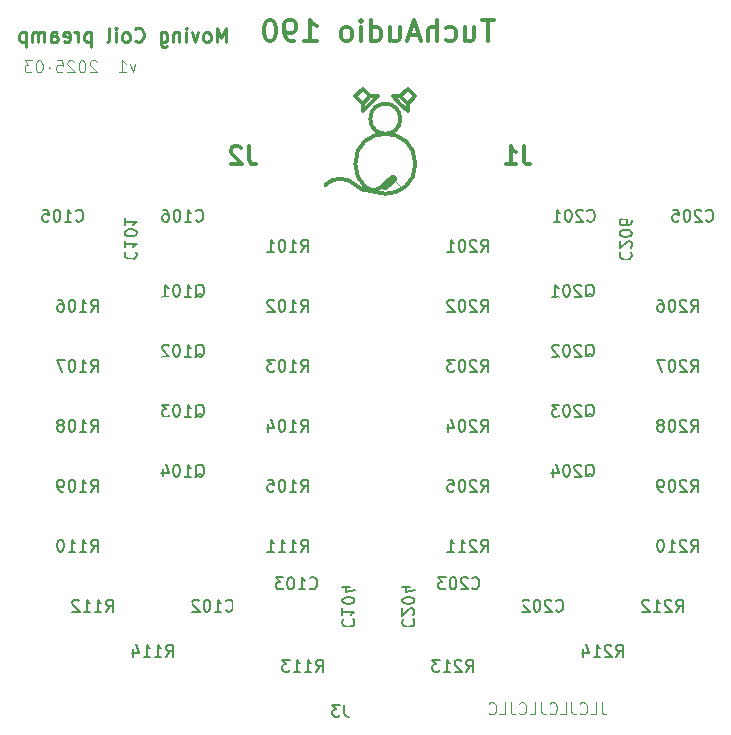
<source format=gbo>
G04 #@! TF.GenerationSoftware,KiCad,Pcbnew,8.0.9*
G04 #@! TF.CreationDate,2025-03-02T14:16:38+01:00*
G04 #@! TF.ProjectId,cjss190,636a7373-3139-4302-9e6b-696361645f70,rev?*
G04 #@! TF.SameCoordinates,Original*
G04 #@! TF.FileFunction,Legend,Bot*
G04 #@! TF.FilePolarity,Positive*
%FSLAX46Y46*%
G04 Gerber Fmt 4.6, Leading zero omitted, Abs format (unit mm)*
G04 Created by KiCad (PCBNEW 8.0.9) date 2025-03-02 14:16:38*
%MOMM*%
%LPD*%
G01*
G04 APERTURE LIST*
%ADD10C,0.300000*%
%ADD11C,0.100000*%
%ADD12C,0.700000*%
%ADD13C,0.240000*%
%ADD14C,0.360000*%
%ADD15C,0.150000*%
%ADD16C,0.304800*%
%ADD17C,1.600000*%
%ADD18O,1.600000X1.600000*%
%ADD19R,1.600000X1.600000*%
%ADD20R,1.050000X1.500000*%
%ADD21O,1.050000X1.500000*%
%ADD22C,5.600000*%
%ADD23R,1.200000X1.200000*%
%ADD24C,1.200000*%
%ADD25O,1.900000X3.200000*%
%ADD26C,2.000000*%
%ADD27C,2.200000*%
%ADD28R,1.700000X1.700000*%
%ADD29O,1.700000X1.700000*%
%ADD30C,3.200000*%
G04 APERTURE END LIST*
D10*
X74930000Y-52705000D02*
X74930000Y-53340000D01*
X77470000Y-52070000D02*
X78105000Y-52705000D01*
X71755000Y-59581051D02*
G75*
G02*
X74295000Y-59581051I1270000J-1270001D01*
G01*
X76200000Y-52070000D02*
X75565000Y-52070000D01*
X78105000Y-53975000D02*
G75*
G02*
X75565000Y-53975000I-1270000J0D01*
G01*
X75565000Y-53975000D02*
G75*
G02*
X78105000Y-53975000I1270000J0D01*
G01*
X74930000Y-53340000D02*
X76200000Y-52070000D01*
X75565000Y-52070000D02*
X74930000Y-52705000D01*
X79375000Y-57785000D02*
G75*
G02*
X74295000Y-57785000I-2540000J0D01*
G01*
X74295000Y-57785000D02*
G75*
G02*
X79375000Y-57785000I2540000J0D01*
G01*
X78105000Y-52705000D02*
X78740000Y-53340000D01*
D11*
X77470000Y-59055000D02*
X78105000Y-59690000D01*
D10*
X74930000Y-51435000D02*
X75565000Y-52070000D01*
X78740000Y-51435000D02*
X78105000Y-52070000D01*
X76781746Y-59525356D02*
G75*
G02*
X74294954Y-59581097I-1270046J1161056D01*
G01*
X78740000Y-52705000D02*
X79375000Y-52070000D01*
X74295000Y-52070000D02*
X74930000Y-51435000D01*
X78740000Y-53340000D02*
X78740000Y-52705000D01*
X78105000Y-52070000D02*
X78740000Y-52705000D01*
D12*
X76835000Y-59690000D02*
X77470000Y-59055000D01*
D10*
X79375000Y-52070000D02*
X78740000Y-51435000D01*
X74930000Y-52705000D02*
X74295000Y-52070000D01*
X78105000Y-52070000D02*
X77470000Y-52070000D01*
D13*
X63352856Y-47465662D02*
X63352856Y-46265662D01*
X63352856Y-46265662D02*
X62952856Y-47122805D01*
X62952856Y-47122805D02*
X62552856Y-46265662D01*
X62552856Y-46265662D02*
X62552856Y-47465662D01*
X61809999Y-47465662D02*
X61924284Y-47408520D01*
X61924284Y-47408520D02*
X61981427Y-47351377D01*
X61981427Y-47351377D02*
X62038570Y-47237091D01*
X62038570Y-47237091D02*
X62038570Y-46894234D01*
X62038570Y-46894234D02*
X61981427Y-46779948D01*
X61981427Y-46779948D02*
X61924284Y-46722805D01*
X61924284Y-46722805D02*
X61809999Y-46665662D01*
X61809999Y-46665662D02*
X61638570Y-46665662D01*
X61638570Y-46665662D02*
X61524284Y-46722805D01*
X61524284Y-46722805D02*
X61467142Y-46779948D01*
X61467142Y-46779948D02*
X61409999Y-46894234D01*
X61409999Y-46894234D02*
X61409999Y-47237091D01*
X61409999Y-47237091D02*
X61467142Y-47351377D01*
X61467142Y-47351377D02*
X61524284Y-47408520D01*
X61524284Y-47408520D02*
X61638570Y-47465662D01*
X61638570Y-47465662D02*
X61809999Y-47465662D01*
X61009999Y-46665662D02*
X60724285Y-47465662D01*
X60724285Y-47465662D02*
X60438570Y-46665662D01*
X59981427Y-47465662D02*
X59981427Y-46665662D01*
X59981427Y-46265662D02*
X60038570Y-46322805D01*
X60038570Y-46322805D02*
X59981427Y-46379948D01*
X59981427Y-46379948D02*
X59924284Y-46322805D01*
X59924284Y-46322805D02*
X59981427Y-46265662D01*
X59981427Y-46265662D02*
X59981427Y-46379948D01*
X59409998Y-46665662D02*
X59409998Y-47465662D01*
X59409998Y-46779948D02*
X59352855Y-46722805D01*
X59352855Y-46722805D02*
X59238570Y-46665662D01*
X59238570Y-46665662D02*
X59067141Y-46665662D01*
X59067141Y-46665662D02*
X58952855Y-46722805D01*
X58952855Y-46722805D02*
X58895713Y-46837091D01*
X58895713Y-46837091D02*
X58895713Y-47465662D01*
X57809999Y-46665662D02*
X57809999Y-47637091D01*
X57809999Y-47637091D02*
X57867141Y-47751377D01*
X57867141Y-47751377D02*
X57924284Y-47808520D01*
X57924284Y-47808520D02*
X58038570Y-47865662D01*
X58038570Y-47865662D02*
X58209999Y-47865662D01*
X58209999Y-47865662D02*
X58324284Y-47808520D01*
X57809999Y-47408520D02*
X57924284Y-47465662D01*
X57924284Y-47465662D02*
X58152856Y-47465662D01*
X58152856Y-47465662D02*
X58267141Y-47408520D01*
X58267141Y-47408520D02*
X58324284Y-47351377D01*
X58324284Y-47351377D02*
X58381427Y-47237091D01*
X58381427Y-47237091D02*
X58381427Y-46894234D01*
X58381427Y-46894234D02*
X58324284Y-46779948D01*
X58324284Y-46779948D02*
X58267141Y-46722805D01*
X58267141Y-46722805D02*
X58152856Y-46665662D01*
X58152856Y-46665662D02*
X57924284Y-46665662D01*
X57924284Y-46665662D02*
X57809999Y-46722805D01*
X55638570Y-47351377D02*
X55695713Y-47408520D01*
X55695713Y-47408520D02*
X55867141Y-47465662D01*
X55867141Y-47465662D02*
X55981427Y-47465662D01*
X55981427Y-47465662D02*
X56152856Y-47408520D01*
X56152856Y-47408520D02*
X56267141Y-47294234D01*
X56267141Y-47294234D02*
X56324284Y-47179948D01*
X56324284Y-47179948D02*
X56381427Y-46951377D01*
X56381427Y-46951377D02*
X56381427Y-46779948D01*
X56381427Y-46779948D02*
X56324284Y-46551377D01*
X56324284Y-46551377D02*
X56267141Y-46437091D01*
X56267141Y-46437091D02*
X56152856Y-46322805D01*
X56152856Y-46322805D02*
X55981427Y-46265662D01*
X55981427Y-46265662D02*
X55867141Y-46265662D01*
X55867141Y-46265662D02*
X55695713Y-46322805D01*
X55695713Y-46322805D02*
X55638570Y-46379948D01*
X54952856Y-47465662D02*
X55067141Y-47408520D01*
X55067141Y-47408520D02*
X55124284Y-47351377D01*
X55124284Y-47351377D02*
X55181427Y-47237091D01*
X55181427Y-47237091D02*
X55181427Y-46894234D01*
X55181427Y-46894234D02*
X55124284Y-46779948D01*
X55124284Y-46779948D02*
X55067141Y-46722805D01*
X55067141Y-46722805D02*
X54952856Y-46665662D01*
X54952856Y-46665662D02*
X54781427Y-46665662D01*
X54781427Y-46665662D02*
X54667141Y-46722805D01*
X54667141Y-46722805D02*
X54609999Y-46779948D01*
X54609999Y-46779948D02*
X54552856Y-46894234D01*
X54552856Y-46894234D02*
X54552856Y-47237091D01*
X54552856Y-47237091D02*
X54609999Y-47351377D01*
X54609999Y-47351377D02*
X54667141Y-47408520D01*
X54667141Y-47408520D02*
X54781427Y-47465662D01*
X54781427Y-47465662D02*
X54952856Y-47465662D01*
X54038570Y-47465662D02*
X54038570Y-46665662D01*
X54038570Y-46265662D02*
X54095713Y-46322805D01*
X54095713Y-46322805D02*
X54038570Y-46379948D01*
X54038570Y-46379948D02*
X53981427Y-46322805D01*
X53981427Y-46322805D02*
X54038570Y-46265662D01*
X54038570Y-46265662D02*
X54038570Y-46379948D01*
X53295713Y-47465662D02*
X53409998Y-47408520D01*
X53409998Y-47408520D02*
X53467141Y-47294234D01*
X53467141Y-47294234D02*
X53467141Y-46265662D01*
X51924284Y-46665662D02*
X51924284Y-47865662D01*
X51924284Y-46722805D02*
X51809999Y-46665662D01*
X51809999Y-46665662D02*
X51581427Y-46665662D01*
X51581427Y-46665662D02*
X51467141Y-46722805D01*
X51467141Y-46722805D02*
X51409999Y-46779948D01*
X51409999Y-46779948D02*
X51352856Y-46894234D01*
X51352856Y-46894234D02*
X51352856Y-47237091D01*
X51352856Y-47237091D02*
X51409999Y-47351377D01*
X51409999Y-47351377D02*
X51467141Y-47408520D01*
X51467141Y-47408520D02*
X51581427Y-47465662D01*
X51581427Y-47465662D02*
X51809999Y-47465662D01*
X51809999Y-47465662D02*
X51924284Y-47408520D01*
X50838570Y-47465662D02*
X50838570Y-46665662D01*
X50838570Y-46894234D02*
X50781427Y-46779948D01*
X50781427Y-46779948D02*
X50724285Y-46722805D01*
X50724285Y-46722805D02*
X50609999Y-46665662D01*
X50609999Y-46665662D02*
X50495713Y-46665662D01*
X49638570Y-47408520D02*
X49752856Y-47465662D01*
X49752856Y-47465662D02*
X49981428Y-47465662D01*
X49981428Y-47465662D02*
X50095713Y-47408520D01*
X50095713Y-47408520D02*
X50152856Y-47294234D01*
X50152856Y-47294234D02*
X50152856Y-46837091D01*
X50152856Y-46837091D02*
X50095713Y-46722805D01*
X50095713Y-46722805D02*
X49981428Y-46665662D01*
X49981428Y-46665662D02*
X49752856Y-46665662D01*
X49752856Y-46665662D02*
X49638570Y-46722805D01*
X49638570Y-46722805D02*
X49581428Y-46837091D01*
X49581428Y-46837091D02*
X49581428Y-46951377D01*
X49581428Y-46951377D02*
X50152856Y-47065662D01*
X48552857Y-47465662D02*
X48552857Y-46837091D01*
X48552857Y-46837091D02*
X48609999Y-46722805D01*
X48609999Y-46722805D02*
X48724285Y-46665662D01*
X48724285Y-46665662D02*
X48952857Y-46665662D01*
X48952857Y-46665662D02*
X49067142Y-46722805D01*
X48552857Y-47408520D02*
X48667142Y-47465662D01*
X48667142Y-47465662D02*
X48952857Y-47465662D01*
X48952857Y-47465662D02*
X49067142Y-47408520D01*
X49067142Y-47408520D02*
X49124285Y-47294234D01*
X49124285Y-47294234D02*
X49124285Y-47179948D01*
X49124285Y-47179948D02*
X49067142Y-47065662D01*
X49067142Y-47065662D02*
X48952857Y-47008520D01*
X48952857Y-47008520D02*
X48667142Y-47008520D01*
X48667142Y-47008520D02*
X48552857Y-46951377D01*
X47981428Y-47465662D02*
X47981428Y-46665662D01*
X47981428Y-46779948D02*
X47924285Y-46722805D01*
X47924285Y-46722805D02*
X47810000Y-46665662D01*
X47810000Y-46665662D02*
X47638571Y-46665662D01*
X47638571Y-46665662D02*
X47524285Y-46722805D01*
X47524285Y-46722805D02*
X47467143Y-46837091D01*
X47467143Y-46837091D02*
X47467143Y-47465662D01*
X47467143Y-46837091D02*
X47410000Y-46722805D01*
X47410000Y-46722805D02*
X47295714Y-46665662D01*
X47295714Y-46665662D02*
X47124285Y-46665662D01*
X47124285Y-46665662D02*
X47010000Y-46722805D01*
X47010000Y-46722805D02*
X46952857Y-46837091D01*
X46952857Y-46837091D02*
X46952857Y-47465662D01*
X46381428Y-46665662D02*
X46381428Y-47865662D01*
X46381428Y-46722805D02*
X46267143Y-46665662D01*
X46267143Y-46665662D02*
X46038571Y-46665662D01*
X46038571Y-46665662D02*
X45924285Y-46722805D01*
X45924285Y-46722805D02*
X45867143Y-46779948D01*
X45867143Y-46779948D02*
X45810000Y-46894234D01*
X45810000Y-46894234D02*
X45810000Y-47237091D01*
X45810000Y-47237091D02*
X45867143Y-47351377D01*
X45867143Y-47351377D02*
X45924285Y-47408520D01*
X45924285Y-47408520D02*
X46038571Y-47465662D01*
X46038571Y-47465662D02*
X46267143Y-47465662D01*
X46267143Y-47465662D02*
X46381428Y-47408520D01*
D11*
X95168401Y-103393419D02*
X95168401Y-104107704D01*
X95168401Y-104107704D02*
X95216020Y-104250561D01*
X95216020Y-104250561D02*
X95311258Y-104345800D01*
X95311258Y-104345800D02*
X95454115Y-104393419D01*
X95454115Y-104393419D02*
X95549353Y-104393419D01*
X94216020Y-104393419D02*
X94692210Y-104393419D01*
X94692210Y-104393419D02*
X94692210Y-103393419D01*
X93311258Y-104298180D02*
X93358877Y-104345800D01*
X93358877Y-104345800D02*
X93501734Y-104393419D01*
X93501734Y-104393419D02*
X93596972Y-104393419D01*
X93596972Y-104393419D02*
X93739829Y-104345800D01*
X93739829Y-104345800D02*
X93835067Y-104250561D01*
X93835067Y-104250561D02*
X93882686Y-104155323D01*
X93882686Y-104155323D02*
X93930305Y-103964847D01*
X93930305Y-103964847D02*
X93930305Y-103821990D01*
X93930305Y-103821990D02*
X93882686Y-103631514D01*
X93882686Y-103631514D02*
X93835067Y-103536276D01*
X93835067Y-103536276D02*
X93739829Y-103441038D01*
X93739829Y-103441038D02*
X93596972Y-103393419D01*
X93596972Y-103393419D02*
X93501734Y-103393419D01*
X93501734Y-103393419D02*
X93358877Y-103441038D01*
X93358877Y-103441038D02*
X93311258Y-103488657D01*
X92596972Y-103393419D02*
X92596972Y-104107704D01*
X92596972Y-104107704D02*
X92644591Y-104250561D01*
X92644591Y-104250561D02*
X92739829Y-104345800D01*
X92739829Y-104345800D02*
X92882686Y-104393419D01*
X92882686Y-104393419D02*
X92977924Y-104393419D01*
X91644591Y-104393419D02*
X92120781Y-104393419D01*
X92120781Y-104393419D02*
X92120781Y-103393419D01*
X90739829Y-104298180D02*
X90787448Y-104345800D01*
X90787448Y-104345800D02*
X90930305Y-104393419D01*
X90930305Y-104393419D02*
X91025543Y-104393419D01*
X91025543Y-104393419D02*
X91168400Y-104345800D01*
X91168400Y-104345800D02*
X91263638Y-104250561D01*
X91263638Y-104250561D02*
X91311257Y-104155323D01*
X91311257Y-104155323D02*
X91358876Y-103964847D01*
X91358876Y-103964847D02*
X91358876Y-103821990D01*
X91358876Y-103821990D02*
X91311257Y-103631514D01*
X91311257Y-103631514D02*
X91263638Y-103536276D01*
X91263638Y-103536276D02*
X91168400Y-103441038D01*
X91168400Y-103441038D02*
X91025543Y-103393419D01*
X91025543Y-103393419D02*
X90930305Y-103393419D01*
X90930305Y-103393419D02*
X90787448Y-103441038D01*
X90787448Y-103441038D02*
X90739829Y-103488657D01*
X90025543Y-103393419D02*
X90025543Y-104107704D01*
X90025543Y-104107704D02*
X90073162Y-104250561D01*
X90073162Y-104250561D02*
X90168400Y-104345800D01*
X90168400Y-104345800D02*
X90311257Y-104393419D01*
X90311257Y-104393419D02*
X90406495Y-104393419D01*
X89073162Y-104393419D02*
X89549352Y-104393419D01*
X89549352Y-104393419D02*
X89549352Y-103393419D01*
X88168400Y-104298180D02*
X88216019Y-104345800D01*
X88216019Y-104345800D02*
X88358876Y-104393419D01*
X88358876Y-104393419D02*
X88454114Y-104393419D01*
X88454114Y-104393419D02*
X88596971Y-104345800D01*
X88596971Y-104345800D02*
X88692209Y-104250561D01*
X88692209Y-104250561D02*
X88739828Y-104155323D01*
X88739828Y-104155323D02*
X88787447Y-103964847D01*
X88787447Y-103964847D02*
X88787447Y-103821990D01*
X88787447Y-103821990D02*
X88739828Y-103631514D01*
X88739828Y-103631514D02*
X88692209Y-103536276D01*
X88692209Y-103536276D02*
X88596971Y-103441038D01*
X88596971Y-103441038D02*
X88454114Y-103393419D01*
X88454114Y-103393419D02*
X88358876Y-103393419D01*
X88358876Y-103393419D02*
X88216019Y-103441038D01*
X88216019Y-103441038D02*
X88168400Y-103488657D01*
X87454114Y-103393419D02*
X87454114Y-104107704D01*
X87454114Y-104107704D02*
X87501733Y-104250561D01*
X87501733Y-104250561D02*
X87596971Y-104345800D01*
X87596971Y-104345800D02*
X87739828Y-104393419D01*
X87739828Y-104393419D02*
X87835066Y-104393419D01*
X86501733Y-104393419D02*
X86977923Y-104393419D01*
X86977923Y-104393419D02*
X86977923Y-103393419D01*
X85596971Y-104298180D02*
X85644590Y-104345800D01*
X85644590Y-104345800D02*
X85787447Y-104393419D01*
X85787447Y-104393419D02*
X85882685Y-104393419D01*
X85882685Y-104393419D02*
X86025542Y-104345800D01*
X86025542Y-104345800D02*
X86120780Y-104250561D01*
X86120780Y-104250561D02*
X86168399Y-104155323D01*
X86168399Y-104155323D02*
X86216018Y-103964847D01*
X86216018Y-103964847D02*
X86216018Y-103821990D01*
X86216018Y-103821990D02*
X86168399Y-103631514D01*
X86168399Y-103631514D02*
X86120780Y-103536276D01*
X86120780Y-103536276D02*
X86025542Y-103441038D01*
X86025542Y-103441038D02*
X85882685Y-103393419D01*
X85882685Y-103393419D02*
X85787447Y-103393419D01*
X85787447Y-103393419D02*
X85644590Y-103441038D01*
X85644590Y-103441038D02*
X85596971Y-103488657D01*
D14*
X86014285Y-45585994D02*
X84985714Y-45585994D01*
X85499999Y-47385994D02*
X85499999Y-45585994D01*
X83614285Y-46185994D02*
X83614285Y-47385994D01*
X84385713Y-46185994D02*
X84385713Y-47128851D01*
X84385713Y-47128851D02*
X84299999Y-47300280D01*
X84299999Y-47300280D02*
X84128570Y-47385994D01*
X84128570Y-47385994D02*
X83871427Y-47385994D01*
X83871427Y-47385994D02*
X83699999Y-47300280D01*
X83699999Y-47300280D02*
X83614285Y-47214565D01*
X81985714Y-47300280D02*
X82157142Y-47385994D01*
X82157142Y-47385994D02*
X82499999Y-47385994D01*
X82499999Y-47385994D02*
X82671428Y-47300280D01*
X82671428Y-47300280D02*
X82757142Y-47214565D01*
X82757142Y-47214565D02*
X82842856Y-47043137D01*
X82842856Y-47043137D02*
X82842856Y-46528851D01*
X82842856Y-46528851D02*
X82757142Y-46357422D01*
X82757142Y-46357422D02*
X82671428Y-46271708D01*
X82671428Y-46271708D02*
X82499999Y-46185994D01*
X82499999Y-46185994D02*
X82157142Y-46185994D01*
X82157142Y-46185994D02*
X81985714Y-46271708D01*
X81214285Y-47385994D02*
X81214285Y-45585994D01*
X80442857Y-47385994D02*
X80442857Y-46443137D01*
X80442857Y-46443137D02*
X80528571Y-46271708D01*
X80528571Y-46271708D02*
X80699999Y-46185994D01*
X80699999Y-46185994D02*
X80957142Y-46185994D01*
X80957142Y-46185994D02*
X81128571Y-46271708D01*
X81128571Y-46271708D02*
X81214285Y-46357422D01*
X79671428Y-46871708D02*
X78814286Y-46871708D01*
X79842857Y-47385994D02*
X79242857Y-45585994D01*
X79242857Y-45585994D02*
X78642857Y-47385994D01*
X77271429Y-46185994D02*
X77271429Y-47385994D01*
X78042857Y-46185994D02*
X78042857Y-47128851D01*
X78042857Y-47128851D02*
X77957143Y-47300280D01*
X77957143Y-47300280D02*
X77785714Y-47385994D01*
X77785714Y-47385994D02*
X77528571Y-47385994D01*
X77528571Y-47385994D02*
X77357143Y-47300280D01*
X77357143Y-47300280D02*
X77271429Y-47214565D01*
X75642858Y-47385994D02*
X75642858Y-45585994D01*
X75642858Y-47300280D02*
X75814286Y-47385994D01*
X75814286Y-47385994D02*
X76157143Y-47385994D01*
X76157143Y-47385994D02*
X76328572Y-47300280D01*
X76328572Y-47300280D02*
X76414286Y-47214565D01*
X76414286Y-47214565D02*
X76500000Y-47043137D01*
X76500000Y-47043137D02*
X76500000Y-46528851D01*
X76500000Y-46528851D02*
X76414286Y-46357422D01*
X76414286Y-46357422D02*
X76328572Y-46271708D01*
X76328572Y-46271708D02*
X76157143Y-46185994D01*
X76157143Y-46185994D02*
X75814286Y-46185994D01*
X75814286Y-46185994D02*
X75642858Y-46271708D01*
X74785715Y-47385994D02*
X74785715Y-46185994D01*
X74785715Y-45585994D02*
X74871429Y-45671708D01*
X74871429Y-45671708D02*
X74785715Y-45757422D01*
X74785715Y-45757422D02*
X74700001Y-45671708D01*
X74700001Y-45671708D02*
X74785715Y-45585994D01*
X74785715Y-45585994D02*
X74785715Y-45757422D01*
X73671429Y-47385994D02*
X73842858Y-47300280D01*
X73842858Y-47300280D02*
X73928572Y-47214565D01*
X73928572Y-47214565D02*
X74014286Y-47043137D01*
X74014286Y-47043137D02*
X74014286Y-46528851D01*
X74014286Y-46528851D02*
X73928572Y-46357422D01*
X73928572Y-46357422D02*
X73842858Y-46271708D01*
X73842858Y-46271708D02*
X73671429Y-46185994D01*
X73671429Y-46185994D02*
X73414286Y-46185994D01*
X73414286Y-46185994D02*
X73242858Y-46271708D01*
X73242858Y-46271708D02*
X73157144Y-46357422D01*
X73157144Y-46357422D02*
X73071429Y-46528851D01*
X73071429Y-46528851D02*
X73071429Y-47043137D01*
X73071429Y-47043137D02*
X73157144Y-47214565D01*
X73157144Y-47214565D02*
X73242858Y-47300280D01*
X73242858Y-47300280D02*
X73414286Y-47385994D01*
X73414286Y-47385994D02*
X73671429Y-47385994D01*
X69985715Y-47385994D02*
X71014286Y-47385994D01*
X70500001Y-47385994D02*
X70500001Y-45585994D01*
X70500001Y-45585994D02*
X70671429Y-45843137D01*
X70671429Y-45843137D02*
X70842858Y-46014565D01*
X70842858Y-46014565D02*
X71014286Y-46100280D01*
X69128572Y-47385994D02*
X68785715Y-47385994D01*
X68785715Y-47385994D02*
X68614286Y-47300280D01*
X68614286Y-47300280D02*
X68528572Y-47214565D01*
X68528572Y-47214565D02*
X68357143Y-46957422D01*
X68357143Y-46957422D02*
X68271429Y-46614565D01*
X68271429Y-46614565D02*
X68271429Y-45928851D01*
X68271429Y-45928851D02*
X68357143Y-45757422D01*
X68357143Y-45757422D02*
X68442858Y-45671708D01*
X68442858Y-45671708D02*
X68614286Y-45585994D01*
X68614286Y-45585994D02*
X68957143Y-45585994D01*
X68957143Y-45585994D02*
X69128572Y-45671708D01*
X69128572Y-45671708D02*
X69214286Y-45757422D01*
X69214286Y-45757422D02*
X69300000Y-45928851D01*
X69300000Y-45928851D02*
X69300000Y-46357422D01*
X69300000Y-46357422D02*
X69214286Y-46528851D01*
X69214286Y-46528851D02*
X69128572Y-46614565D01*
X69128572Y-46614565D02*
X68957143Y-46700280D01*
X68957143Y-46700280D02*
X68614286Y-46700280D01*
X68614286Y-46700280D02*
X68442858Y-46614565D01*
X68442858Y-46614565D02*
X68357143Y-46528851D01*
X68357143Y-46528851D02*
X68271429Y-46357422D01*
X67157143Y-45585994D02*
X66985714Y-45585994D01*
X66985714Y-45585994D02*
X66814286Y-45671708D01*
X66814286Y-45671708D02*
X66728572Y-45757422D01*
X66728572Y-45757422D02*
X66642857Y-45928851D01*
X66642857Y-45928851D02*
X66557143Y-46271708D01*
X66557143Y-46271708D02*
X66557143Y-46700280D01*
X66557143Y-46700280D02*
X66642857Y-47043137D01*
X66642857Y-47043137D02*
X66728572Y-47214565D01*
X66728572Y-47214565D02*
X66814286Y-47300280D01*
X66814286Y-47300280D02*
X66985714Y-47385994D01*
X66985714Y-47385994D02*
X67157143Y-47385994D01*
X67157143Y-47385994D02*
X67328572Y-47300280D01*
X67328572Y-47300280D02*
X67414286Y-47214565D01*
X67414286Y-47214565D02*
X67500000Y-47043137D01*
X67500000Y-47043137D02*
X67585714Y-46700280D01*
X67585714Y-46700280D02*
X67585714Y-46271708D01*
X67585714Y-46271708D02*
X67500000Y-45928851D01*
X67500000Y-45928851D02*
X67414286Y-45757422D01*
X67414286Y-45757422D02*
X67328572Y-45671708D01*
X67328572Y-45671708D02*
X67157143Y-45585994D01*
D11*
X55671353Y-49370752D02*
X55433258Y-50037419D01*
X55433258Y-50037419D02*
X55195163Y-49370752D01*
X54290401Y-50037419D02*
X54861829Y-50037419D01*
X54576115Y-50037419D02*
X54576115Y-49037419D01*
X54576115Y-49037419D02*
X54671353Y-49180276D01*
X54671353Y-49180276D02*
X54766591Y-49275514D01*
X54766591Y-49275514D02*
X54861829Y-49323133D01*
X52385638Y-49132657D02*
X52338019Y-49085038D01*
X52338019Y-49085038D02*
X52242781Y-49037419D01*
X52242781Y-49037419D02*
X52004686Y-49037419D01*
X52004686Y-49037419D02*
X51909448Y-49085038D01*
X51909448Y-49085038D02*
X51861829Y-49132657D01*
X51861829Y-49132657D02*
X51814210Y-49227895D01*
X51814210Y-49227895D02*
X51814210Y-49323133D01*
X51814210Y-49323133D02*
X51861829Y-49465990D01*
X51861829Y-49465990D02*
X52433257Y-50037419D01*
X52433257Y-50037419D02*
X51814210Y-50037419D01*
X51195162Y-49037419D02*
X51099924Y-49037419D01*
X51099924Y-49037419D02*
X51004686Y-49085038D01*
X51004686Y-49085038D02*
X50957067Y-49132657D01*
X50957067Y-49132657D02*
X50909448Y-49227895D01*
X50909448Y-49227895D02*
X50861829Y-49418371D01*
X50861829Y-49418371D02*
X50861829Y-49656466D01*
X50861829Y-49656466D02*
X50909448Y-49846942D01*
X50909448Y-49846942D02*
X50957067Y-49942180D01*
X50957067Y-49942180D02*
X51004686Y-49989800D01*
X51004686Y-49989800D02*
X51099924Y-50037419D01*
X51099924Y-50037419D02*
X51195162Y-50037419D01*
X51195162Y-50037419D02*
X51290400Y-49989800D01*
X51290400Y-49989800D02*
X51338019Y-49942180D01*
X51338019Y-49942180D02*
X51385638Y-49846942D01*
X51385638Y-49846942D02*
X51433257Y-49656466D01*
X51433257Y-49656466D02*
X51433257Y-49418371D01*
X51433257Y-49418371D02*
X51385638Y-49227895D01*
X51385638Y-49227895D02*
X51338019Y-49132657D01*
X51338019Y-49132657D02*
X51290400Y-49085038D01*
X51290400Y-49085038D02*
X51195162Y-49037419D01*
X50480876Y-49132657D02*
X50433257Y-49085038D01*
X50433257Y-49085038D02*
X50338019Y-49037419D01*
X50338019Y-49037419D02*
X50099924Y-49037419D01*
X50099924Y-49037419D02*
X50004686Y-49085038D01*
X50004686Y-49085038D02*
X49957067Y-49132657D01*
X49957067Y-49132657D02*
X49909448Y-49227895D01*
X49909448Y-49227895D02*
X49909448Y-49323133D01*
X49909448Y-49323133D02*
X49957067Y-49465990D01*
X49957067Y-49465990D02*
X50528495Y-50037419D01*
X50528495Y-50037419D02*
X49909448Y-50037419D01*
X49004686Y-49037419D02*
X49480876Y-49037419D01*
X49480876Y-49037419D02*
X49528495Y-49513609D01*
X49528495Y-49513609D02*
X49480876Y-49465990D01*
X49480876Y-49465990D02*
X49385638Y-49418371D01*
X49385638Y-49418371D02*
X49147543Y-49418371D01*
X49147543Y-49418371D02*
X49052305Y-49465990D01*
X49052305Y-49465990D02*
X49004686Y-49513609D01*
X49004686Y-49513609D02*
X48957067Y-49608847D01*
X48957067Y-49608847D02*
X48957067Y-49846942D01*
X48957067Y-49846942D02*
X49004686Y-49942180D01*
X49004686Y-49942180D02*
X49052305Y-49989800D01*
X49052305Y-49989800D02*
X49147543Y-50037419D01*
X49147543Y-50037419D02*
X49385638Y-50037419D01*
X49385638Y-50037419D02*
X49480876Y-49989800D01*
X49480876Y-49989800D02*
X49528495Y-49942180D01*
X48385638Y-49608847D02*
X48433257Y-49656466D01*
X48433257Y-49656466D02*
X48385638Y-49704085D01*
X48385638Y-49704085D02*
X48338019Y-49656466D01*
X48338019Y-49656466D02*
X48385638Y-49608847D01*
X48385638Y-49608847D02*
X48385638Y-49704085D01*
X47576114Y-49037419D02*
X47480876Y-49037419D01*
X47480876Y-49037419D02*
X47385638Y-49085038D01*
X47385638Y-49085038D02*
X47338019Y-49132657D01*
X47338019Y-49132657D02*
X47290400Y-49227895D01*
X47290400Y-49227895D02*
X47242781Y-49418371D01*
X47242781Y-49418371D02*
X47242781Y-49656466D01*
X47242781Y-49656466D02*
X47290400Y-49846942D01*
X47290400Y-49846942D02*
X47338019Y-49942180D01*
X47338019Y-49942180D02*
X47385638Y-49989800D01*
X47385638Y-49989800D02*
X47480876Y-50037419D01*
X47480876Y-50037419D02*
X47576114Y-50037419D01*
X47576114Y-50037419D02*
X47671352Y-49989800D01*
X47671352Y-49989800D02*
X47718971Y-49942180D01*
X47718971Y-49942180D02*
X47766590Y-49846942D01*
X47766590Y-49846942D02*
X47814209Y-49656466D01*
X47814209Y-49656466D02*
X47814209Y-49418371D01*
X47814209Y-49418371D02*
X47766590Y-49227895D01*
X47766590Y-49227895D02*
X47718971Y-49132657D01*
X47718971Y-49132657D02*
X47671352Y-49085038D01*
X47671352Y-49085038D02*
X47576114Y-49037419D01*
X46909447Y-49037419D02*
X46290400Y-49037419D01*
X46290400Y-49037419D02*
X46623733Y-49418371D01*
X46623733Y-49418371D02*
X46480876Y-49418371D01*
X46480876Y-49418371D02*
X46385638Y-49465990D01*
X46385638Y-49465990D02*
X46338019Y-49513609D01*
X46338019Y-49513609D02*
X46290400Y-49608847D01*
X46290400Y-49608847D02*
X46290400Y-49846942D01*
X46290400Y-49846942D02*
X46338019Y-49942180D01*
X46338019Y-49942180D02*
X46385638Y-49989800D01*
X46385638Y-49989800D02*
X46480876Y-50037419D01*
X46480876Y-50037419D02*
X46766590Y-50037419D01*
X46766590Y-50037419D02*
X46861828Y-49989800D01*
X46861828Y-49989800D02*
X46909447Y-49942180D01*
D15*
X84939047Y-70304819D02*
X85272380Y-69828628D01*
X85510475Y-70304819D02*
X85510475Y-69304819D01*
X85510475Y-69304819D02*
X85129523Y-69304819D01*
X85129523Y-69304819D02*
X85034285Y-69352438D01*
X85034285Y-69352438D02*
X84986666Y-69400057D01*
X84986666Y-69400057D02*
X84939047Y-69495295D01*
X84939047Y-69495295D02*
X84939047Y-69638152D01*
X84939047Y-69638152D02*
X84986666Y-69733390D01*
X84986666Y-69733390D02*
X85034285Y-69781009D01*
X85034285Y-69781009D02*
X85129523Y-69828628D01*
X85129523Y-69828628D02*
X85510475Y-69828628D01*
X84558094Y-69400057D02*
X84510475Y-69352438D01*
X84510475Y-69352438D02*
X84415237Y-69304819D01*
X84415237Y-69304819D02*
X84177142Y-69304819D01*
X84177142Y-69304819D02*
X84081904Y-69352438D01*
X84081904Y-69352438D02*
X84034285Y-69400057D01*
X84034285Y-69400057D02*
X83986666Y-69495295D01*
X83986666Y-69495295D02*
X83986666Y-69590533D01*
X83986666Y-69590533D02*
X84034285Y-69733390D01*
X84034285Y-69733390D02*
X84605713Y-70304819D01*
X84605713Y-70304819D02*
X83986666Y-70304819D01*
X83367618Y-69304819D02*
X83272380Y-69304819D01*
X83272380Y-69304819D02*
X83177142Y-69352438D01*
X83177142Y-69352438D02*
X83129523Y-69400057D01*
X83129523Y-69400057D02*
X83081904Y-69495295D01*
X83081904Y-69495295D02*
X83034285Y-69685771D01*
X83034285Y-69685771D02*
X83034285Y-69923866D01*
X83034285Y-69923866D02*
X83081904Y-70114342D01*
X83081904Y-70114342D02*
X83129523Y-70209580D01*
X83129523Y-70209580D02*
X83177142Y-70257200D01*
X83177142Y-70257200D02*
X83272380Y-70304819D01*
X83272380Y-70304819D02*
X83367618Y-70304819D01*
X83367618Y-70304819D02*
X83462856Y-70257200D01*
X83462856Y-70257200D02*
X83510475Y-70209580D01*
X83510475Y-70209580D02*
X83558094Y-70114342D01*
X83558094Y-70114342D02*
X83605713Y-69923866D01*
X83605713Y-69923866D02*
X83605713Y-69685771D01*
X83605713Y-69685771D02*
X83558094Y-69495295D01*
X83558094Y-69495295D02*
X83510475Y-69400057D01*
X83510475Y-69400057D02*
X83462856Y-69352438D01*
X83462856Y-69352438D02*
X83367618Y-69304819D01*
X82653332Y-69400057D02*
X82605713Y-69352438D01*
X82605713Y-69352438D02*
X82510475Y-69304819D01*
X82510475Y-69304819D02*
X82272380Y-69304819D01*
X82272380Y-69304819D02*
X82177142Y-69352438D01*
X82177142Y-69352438D02*
X82129523Y-69400057D01*
X82129523Y-69400057D02*
X82081904Y-69495295D01*
X82081904Y-69495295D02*
X82081904Y-69590533D01*
X82081904Y-69590533D02*
X82129523Y-69733390D01*
X82129523Y-69733390D02*
X82700951Y-70304819D01*
X82700951Y-70304819D02*
X82081904Y-70304819D01*
X83669047Y-100784819D02*
X84002380Y-100308628D01*
X84240475Y-100784819D02*
X84240475Y-99784819D01*
X84240475Y-99784819D02*
X83859523Y-99784819D01*
X83859523Y-99784819D02*
X83764285Y-99832438D01*
X83764285Y-99832438D02*
X83716666Y-99880057D01*
X83716666Y-99880057D02*
X83669047Y-99975295D01*
X83669047Y-99975295D02*
X83669047Y-100118152D01*
X83669047Y-100118152D02*
X83716666Y-100213390D01*
X83716666Y-100213390D02*
X83764285Y-100261009D01*
X83764285Y-100261009D02*
X83859523Y-100308628D01*
X83859523Y-100308628D02*
X84240475Y-100308628D01*
X83288094Y-99880057D02*
X83240475Y-99832438D01*
X83240475Y-99832438D02*
X83145237Y-99784819D01*
X83145237Y-99784819D02*
X82907142Y-99784819D01*
X82907142Y-99784819D02*
X82811904Y-99832438D01*
X82811904Y-99832438D02*
X82764285Y-99880057D01*
X82764285Y-99880057D02*
X82716666Y-99975295D01*
X82716666Y-99975295D02*
X82716666Y-100070533D01*
X82716666Y-100070533D02*
X82764285Y-100213390D01*
X82764285Y-100213390D02*
X83335713Y-100784819D01*
X83335713Y-100784819D02*
X82716666Y-100784819D01*
X81764285Y-100784819D02*
X82335713Y-100784819D01*
X82049999Y-100784819D02*
X82049999Y-99784819D01*
X82049999Y-99784819D02*
X82145237Y-99927676D01*
X82145237Y-99927676D02*
X82240475Y-100022914D01*
X82240475Y-100022914D02*
X82335713Y-100070533D01*
X81430951Y-99784819D02*
X80811904Y-99784819D01*
X80811904Y-99784819D02*
X81145237Y-100165771D01*
X81145237Y-100165771D02*
X81002380Y-100165771D01*
X81002380Y-100165771D02*
X80907142Y-100213390D01*
X80907142Y-100213390D02*
X80859523Y-100261009D01*
X80859523Y-100261009D02*
X80811904Y-100356247D01*
X80811904Y-100356247D02*
X80811904Y-100594342D01*
X80811904Y-100594342D02*
X80859523Y-100689580D01*
X80859523Y-100689580D02*
X80907142Y-100737200D01*
X80907142Y-100737200D02*
X81002380Y-100784819D01*
X81002380Y-100784819D02*
X81288094Y-100784819D01*
X81288094Y-100784819D02*
X81383332Y-100737200D01*
X81383332Y-100737200D02*
X81430951Y-100689580D01*
X69699047Y-80464819D02*
X70032380Y-79988628D01*
X70270475Y-80464819D02*
X70270475Y-79464819D01*
X70270475Y-79464819D02*
X69889523Y-79464819D01*
X69889523Y-79464819D02*
X69794285Y-79512438D01*
X69794285Y-79512438D02*
X69746666Y-79560057D01*
X69746666Y-79560057D02*
X69699047Y-79655295D01*
X69699047Y-79655295D02*
X69699047Y-79798152D01*
X69699047Y-79798152D02*
X69746666Y-79893390D01*
X69746666Y-79893390D02*
X69794285Y-79941009D01*
X69794285Y-79941009D02*
X69889523Y-79988628D01*
X69889523Y-79988628D02*
X70270475Y-79988628D01*
X68746666Y-80464819D02*
X69318094Y-80464819D01*
X69032380Y-80464819D02*
X69032380Y-79464819D01*
X69032380Y-79464819D02*
X69127618Y-79607676D01*
X69127618Y-79607676D02*
X69222856Y-79702914D01*
X69222856Y-79702914D02*
X69318094Y-79750533D01*
X68127618Y-79464819D02*
X68032380Y-79464819D01*
X68032380Y-79464819D02*
X67937142Y-79512438D01*
X67937142Y-79512438D02*
X67889523Y-79560057D01*
X67889523Y-79560057D02*
X67841904Y-79655295D01*
X67841904Y-79655295D02*
X67794285Y-79845771D01*
X67794285Y-79845771D02*
X67794285Y-80083866D01*
X67794285Y-80083866D02*
X67841904Y-80274342D01*
X67841904Y-80274342D02*
X67889523Y-80369580D01*
X67889523Y-80369580D02*
X67937142Y-80417200D01*
X67937142Y-80417200D02*
X68032380Y-80464819D01*
X68032380Y-80464819D02*
X68127618Y-80464819D01*
X68127618Y-80464819D02*
X68222856Y-80417200D01*
X68222856Y-80417200D02*
X68270475Y-80369580D01*
X68270475Y-80369580D02*
X68318094Y-80274342D01*
X68318094Y-80274342D02*
X68365713Y-80083866D01*
X68365713Y-80083866D02*
X68365713Y-79845771D01*
X68365713Y-79845771D02*
X68318094Y-79655295D01*
X68318094Y-79655295D02*
X68270475Y-79560057D01*
X68270475Y-79560057D02*
X68222856Y-79512438D01*
X68222856Y-79512438D02*
X68127618Y-79464819D01*
X66937142Y-79798152D02*
X66937142Y-80464819D01*
X67175237Y-79417200D02*
X67413332Y-80131485D01*
X67413332Y-80131485D02*
X66794285Y-80131485D01*
X103989047Y-62589580D02*
X104036666Y-62637200D01*
X104036666Y-62637200D02*
X104179523Y-62684819D01*
X104179523Y-62684819D02*
X104274761Y-62684819D01*
X104274761Y-62684819D02*
X104417618Y-62637200D01*
X104417618Y-62637200D02*
X104512856Y-62541961D01*
X104512856Y-62541961D02*
X104560475Y-62446723D01*
X104560475Y-62446723D02*
X104608094Y-62256247D01*
X104608094Y-62256247D02*
X104608094Y-62113390D01*
X104608094Y-62113390D02*
X104560475Y-61922914D01*
X104560475Y-61922914D02*
X104512856Y-61827676D01*
X104512856Y-61827676D02*
X104417618Y-61732438D01*
X104417618Y-61732438D02*
X104274761Y-61684819D01*
X104274761Y-61684819D02*
X104179523Y-61684819D01*
X104179523Y-61684819D02*
X104036666Y-61732438D01*
X104036666Y-61732438D02*
X103989047Y-61780057D01*
X103608094Y-61780057D02*
X103560475Y-61732438D01*
X103560475Y-61732438D02*
X103465237Y-61684819D01*
X103465237Y-61684819D02*
X103227142Y-61684819D01*
X103227142Y-61684819D02*
X103131904Y-61732438D01*
X103131904Y-61732438D02*
X103084285Y-61780057D01*
X103084285Y-61780057D02*
X103036666Y-61875295D01*
X103036666Y-61875295D02*
X103036666Y-61970533D01*
X103036666Y-61970533D02*
X103084285Y-62113390D01*
X103084285Y-62113390D02*
X103655713Y-62684819D01*
X103655713Y-62684819D02*
X103036666Y-62684819D01*
X102417618Y-61684819D02*
X102322380Y-61684819D01*
X102322380Y-61684819D02*
X102227142Y-61732438D01*
X102227142Y-61732438D02*
X102179523Y-61780057D01*
X102179523Y-61780057D02*
X102131904Y-61875295D01*
X102131904Y-61875295D02*
X102084285Y-62065771D01*
X102084285Y-62065771D02*
X102084285Y-62303866D01*
X102084285Y-62303866D02*
X102131904Y-62494342D01*
X102131904Y-62494342D02*
X102179523Y-62589580D01*
X102179523Y-62589580D02*
X102227142Y-62637200D01*
X102227142Y-62637200D02*
X102322380Y-62684819D01*
X102322380Y-62684819D02*
X102417618Y-62684819D01*
X102417618Y-62684819D02*
X102512856Y-62637200D01*
X102512856Y-62637200D02*
X102560475Y-62589580D01*
X102560475Y-62589580D02*
X102608094Y-62494342D01*
X102608094Y-62494342D02*
X102655713Y-62303866D01*
X102655713Y-62303866D02*
X102655713Y-62065771D01*
X102655713Y-62065771D02*
X102608094Y-61875295D01*
X102608094Y-61875295D02*
X102560475Y-61780057D01*
X102560475Y-61780057D02*
X102512856Y-61732438D01*
X102512856Y-61732438D02*
X102417618Y-61684819D01*
X101179523Y-61684819D02*
X101655713Y-61684819D01*
X101655713Y-61684819D02*
X101703332Y-62161009D01*
X101703332Y-62161009D02*
X101655713Y-62113390D01*
X101655713Y-62113390D02*
X101560475Y-62065771D01*
X101560475Y-62065771D02*
X101322380Y-62065771D01*
X101322380Y-62065771D02*
X101227142Y-62113390D01*
X101227142Y-62113390D02*
X101179523Y-62161009D01*
X101179523Y-62161009D02*
X101131904Y-62256247D01*
X101131904Y-62256247D02*
X101131904Y-62494342D01*
X101131904Y-62494342D02*
X101179523Y-62589580D01*
X101179523Y-62589580D02*
X101227142Y-62637200D01*
X101227142Y-62637200D02*
X101322380Y-62684819D01*
X101322380Y-62684819D02*
X101560475Y-62684819D01*
X101560475Y-62684819D02*
X101655713Y-62637200D01*
X101655713Y-62637200D02*
X101703332Y-62589580D01*
X51919047Y-85544819D02*
X52252380Y-85068628D01*
X52490475Y-85544819D02*
X52490475Y-84544819D01*
X52490475Y-84544819D02*
X52109523Y-84544819D01*
X52109523Y-84544819D02*
X52014285Y-84592438D01*
X52014285Y-84592438D02*
X51966666Y-84640057D01*
X51966666Y-84640057D02*
X51919047Y-84735295D01*
X51919047Y-84735295D02*
X51919047Y-84878152D01*
X51919047Y-84878152D02*
X51966666Y-84973390D01*
X51966666Y-84973390D02*
X52014285Y-85021009D01*
X52014285Y-85021009D02*
X52109523Y-85068628D01*
X52109523Y-85068628D02*
X52490475Y-85068628D01*
X50966666Y-85544819D02*
X51538094Y-85544819D01*
X51252380Y-85544819D02*
X51252380Y-84544819D01*
X51252380Y-84544819D02*
X51347618Y-84687676D01*
X51347618Y-84687676D02*
X51442856Y-84782914D01*
X51442856Y-84782914D02*
X51538094Y-84830533D01*
X50347618Y-84544819D02*
X50252380Y-84544819D01*
X50252380Y-84544819D02*
X50157142Y-84592438D01*
X50157142Y-84592438D02*
X50109523Y-84640057D01*
X50109523Y-84640057D02*
X50061904Y-84735295D01*
X50061904Y-84735295D02*
X50014285Y-84925771D01*
X50014285Y-84925771D02*
X50014285Y-85163866D01*
X50014285Y-85163866D02*
X50061904Y-85354342D01*
X50061904Y-85354342D02*
X50109523Y-85449580D01*
X50109523Y-85449580D02*
X50157142Y-85497200D01*
X50157142Y-85497200D02*
X50252380Y-85544819D01*
X50252380Y-85544819D02*
X50347618Y-85544819D01*
X50347618Y-85544819D02*
X50442856Y-85497200D01*
X50442856Y-85497200D02*
X50490475Y-85449580D01*
X50490475Y-85449580D02*
X50538094Y-85354342D01*
X50538094Y-85354342D02*
X50585713Y-85163866D01*
X50585713Y-85163866D02*
X50585713Y-84925771D01*
X50585713Y-84925771D02*
X50538094Y-84735295D01*
X50538094Y-84735295D02*
X50490475Y-84640057D01*
X50490475Y-84640057D02*
X50442856Y-84592438D01*
X50442856Y-84592438D02*
X50347618Y-84544819D01*
X49538094Y-85544819D02*
X49347618Y-85544819D01*
X49347618Y-85544819D02*
X49252380Y-85497200D01*
X49252380Y-85497200D02*
X49204761Y-85449580D01*
X49204761Y-85449580D02*
X49109523Y-85306723D01*
X49109523Y-85306723D02*
X49061904Y-85116247D01*
X49061904Y-85116247D02*
X49061904Y-84735295D01*
X49061904Y-84735295D02*
X49109523Y-84640057D01*
X49109523Y-84640057D02*
X49157142Y-84592438D01*
X49157142Y-84592438D02*
X49252380Y-84544819D01*
X49252380Y-84544819D02*
X49442856Y-84544819D01*
X49442856Y-84544819D02*
X49538094Y-84592438D01*
X49538094Y-84592438D02*
X49585713Y-84640057D01*
X49585713Y-84640057D02*
X49633332Y-84735295D01*
X49633332Y-84735295D02*
X49633332Y-84973390D01*
X49633332Y-84973390D02*
X49585713Y-85068628D01*
X49585713Y-85068628D02*
X49538094Y-85116247D01*
X49538094Y-85116247D02*
X49442856Y-85163866D01*
X49442856Y-85163866D02*
X49252380Y-85163866D01*
X49252380Y-85163866D02*
X49157142Y-85116247D01*
X49157142Y-85116247D02*
X49109523Y-85068628D01*
X49109523Y-85068628D02*
X49061904Y-84973390D01*
X51919047Y-75384819D02*
X52252380Y-74908628D01*
X52490475Y-75384819D02*
X52490475Y-74384819D01*
X52490475Y-74384819D02*
X52109523Y-74384819D01*
X52109523Y-74384819D02*
X52014285Y-74432438D01*
X52014285Y-74432438D02*
X51966666Y-74480057D01*
X51966666Y-74480057D02*
X51919047Y-74575295D01*
X51919047Y-74575295D02*
X51919047Y-74718152D01*
X51919047Y-74718152D02*
X51966666Y-74813390D01*
X51966666Y-74813390D02*
X52014285Y-74861009D01*
X52014285Y-74861009D02*
X52109523Y-74908628D01*
X52109523Y-74908628D02*
X52490475Y-74908628D01*
X50966666Y-75384819D02*
X51538094Y-75384819D01*
X51252380Y-75384819D02*
X51252380Y-74384819D01*
X51252380Y-74384819D02*
X51347618Y-74527676D01*
X51347618Y-74527676D02*
X51442856Y-74622914D01*
X51442856Y-74622914D02*
X51538094Y-74670533D01*
X50347618Y-74384819D02*
X50252380Y-74384819D01*
X50252380Y-74384819D02*
X50157142Y-74432438D01*
X50157142Y-74432438D02*
X50109523Y-74480057D01*
X50109523Y-74480057D02*
X50061904Y-74575295D01*
X50061904Y-74575295D02*
X50014285Y-74765771D01*
X50014285Y-74765771D02*
X50014285Y-75003866D01*
X50014285Y-75003866D02*
X50061904Y-75194342D01*
X50061904Y-75194342D02*
X50109523Y-75289580D01*
X50109523Y-75289580D02*
X50157142Y-75337200D01*
X50157142Y-75337200D02*
X50252380Y-75384819D01*
X50252380Y-75384819D02*
X50347618Y-75384819D01*
X50347618Y-75384819D02*
X50442856Y-75337200D01*
X50442856Y-75337200D02*
X50490475Y-75289580D01*
X50490475Y-75289580D02*
X50538094Y-75194342D01*
X50538094Y-75194342D02*
X50585713Y-75003866D01*
X50585713Y-75003866D02*
X50585713Y-74765771D01*
X50585713Y-74765771D02*
X50538094Y-74575295D01*
X50538094Y-74575295D02*
X50490475Y-74480057D01*
X50490475Y-74480057D02*
X50442856Y-74432438D01*
X50442856Y-74432438D02*
X50347618Y-74384819D01*
X49680951Y-74384819D02*
X49014285Y-74384819D01*
X49014285Y-74384819D02*
X49442856Y-75384819D01*
X84939047Y-90624819D02*
X85272380Y-90148628D01*
X85510475Y-90624819D02*
X85510475Y-89624819D01*
X85510475Y-89624819D02*
X85129523Y-89624819D01*
X85129523Y-89624819D02*
X85034285Y-89672438D01*
X85034285Y-89672438D02*
X84986666Y-89720057D01*
X84986666Y-89720057D02*
X84939047Y-89815295D01*
X84939047Y-89815295D02*
X84939047Y-89958152D01*
X84939047Y-89958152D02*
X84986666Y-90053390D01*
X84986666Y-90053390D02*
X85034285Y-90101009D01*
X85034285Y-90101009D02*
X85129523Y-90148628D01*
X85129523Y-90148628D02*
X85510475Y-90148628D01*
X84558094Y-89720057D02*
X84510475Y-89672438D01*
X84510475Y-89672438D02*
X84415237Y-89624819D01*
X84415237Y-89624819D02*
X84177142Y-89624819D01*
X84177142Y-89624819D02*
X84081904Y-89672438D01*
X84081904Y-89672438D02*
X84034285Y-89720057D01*
X84034285Y-89720057D02*
X83986666Y-89815295D01*
X83986666Y-89815295D02*
X83986666Y-89910533D01*
X83986666Y-89910533D02*
X84034285Y-90053390D01*
X84034285Y-90053390D02*
X84605713Y-90624819D01*
X84605713Y-90624819D02*
X83986666Y-90624819D01*
X83034285Y-90624819D02*
X83605713Y-90624819D01*
X83319999Y-90624819D02*
X83319999Y-89624819D01*
X83319999Y-89624819D02*
X83415237Y-89767676D01*
X83415237Y-89767676D02*
X83510475Y-89862914D01*
X83510475Y-89862914D02*
X83605713Y-89910533D01*
X82081904Y-90624819D02*
X82653332Y-90624819D01*
X82367618Y-90624819D02*
X82367618Y-89624819D01*
X82367618Y-89624819D02*
X82462856Y-89767676D01*
X82462856Y-89767676D02*
X82558094Y-89862914D01*
X82558094Y-89862914D02*
X82653332Y-89910533D01*
X69699047Y-90624819D02*
X70032380Y-90148628D01*
X70270475Y-90624819D02*
X70270475Y-89624819D01*
X70270475Y-89624819D02*
X69889523Y-89624819D01*
X69889523Y-89624819D02*
X69794285Y-89672438D01*
X69794285Y-89672438D02*
X69746666Y-89720057D01*
X69746666Y-89720057D02*
X69699047Y-89815295D01*
X69699047Y-89815295D02*
X69699047Y-89958152D01*
X69699047Y-89958152D02*
X69746666Y-90053390D01*
X69746666Y-90053390D02*
X69794285Y-90101009D01*
X69794285Y-90101009D02*
X69889523Y-90148628D01*
X69889523Y-90148628D02*
X70270475Y-90148628D01*
X68746666Y-90624819D02*
X69318094Y-90624819D01*
X69032380Y-90624819D02*
X69032380Y-89624819D01*
X69032380Y-89624819D02*
X69127618Y-89767676D01*
X69127618Y-89767676D02*
X69222856Y-89862914D01*
X69222856Y-89862914D02*
X69318094Y-89910533D01*
X67794285Y-90624819D02*
X68365713Y-90624819D01*
X68079999Y-90624819D02*
X68079999Y-89624819D01*
X68079999Y-89624819D02*
X68175237Y-89767676D01*
X68175237Y-89767676D02*
X68270475Y-89862914D01*
X68270475Y-89862914D02*
X68365713Y-89910533D01*
X66841904Y-90624819D02*
X67413332Y-90624819D01*
X67127618Y-90624819D02*
X67127618Y-89624819D01*
X67127618Y-89624819D02*
X67222856Y-89767676D01*
X67222856Y-89767676D02*
X67318094Y-89862914D01*
X67318094Y-89862914D02*
X67413332Y-89910533D01*
X93757619Y-84370057D02*
X93852857Y-84322438D01*
X93852857Y-84322438D02*
X93948095Y-84227200D01*
X93948095Y-84227200D02*
X94090952Y-84084342D01*
X94090952Y-84084342D02*
X94186190Y-84036723D01*
X94186190Y-84036723D02*
X94281428Y-84036723D01*
X94233809Y-84274819D02*
X94329047Y-84227200D01*
X94329047Y-84227200D02*
X94424285Y-84131961D01*
X94424285Y-84131961D02*
X94471904Y-83941485D01*
X94471904Y-83941485D02*
X94471904Y-83608152D01*
X94471904Y-83608152D02*
X94424285Y-83417676D01*
X94424285Y-83417676D02*
X94329047Y-83322438D01*
X94329047Y-83322438D02*
X94233809Y-83274819D01*
X94233809Y-83274819D02*
X94043333Y-83274819D01*
X94043333Y-83274819D02*
X93948095Y-83322438D01*
X93948095Y-83322438D02*
X93852857Y-83417676D01*
X93852857Y-83417676D02*
X93805238Y-83608152D01*
X93805238Y-83608152D02*
X93805238Y-83941485D01*
X93805238Y-83941485D02*
X93852857Y-84131961D01*
X93852857Y-84131961D02*
X93948095Y-84227200D01*
X93948095Y-84227200D02*
X94043333Y-84274819D01*
X94043333Y-84274819D02*
X94233809Y-84274819D01*
X93424285Y-83370057D02*
X93376666Y-83322438D01*
X93376666Y-83322438D02*
X93281428Y-83274819D01*
X93281428Y-83274819D02*
X93043333Y-83274819D01*
X93043333Y-83274819D02*
X92948095Y-83322438D01*
X92948095Y-83322438D02*
X92900476Y-83370057D01*
X92900476Y-83370057D02*
X92852857Y-83465295D01*
X92852857Y-83465295D02*
X92852857Y-83560533D01*
X92852857Y-83560533D02*
X92900476Y-83703390D01*
X92900476Y-83703390D02*
X93471904Y-84274819D01*
X93471904Y-84274819D02*
X92852857Y-84274819D01*
X92233809Y-83274819D02*
X92138571Y-83274819D01*
X92138571Y-83274819D02*
X92043333Y-83322438D01*
X92043333Y-83322438D02*
X91995714Y-83370057D01*
X91995714Y-83370057D02*
X91948095Y-83465295D01*
X91948095Y-83465295D02*
X91900476Y-83655771D01*
X91900476Y-83655771D02*
X91900476Y-83893866D01*
X91900476Y-83893866D02*
X91948095Y-84084342D01*
X91948095Y-84084342D02*
X91995714Y-84179580D01*
X91995714Y-84179580D02*
X92043333Y-84227200D01*
X92043333Y-84227200D02*
X92138571Y-84274819D01*
X92138571Y-84274819D02*
X92233809Y-84274819D01*
X92233809Y-84274819D02*
X92329047Y-84227200D01*
X92329047Y-84227200D02*
X92376666Y-84179580D01*
X92376666Y-84179580D02*
X92424285Y-84084342D01*
X92424285Y-84084342D02*
X92471904Y-83893866D01*
X92471904Y-83893866D02*
X92471904Y-83655771D01*
X92471904Y-83655771D02*
X92424285Y-83465295D01*
X92424285Y-83465295D02*
X92376666Y-83370057D01*
X92376666Y-83370057D02*
X92329047Y-83322438D01*
X92329047Y-83322438D02*
X92233809Y-83274819D01*
X91043333Y-83608152D02*
X91043333Y-84274819D01*
X91281428Y-83227200D02*
X91519523Y-83941485D01*
X91519523Y-83941485D02*
X90900476Y-83941485D01*
X84939047Y-65224819D02*
X85272380Y-64748628D01*
X85510475Y-65224819D02*
X85510475Y-64224819D01*
X85510475Y-64224819D02*
X85129523Y-64224819D01*
X85129523Y-64224819D02*
X85034285Y-64272438D01*
X85034285Y-64272438D02*
X84986666Y-64320057D01*
X84986666Y-64320057D02*
X84939047Y-64415295D01*
X84939047Y-64415295D02*
X84939047Y-64558152D01*
X84939047Y-64558152D02*
X84986666Y-64653390D01*
X84986666Y-64653390D02*
X85034285Y-64701009D01*
X85034285Y-64701009D02*
X85129523Y-64748628D01*
X85129523Y-64748628D02*
X85510475Y-64748628D01*
X84558094Y-64320057D02*
X84510475Y-64272438D01*
X84510475Y-64272438D02*
X84415237Y-64224819D01*
X84415237Y-64224819D02*
X84177142Y-64224819D01*
X84177142Y-64224819D02*
X84081904Y-64272438D01*
X84081904Y-64272438D02*
X84034285Y-64320057D01*
X84034285Y-64320057D02*
X83986666Y-64415295D01*
X83986666Y-64415295D02*
X83986666Y-64510533D01*
X83986666Y-64510533D02*
X84034285Y-64653390D01*
X84034285Y-64653390D02*
X84605713Y-65224819D01*
X84605713Y-65224819D02*
X83986666Y-65224819D01*
X83367618Y-64224819D02*
X83272380Y-64224819D01*
X83272380Y-64224819D02*
X83177142Y-64272438D01*
X83177142Y-64272438D02*
X83129523Y-64320057D01*
X83129523Y-64320057D02*
X83081904Y-64415295D01*
X83081904Y-64415295D02*
X83034285Y-64605771D01*
X83034285Y-64605771D02*
X83034285Y-64843866D01*
X83034285Y-64843866D02*
X83081904Y-65034342D01*
X83081904Y-65034342D02*
X83129523Y-65129580D01*
X83129523Y-65129580D02*
X83177142Y-65177200D01*
X83177142Y-65177200D02*
X83272380Y-65224819D01*
X83272380Y-65224819D02*
X83367618Y-65224819D01*
X83367618Y-65224819D02*
X83462856Y-65177200D01*
X83462856Y-65177200D02*
X83510475Y-65129580D01*
X83510475Y-65129580D02*
X83558094Y-65034342D01*
X83558094Y-65034342D02*
X83605713Y-64843866D01*
X83605713Y-64843866D02*
X83605713Y-64605771D01*
X83605713Y-64605771D02*
X83558094Y-64415295D01*
X83558094Y-64415295D02*
X83510475Y-64320057D01*
X83510475Y-64320057D02*
X83462856Y-64272438D01*
X83462856Y-64272438D02*
X83367618Y-64224819D01*
X82081904Y-65224819D02*
X82653332Y-65224819D01*
X82367618Y-65224819D02*
X82367618Y-64224819D01*
X82367618Y-64224819D02*
X82462856Y-64367676D01*
X82462856Y-64367676D02*
X82558094Y-64462914D01*
X82558094Y-64462914D02*
X82653332Y-64510533D01*
X60737619Y-74210057D02*
X60832857Y-74162438D01*
X60832857Y-74162438D02*
X60928095Y-74067200D01*
X60928095Y-74067200D02*
X61070952Y-73924342D01*
X61070952Y-73924342D02*
X61166190Y-73876723D01*
X61166190Y-73876723D02*
X61261428Y-73876723D01*
X61213809Y-74114819D02*
X61309047Y-74067200D01*
X61309047Y-74067200D02*
X61404285Y-73971961D01*
X61404285Y-73971961D02*
X61451904Y-73781485D01*
X61451904Y-73781485D02*
X61451904Y-73448152D01*
X61451904Y-73448152D02*
X61404285Y-73257676D01*
X61404285Y-73257676D02*
X61309047Y-73162438D01*
X61309047Y-73162438D02*
X61213809Y-73114819D01*
X61213809Y-73114819D02*
X61023333Y-73114819D01*
X61023333Y-73114819D02*
X60928095Y-73162438D01*
X60928095Y-73162438D02*
X60832857Y-73257676D01*
X60832857Y-73257676D02*
X60785238Y-73448152D01*
X60785238Y-73448152D02*
X60785238Y-73781485D01*
X60785238Y-73781485D02*
X60832857Y-73971961D01*
X60832857Y-73971961D02*
X60928095Y-74067200D01*
X60928095Y-74067200D02*
X61023333Y-74114819D01*
X61023333Y-74114819D02*
X61213809Y-74114819D01*
X59832857Y-74114819D02*
X60404285Y-74114819D01*
X60118571Y-74114819D02*
X60118571Y-73114819D01*
X60118571Y-73114819D02*
X60213809Y-73257676D01*
X60213809Y-73257676D02*
X60309047Y-73352914D01*
X60309047Y-73352914D02*
X60404285Y-73400533D01*
X59213809Y-73114819D02*
X59118571Y-73114819D01*
X59118571Y-73114819D02*
X59023333Y-73162438D01*
X59023333Y-73162438D02*
X58975714Y-73210057D01*
X58975714Y-73210057D02*
X58928095Y-73305295D01*
X58928095Y-73305295D02*
X58880476Y-73495771D01*
X58880476Y-73495771D02*
X58880476Y-73733866D01*
X58880476Y-73733866D02*
X58928095Y-73924342D01*
X58928095Y-73924342D02*
X58975714Y-74019580D01*
X58975714Y-74019580D02*
X59023333Y-74067200D01*
X59023333Y-74067200D02*
X59118571Y-74114819D01*
X59118571Y-74114819D02*
X59213809Y-74114819D01*
X59213809Y-74114819D02*
X59309047Y-74067200D01*
X59309047Y-74067200D02*
X59356666Y-74019580D01*
X59356666Y-74019580D02*
X59404285Y-73924342D01*
X59404285Y-73924342D02*
X59451904Y-73733866D01*
X59451904Y-73733866D02*
X59451904Y-73495771D01*
X59451904Y-73495771D02*
X59404285Y-73305295D01*
X59404285Y-73305295D02*
X59356666Y-73210057D01*
X59356666Y-73210057D02*
X59309047Y-73162438D01*
X59309047Y-73162438D02*
X59213809Y-73114819D01*
X58499523Y-73210057D02*
X58451904Y-73162438D01*
X58451904Y-73162438D02*
X58356666Y-73114819D01*
X58356666Y-73114819D02*
X58118571Y-73114819D01*
X58118571Y-73114819D02*
X58023333Y-73162438D01*
X58023333Y-73162438D02*
X57975714Y-73210057D01*
X57975714Y-73210057D02*
X57928095Y-73305295D01*
X57928095Y-73305295D02*
X57928095Y-73400533D01*
X57928095Y-73400533D02*
X57975714Y-73543390D01*
X57975714Y-73543390D02*
X58547142Y-74114819D01*
X58547142Y-74114819D02*
X57928095Y-74114819D01*
X102719047Y-80464819D02*
X103052380Y-79988628D01*
X103290475Y-80464819D02*
X103290475Y-79464819D01*
X103290475Y-79464819D02*
X102909523Y-79464819D01*
X102909523Y-79464819D02*
X102814285Y-79512438D01*
X102814285Y-79512438D02*
X102766666Y-79560057D01*
X102766666Y-79560057D02*
X102719047Y-79655295D01*
X102719047Y-79655295D02*
X102719047Y-79798152D01*
X102719047Y-79798152D02*
X102766666Y-79893390D01*
X102766666Y-79893390D02*
X102814285Y-79941009D01*
X102814285Y-79941009D02*
X102909523Y-79988628D01*
X102909523Y-79988628D02*
X103290475Y-79988628D01*
X102338094Y-79560057D02*
X102290475Y-79512438D01*
X102290475Y-79512438D02*
X102195237Y-79464819D01*
X102195237Y-79464819D02*
X101957142Y-79464819D01*
X101957142Y-79464819D02*
X101861904Y-79512438D01*
X101861904Y-79512438D02*
X101814285Y-79560057D01*
X101814285Y-79560057D02*
X101766666Y-79655295D01*
X101766666Y-79655295D02*
X101766666Y-79750533D01*
X101766666Y-79750533D02*
X101814285Y-79893390D01*
X101814285Y-79893390D02*
X102385713Y-80464819D01*
X102385713Y-80464819D02*
X101766666Y-80464819D01*
X101147618Y-79464819D02*
X101052380Y-79464819D01*
X101052380Y-79464819D02*
X100957142Y-79512438D01*
X100957142Y-79512438D02*
X100909523Y-79560057D01*
X100909523Y-79560057D02*
X100861904Y-79655295D01*
X100861904Y-79655295D02*
X100814285Y-79845771D01*
X100814285Y-79845771D02*
X100814285Y-80083866D01*
X100814285Y-80083866D02*
X100861904Y-80274342D01*
X100861904Y-80274342D02*
X100909523Y-80369580D01*
X100909523Y-80369580D02*
X100957142Y-80417200D01*
X100957142Y-80417200D02*
X101052380Y-80464819D01*
X101052380Y-80464819D02*
X101147618Y-80464819D01*
X101147618Y-80464819D02*
X101242856Y-80417200D01*
X101242856Y-80417200D02*
X101290475Y-80369580D01*
X101290475Y-80369580D02*
X101338094Y-80274342D01*
X101338094Y-80274342D02*
X101385713Y-80083866D01*
X101385713Y-80083866D02*
X101385713Y-79845771D01*
X101385713Y-79845771D02*
X101338094Y-79655295D01*
X101338094Y-79655295D02*
X101290475Y-79560057D01*
X101290475Y-79560057D02*
X101242856Y-79512438D01*
X101242856Y-79512438D02*
X101147618Y-79464819D01*
X100242856Y-79893390D02*
X100338094Y-79845771D01*
X100338094Y-79845771D02*
X100385713Y-79798152D01*
X100385713Y-79798152D02*
X100433332Y-79702914D01*
X100433332Y-79702914D02*
X100433332Y-79655295D01*
X100433332Y-79655295D02*
X100385713Y-79560057D01*
X100385713Y-79560057D02*
X100338094Y-79512438D01*
X100338094Y-79512438D02*
X100242856Y-79464819D01*
X100242856Y-79464819D02*
X100052380Y-79464819D01*
X100052380Y-79464819D02*
X99957142Y-79512438D01*
X99957142Y-79512438D02*
X99909523Y-79560057D01*
X99909523Y-79560057D02*
X99861904Y-79655295D01*
X99861904Y-79655295D02*
X99861904Y-79702914D01*
X99861904Y-79702914D02*
X99909523Y-79798152D01*
X99909523Y-79798152D02*
X99957142Y-79845771D01*
X99957142Y-79845771D02*
X100052380Y-79893390D01*
X100052380Y-79893390D02*
X100242856Y-79893390D01*
X100242856Y-79893390D02*
X100338094Y-79941009D01*
X100338094Y-79941009D02*
X100385713Y-79988628D01*
X100385713Y-79988628D02*
X100433332Y-80083866D01*
X100433332Y-80083866D02*
X100433332Y-80274342D01*
X100433332Y-80274342D02*
X100385713Y-80369580D01*
X100385713Y-80369580D02*
X100338094Y-80417200D01*
X100338094Y-80417200D02*
X100242856Y-80464819D01*
X100242856Y-80464819D02*
X100052380Y-80464819D01*
X100052380Y-80464819D02*
X99957142Y-80417200D01*
X99957142Y-80417200D02*
X99909523Y-80369580D01*
X99909523Y-80369580D02*
X99861904Y-80274342D01*
X99861904Y-80274342D02*
X99861904Y-80083866D01*
X99861904Y-80083866D02*
X99909523Y-79988628D01*
X99909523Y-79988628D02*
X99957142Y-79941009D01*
X99957142Y-79941009D02*
X100052380Y-79893390D01*
X51919047Y-90624819D02*
X52252380Y-90148628D01*
X52490475Y-90624819D02*
X52490475Y-89624819D01*
X52490475Y-89624819D02*
X52109523Y-89624819D01*
X52109523Y-89624819D02*
X52014285Y-89672438D01*
X52014285Y-89672438D02*
X51966666Y-89720057D01*
X51966666Y-89720057D02*
X51919047Y-89815295D01*
X51919047Y-89815295D02*
X51919047Y-89958152D01*
X51919047Y-89958152D02*
X51966666Y-90053390D01*
X51966666Y-90053390D02*
X52014285Y-90101009D01*
X52014285Y-90101009D02*
X52109523Y-90148628D01*
X52109523Y-90148628D02*
X52490475Y-90148628D01*
X50966666Y-90624819D02*
X51538094Y-90624819D01*
X51252380Y-90624819D02*
X51252380Y-89624819D01*
X51252380Y-89624819D02*
X51347618Y-89767676D01*
X51347618Y-89767676D02*
X51442856Y-89862914D01*
X51442856Y-89862914D02*
X51538094Y-89910533D01*
X50014285Y-90624819D02*
X50585713Y-90624819D01*
X50299999Y-90624819D02*
X50299999Y-89624819D01*
X50299999Y-89624819D02*
X50395237Y-89767676D01*
X50395237Y-89767676D02*
X50490475Y-89862914D01*
X50490475Y-89862914D02*
X50585713Y-89910533D01*
X49395237Y-89624819D02*
X49299999Y-89624819D01*
X49299999Y-89624819D02*
X49204761Y-89672438D01*
X49204761Y-89672438D02*
X49157142Y-89720057D01*
X49157142Y-89720057D02*
X49109523Y-89815295D01*
X49109523Y-89815295D02*
X49061904Y-90005771D01*
X49061904Y-90005771D02*
X49061904Y-90243866D01*
X49061904Y-90243866D02*
X49109523Y-90434342D01*
X49109523Y-90434342D02*
X49157142Y-90529580D01*
X49157142Y-90529580D02*
X49204761Y-90577200D01*
X49204761Y-90577200D02*
X49299999Y-90624819D01*
X49299999Y-90624819D02*
X49395237Y-90624819D01*
X49395237Y-90624819D02*
X49490475Y-90577200D01*
X49490475Y-90577200D02*
X49538094Y-90529580D01*
X49538094Y-90529580D02*
X49585713Y-90434342D01*
X49585713Y-90434342D02*
X49633332Y-90243866D01*
X49633332Y-90243866D02*
X49633332Y-90005771D01*
X49633332Y-90005771D02*
X49585713Y-89815295D01*
X49585713Y-89815295D02*
X49538094Y-89720057D01*
X49538094Y-89720057D02*
X49490475Y-89672438D01*
X49490475Y-89672438D02*
X49395237Y-89624819D01*
X78380419Y-96369047D02*
X78332800Y-96416666D01*
X78332800Y-96416666D02*
X78285180Y-96559523D01*
X78285180Y-96559523D02*
X78285180Y-96654761D01*
X78285180Y-96654761D02*
X78332800Y-96797618D01*
X78332800Y-96797618D02*
X78428038Y-96892856D01*
X78428038Y-96892856D02*
X78523276Y-96940475D01*
X78523276Y-96940475D02*
X78713752Y-96988094D01*
X78713752Y-96988094D02*
X78856609Y-96988094D01*
X78856609Y-96988094D02*
X79047085Y-96940475D01*
X79047085Y-96940475D02*
X79142323Y-96892856D01*
X79142323Y-96892856D02*
X79237561Y-96797618D01*
X79237561Y-96797618D02*
X79285180Y-96654761D01*
X79285180Y-96654761D02*
X79285180Y-96559523D01*
X79285180Y-96559523D02*
X79237561Y-96416666D01*
X79237561Y-96416666D02*
X79189942Y-96369047D01*
X79189942Y-95988094D02*
X79237561Y-95940475D01*
X79237561Y-95940475D02*
X79285180Y-95845237D01*
X79285180Y-95845237D02*
X79285180Y-95607142D01*
X79285180Y-95607142D02*
X79237561Y-95511904D01*
X79237561Y-95511904D02*
X79189942Y-95464285D01*
X79189942Y-95464285D02*
X79094704Y-95416666D01*
X79094704Y-95416666D02*
X78999466Y-95416666D01*
X78999466Y-95416666D02*
X78856609Y-95464285D01*
X78856609Y-95464285D02*
X78285180Y-96035713D01*
X78285180Y-96035713D02*
X78285180Y-95416666D01*
X79285180Y-94797618D02*
X79285180Y-94702380D01*
X79285180Y-94702380D02*
X79237561Y-94607142D01*
X79237561Y-94607142D02*
X79189942Y-94559523D01*
X79189942Y-94559523D02*
X79094704Y-94511904D01*
X79094704Y-94511904D02*
X78904228Y-94464285D01*
X78904228Y-94464285D02*
X78666133Y-94464285D01*
X78666133Y-94464285D02*
X78475657Y-94511904D01*
X78475657Y-94511904D02*
X78380419Y-94559523D01*
X78380419Y-94559523D02*
X78332800Y-94607142D01*
X78332800Y-94607142D02*
X78285180Y-94702380D01*
X78285180Y-94702380D02*
X78285180Y-94797618D01*
X78285180Y-94797618D02*
X78332800Y-94892856D01*
X78332800Y-94892856D02*
X78380419Y-94940475D01*
X78380419Y-94940475D02*
X78475657Y-94988094D01*
X78475657Y-94988094D02*
X78666133Y-95035713D01*
X78666133Y-95035713D02*
X78904228Y-95035713D01*
X78904228Y-95035713D02*
X79094704Y-94988094D01*
X79094704Y-94988094D02*
X79189942Y-94940475D01*
X79189942Y-94940475D02*
X79237561Y-94892856D01*
X79237561Y-94892856D02*
X79285180Y-94797618D01*
X78951847Y-93607142D02*
X78285180Y-93607142D01*
X79332800Y-93845237D02*
X78618514Y-94083332D01*
X78618514Y-94083332D02*
X78618514Y-93464285D01*
X73300419Y-96369047D02*
X73252800Y-96416666D01*
X73252800Y-96416666D02*
X73205180Y-96559523D01*
X73205180Y-96559523D02*
X73205180Y-96654761D01*
X73205180Y-96654761D02*
X73252800Y-96797618D01*
X73252800Y-96797618D02*
X73348038Y-96892856D01*
X73348038Y-96892856D02*
X73443276Y-96940475D01*
X73443276Y-96940475D02*
X73633752Y-96988094D01*
X73633752Y-96988094D02*
X73776609Y-96988094D01*
X73776609Y-96988094D02*
X73967085Y-96940475D01*
X73967085Y-96940475D02*
X74062323Y-96892856D01*
X74062323Y-96892856D02*
X74157561Y-96797618D01*
X74157561Y-96797618D02*
X74205180Y-96654761D01*
X74205180Y-96654761D02*
X74205180Y-96559523D01*
X74205180Y-96559523D02*
X74157561Y-96416666D01*
X74157561Y-96416666D02*
X74109942Y-96369047D01*
X73205180Y-95416666D02*
X73205180Y-95988094D01*
X73205180Y-95702380D02*
X74205180Y-95702380D01*
X74205180Y-95702380D02*
X74062323Y-95797618D01*
X74062323Y-95797618D02*
X73967085Y-95892856D01*
X73967085Y-95892856D02*
X73919466Y-95988094D01*
X74205180Y-94797618D02*
X74205180Y-94702380D01*
X74205180Y-94702380D02*
X74157561Y-94607142D01*
X74157561Y-94607142D02*
X74109942Y-94559523D01*
X74109942Y-94559523D02*
X74014704Y-94511904D01*
X74014704Y-94511904D02*
X73824228Y-94464285D01*
X73824228Y-94464285D02*
X73586133Y-94464285D01*
X73586133Y-94464285D02*
X73395657Y-94511904D01*
X73395657Y-94511904D02*
X73300419Y-94559523D01*
X73300419Y-94559523D02*
X73252800Y-94607142D01*
X73252800Y-94607142D02*
X73205180Y-94702380D01*
X73205180Y-94702380D02*
X73205180Y-94797618D01*
X73205180Y-94797618D02*
X73252800Y-94892856D01*
X73252800Y-94892856D02*
X73300419Y-94940475D01*
X73300419Y-94940475D02*
X73395657Y-94988094D01*
X73395657Y-94988094D02*
X73586133Y-95035713D01*
X73586133Y-95035713D02*
X73824228Y-95035713D01*
X73824228Y-95035713D02*
X74014704Y-94988094D01*
X74014704Y-94988094D02*
X74109942Y-94940475D01*
X74109942Y-94940475D02*
X74157561Y-94892856D01*
X74157561Y-94892856D02*
X74205180Y-94797618D01*
X73871847Y-93607142D02*
X73205180Y-93607142D01*
X74252800Y-93845237D02*
X73538514Y-94083332D01*
X73538514Y-94083332D02*
X73538514Y-93464285D01*
X51919047Y-70304819D02*
X52252380Y-69828628D01*
X52490475Y-70304819D02*
X52490475Y-69304819D01*
X52490475Y-69304819D02*
X52109523Y-69304819D01*
X52109523Y-69304819D02*
X52014285Y-69352438D01*
X52014285Y-69352438D02*
X51966666Y-69400057D01*
X51966666Y-69400057D02*
X51919047Y-69495295D01*
X51919047Y-69495295D02*
X51919047Y-69638152D01*
X51919047Y-69638152D02*
X51966666Y-69733390D01*
X51966666Y-69733390D02*
X52014285Y-69781009D01*
X52014285Y-69781009D02*
X52109523Y-69828628D01*
X52109523Y-69828628D02*
X52490475Y-69828628D01*
X50966666Y-70304819D02*
X51538094Y-70304819D01*
X51252380Y-70304819D02*
X51252380Y-69304819D01*
X51252380Y-69304819D02*
X51347618Y-69447676D01*
X51347618Y-69447676D02*
X51442856Y-69542914D01*
X51442856Y-69542914D02*
X51538094Y-69590533D01*
X50347618Y-69304819D02*
X50252380Y-69304819D01*
X50252380Y-69304819D02*
X50157142Y-69352438D01*
X50157142Y-69352438D02*
X50109523Y-69400057D01*
X50109523Y-69400057D02*
X50061904Y-69495295D01*
X50061904Y-69495295D02*
X50014285Y-69685771D01*
X50014285Y-69685771D02*
X50014285Y-69923866D01*
X50014285Y-69923866D02*
X50061904Y-70114342D01*
X50061904Y-70114342D02*
X50109523Y-70209580D01*
X50109523Y-70209580D02*
X50157142Y-70257200D01*
X50157142Y-70257200D02*
X50252380Y-70304819D01*
X50252380Y-70304819D02*
X50347618Y-70304819D01*
X50347618Y-70304819D02*
X50442856Y-70257200D01*
X50442856Y-70257200D02*
X50490475Y-70209580D01*
X50490475Y-70209580D02*
X50538094Y-70114342D01*
X50538094Y-70114342D02*
X50585713Y-69923866D01*
X50585713Y-69923866D02*
X50585713Y-69685771D01*
X50585713Y-69685771D02*
X50538094Y-69495295D01*
X50538094Y-69495295D02*
X50490475Y-69400057D01*
X50490475Y-69400057D02*
X50442856Y-69352438D01*
X50442856Y-69352438D02*
X50347618Y-69304819D01*
X49157142Y-69304819D02*
X49347618Y-69304819D01*
X49347618Y-69304819D02*
X49442856Y-69352438D01*
X49442856Y-69352438D02*
X49490475Y-69400057D01*
X49490475Y-69400057D02*
X49585713Y-69542914D01*
X49585713Y-69542914D02*
X49633332Y-69733390D01*
X49633332Y-69733390D02*
X49633332Y-70114342D01*
X49633332Y-70114342D02*
X49585713Y-70209580D01*
X49585713Y-70209580D02*
X49538094Y-70257200D01*
X49538094Y-70257200D02*
X49442856Y-70304819D01*
X49442856Y-70304819D02*
X49252380Y-70304819D01*
X49252380Y-70304819D02*
X49157142Y-70257200D01*
X49157142Y-70257200D02*
X49109523Y-70209580D01*
X49109523Y-70209580D02*
X49061904Y-70114342D01*
X49061904Y-70114342D02*
X49061904Y-69876247D01*
X49061904Y-69876247D02*
X49109523Y-69781009D01*
X49109523Y-69781009D02*
X49157142Y-69733390D01*
X49157142Y-69733390D02*
X49252380Y-69685771D01*
X49252380Y-69685771D02*
X49442856Y-69685771D01*
X49442856Y-69685771D02*
X49538094Y-69733390D01*
X49538094Y-69733390D02*
X49585713Y-69781009D01*
X49585713Y-69781009D02*
X49633332Y-69876247D01*
X63349047Y-95609580D02*
X63396666Y-95657200D01*
X63396666Y-95657200D02*
X63539523Y-95704819D01*
X63539523Y-95704819D02*
X63634761Y-95704819D01*
X63634761Y-95704819D02*
X63777618Y-95657200D01*
X63777618Y-95657200D02*
X63872856Y-95561961D01*
X63872856Y-95561961D02*
X63920475Y-95466723D01*
X63920475Y-95466723D02*
X63968094Y-95276247D01*
X63968094Y-95276247D02*
X63968094Y-95133390D01*
X63968094Y-95133390D02*
X63920475Y-94942914D01*
X63920475Y-94942914D02*
X63872856Y-94847676D01*
X63872856Y-94847676D02*
X63777618Y-94752438D01*
X63777618Y-94752438D02*
X63634761Y-94704819D01*
X63634761Y-94704819D02*
X63539523Y-94704819D01*
X63539523Y-94704819D02*
X63396666Y-94752438D01*
X63396666Y-94752438D02*
X63349047Y-94800057D01*
X62396666Y-95704819D02*
X62968094Y-95704819D01*
X62682380Y-95704819D02*
X62682380Y-94704819D01*
X62682380Y-94704819D02*
X62777618Y-94847676D01*
X62777618Y-94847676D02*
X62872856Y-94942914D01*
X62872856Y-94942914D02*
X62968094Y-94990533D01*
X61777618Y-94704819D02*
X61682380Y-94704819D01*
X61682380Y-94704819D02*
X61587142Y-94752438D01*
X61587142Y-94752438D02*
X61539523Y-94800057D01*
X61539523Y-94800057D02*
X61491904Y-94895295D01*
X61491904Y-94895295D02*
X61444285Y-95085771D01*
X61444285Y-95085771D02*
X61444285Y-95323866D01*
X61444285Y-95323866D02*
X61491904Y-95514342D01*
X61491904Y-95514342D02*
X61539523Y-95609580D01*
X61539523Y-95609580D02*
X61587142Y-95657200D01*
X61587142Y-95657200D02*
X61682380Y-95704819D01*
X61682380Y-95704819D02*
X61777618Y-95704819D01*
X61777618Y-95704819D02*
X61872856Y-95657200D01*
X61872856Y-95657200D02*
X61920475Y-95609580D01*
X61920475Y-95609580D02*
X61968094Y-95514342D01*
X61968094Y-95514342D02*
X62015713Y-95323866D01*
X62015713Y-95323866D02*
X62015713Y-95085771D01*
X62015713Y-95085771D02*
X61968094Y-94895295D01*
X61968094Y-94895295D02*
X61920475Y-94800057D01*
X61920475Y-94800057D02*
X61872856Y-94752438D01*
X61872856Y-94752438D02*
X61777618Y-94704819D01*
X61063332Y-94800057D02*
X61015713Y-94752438D01*
X61015713Y-94752438D02*
X60920475Y-94704819D01*
X60920475Y-94704819D02*
X60682380Y-94704819D01*
X60682380Y-94704819D02*
X60587142Y-94752438D01*
X60587142Y-94752438D02*
X60539523Y-94800057D01*
X60539523Y-94800057D02*
X60491904Y-94895295D01*
X60491904Y-94895295D02*
X60491904Y-94990533D01*
X60491904Y-94990533D02*
X60539523Y-95133390D01*
X60539523Y-95133390D02*
X61110951Y-95704819D01*
X61110951Y-95704819D02*
X60491904Y-95704819D01*
X70449047Y-93704580D02*
X70496666Y-93752200D01*
X70496666Y-93752200D02*
X70639523Y-93799819D01*
X70639523Y-93799819D02*
X70734761Y-93799819D01*
X70734761Y-93799819D02*
X70877618Y-93752200D01*
X70877618Y-93752200D02*
X70972856Y-93656961D01*
X70972856Y-93656961D02*
X71020475Y-93561723D01*
X71020475Y-93561723D02*
X71068094Y-93371247D01*
X71068094Y-93371247D02*
X71068094Y-93228390D01*
X71068094Y-93228390D02*
X71020475Y-93037914D01*
X71020475Y-93037914D02*
X70972856Y-92942676D01*
X70972856Y-92942676D02*
X70877618Y-92847438D01*
X70877618Y-92847438D02*
X70734761Y-92799819D01*
X70734761Y-92799819D02*
X70639523Y-92799819D01*
X70639523Y-92799819D02*
X70496666Y-92847438D01*
X70496666Y-92847438D02*
X70449047Y-92895057D01*
X69496666Y-93799819D02*
X70068094Y-93799819D01*
X69782380Y-93799819D02*
X69782380Y-92799819D01*
X69782380Y-92799819D02*
X69877618Y-92942676D01*
X69877618Y-92942676D02*
X69972856Y-93037914D01*
X69972856Y-93037914D02*
X70068094Y-93085533D01*
X68877618Y-92799819D02*
X68782380Y-92799819D01*
X68782380Y-92799819D02*
X68687142Y-92847438D01*
X68687142Y-92847438D02*
X68639523Y-92895057D01*
X68639523Y-92895057D02*
X68591904Y-92990295D01*
X68591904Y-92990295D02*
X68544285Y-93180771D01*
X68544285Y-93180771D02*
X68544285Y-93418866D01*
X68544285Y-93418866D02*
X68591904Y-93609342D01*
X68591904Y-93609342D02*
X68639523Y-93704580D01*
X68639523Y-93704580D02*
X68687142Y-93752200D01*
X68687142Y-93752200D02*
X68782380Y-93799819D01*
X68782380Y-93799819D02*
X68877618Y-93799819D01*
X68877618Y-93799819D02*
X68972856Y-93752200D01*
X68972856Y-93752200D02*
X69020475Y-93704580D01*
X69020475Y-93704580D02*
X69068094Y-93609342D01*
X69068094Y-93609342D02*
X69115713Y-93418866D01*
X69115713Y-93418866D02*
X69115713Y-93180771D01*
X69115713Y-93180771D02*
X69068094Y-92990295D01*
X69068094Y-92990295D02*
X69020475Y-92895057D01*
X69020475Y-92895057D02*
X68972856Y-92847438D01*
X68972856Y-92847438D02*
X68877618Y-92799819D01*
X68210951Y-92799819D02*
X67591904Y-92799819D01*
X67591904Y-92799819D02*
X67925237Y-93180771D01*
X67925237Y-93180771D02*
X67782380Y-93180771D01*
X67782380Y-93180771D02*
X67687142Y-93228390D01*
X67687142Y-93228390D02*
X67639523Y-93276009D01*
X67639523Y-93276009D02*
X67591904Y-93371247D01*
X67591904Y-93371247D02*
X67591904Y-93609342D01*
X67591904Y-93609342D02*
X67639523Y-93704580D01*
X67639523Y-93704580D02*
X67687142Y-93752200D01*
X67687142Y-93752200D02*
X67782380Y-93799819D01*
X67782380Y-93799819D02*
X68068094Y-93799819D01*
X68068094Y-93799819D02*
X68163332Y-93752200D01*
X68163332Y-93752200D02*
X68210951Y-93704580D01*
X93757619Y-69130057D02*
X93852857Y-69082438D01*
X93852857Y-69082438D02*
X93948095Y-68987200D01*
X93948095Y-68987200D02*
X94090952Y-68844342D01*
X94090952Y-68844342D02*
X94186190Y-68796723D01*
X94186190Y-68796723D02*
X94281428Y-68796723D01*
X94233809Y-69034819D02*
X94329047Y-68987200D01*
X94329047Y-68987200D02*
X94424285Y-68891961D01*
X94424285Y-68891961D02*
X94471904Y-68701485D01*
X94471904Y-68701485D02*
X94471904Y-68368152D01*
X94471904Y-68368152D02*
X94424285Y-68177676D01*
X94424285Y-68177676D02*
X94329047Y-68082438D01*
X94329047Y-68082438D02*
X94233809Y-68034819D01*
X94233809Y-68034819D02*
X94043333Y-68034819D01*
X94043333Y-68034819D02*
X93948095Y-68082438D01*
X93948095Y-68082438D02*
X93852857Y-68177676D01*
X93852857Y-68177676D02*
X93805238Y-68368152D01*
X93805238Y-68368152D02*
X93805238Y-68701485D01*
X93805238Y-68701485D02*
X93852857Y-68891961D01*
X93852857Y-68891961D02*
X93948095Y-68987200D01*
X93948095Y-68987200D02*
X94043333Y-69034819D01*
X94043333Y-69034819D02*
X94233809Y-69034819D01*
X93424285Y-68130057D02*
X93376666Y-68082438D01*
X93376666Y-68082438D02*
X93281428Y-68034819D01*
X93281428Y-68034819D02*
X93043333Y-68034819D01*
X93043333Y-68034819D02*
X92948095Y-68082438D01*
X92948095Y-68082438D02*
X92900476Y-68130057D01*
X92900476Y-68130057D02*
X92852857Y-68225295D01*
X92852857Y-68225295D02*
X92852857Y-68320533D01*
X92852857Y-68320533D02*
X92900476Y-68463390D01*
X92900476Y-68463390D02*
X93471904Y-69034819D01*
X93471904Y-69034819D02*
X92852857Y-69034819D01*
X92233809Y-68034819D02*
X92138571Y-68034819D01*
X92138571Y-68034819D02*
X92043333Y-68082438D01*
X92043333Y-68082438D02*
X91995714Y-68130057D01*
X91995714Y-68130057D02*
X91948095Y-68225295D01*
X91948095Y-68225295D02*
X91900476Y-68415771D01*
X91900476Y-68415771D02*
X91900476Y-68653866D01*
X91900476Y-68653866D02*
X91948095Y-68844342D01*
X91948095Y-68844342D02*
X91995714Y-68939580D01*
X91995714Y-68939580D02*
X92043333Y-68987200D01*
X92043333Y-68987200D02*
X92138571Y-69034819D01*
X92138571Y-69034819D02*
X92233809Y-69034819D01*
X92233809Y-69034819D02*
X92329047Y-68987200D01*
X92329047Y-68987200D02*
X92376666Y-68939580D01*
X92376666Y-68939580D02*
X92424285Y-68844342D01*
X92424285Y-68844342D02*
X92471904Y-68653866D01*
X92471904Y-68653866D02*
X92471904Y-68415771D01*
X92471904Y-68415771D02*
X92424285Y-68225295D01*
X92424285Y-68225295D02*
X92376666Y-68130057D01*
X92376666Y-68130057D02*
X92329047Y-68082438D01*
X92329047Y-68082438D02*
X92233809Y-68034819D01*
X90948095Y-69034819D02*
X91519523Y-69034819D01*
X91233809Y-69034819D02*
X91233809Y-68034819D01*
X91233809Y-68034819D02*
X91329047Y-68177676D01*
X91329047Y-68177676D02*
X91424285Y-68272914D01*
X91424285Y-68272914D02*
X91519523Y-68320533D01*
X70969047Y-100784819D02*
X71302380Y-100308628D01*
X71540475Y-100784819D02*
X71540475Y-99784819D01*
X71540475Y-99784819D02*
X71159523Y-99784819D01*
X71159523Y-99784819D02*
X71064285Y-99832438D01*
X71064285Y-99832438D02*
X71016666Y-99880057D01*
X71016666Y-99880057D02*
X70969047Y-99975295D01*
X70969047Y-99975295D02*
X70969047Y-100118152D01*
X70969047Y-100118152D02*
X71016666Y-100213390D01*
X71016666Y-100213390D02*
X71064285Y-100261009D01*
X71064285Y-100261009D02*
X71159523Y-100308628D01*
X71159523Y-100308628D02*
X71540475Y-100308628D01*
X70016666Y-100784819D02*
X70588094Y-100784819D01*
X70302380Y-100784819D02*
X70302380Y-99784819D01*
X70302380Y-99784819D02*
X70397618Y-99927676D01*
X70397618Y-99927676D02*
X70492856Y-100022914D01*
X70492856Y-100022914D02*
X70588094Y-100070533D01*
X69064285Y-100784819D02*
X69635713Y-100784819D01*
X69349999Y-100784819D02*
X69349999Y-99784819D01*
X69349999Y-99784819D02*
X69445237Y-99927676D01*
X69445237Y-99927676D02*
X69540475Y-100022914D01*
X69540475Y-100022914D02*
X69635713Y-100070533D01*
X68730951Y-99784819D02*
X68111904Y-99784819D01*
X68111904Y-99784819D02*
X68445237Y-100165771D01*
X68445237Y-100165771D02*
X68302380Y-100165771D01*
X68302380Y-100165771D02*
X68207142Y-100213390D01*
X68207142Y-100213390D02*
X68159523Y-100261009D01*
X68159523Y-100261009D02*
X68111904Y-100356247D01*
X68111904Y-100356247D02*
X68111904Y-100594342D01*
X68111904Y-100594342D02*
X68159523Y-100689580D01*
X68159523Y-100689580D02*
X68207142Y-100737200D01*
X68207142Y-100737200D02*
X68302380Y-100784819D01*
X68302380Y-100784819D02*
X68588094Y-100784819D01*
X68588094Y-100784819D02*
X68683332Y-100737200D01*
X68683332Y-100737200D02*
X68730951Y-100689580D01*
X60809047Y-62589580D02*
X60856666Y-62637200D01*
X60856666Y-62637200D02*
X60999523Y-62684819D01*
X60999523Y-62684819D02*
X61094761Y-62684819D01*
X61094761Y-62684819D02*
X61237618Y-62637200D01*
X61237618Y-62637200D02*
X61332856Y-62541961D01*
X61332856Y-62541961D02*
X61380475Y-62446723D01*
X61380475Y-62446723D02*
X61428094Y-62256247D01*
X61428094Y-62256247D02*
X61428094Y-62113390D01*
X61428094Y-62113390D02*
X61380475Y-61922914D01*
X61380475Y-61922914D02*
X61332856Y-61827676D01*
X61332856Y-61827676D02*
X61237618Y-61732438D01*
X61237618Y-61732438D02*
X61094761Y-61684819D01*
X61094761Y-61684819D02*
X60999523Y-61684819D01*
X60999523Y-61684819D02*
X60856666Y-61732438D01*
X60856666Y-61732438D02*
X60809047Y-61780057D01*
X59856666Y-62684819D02*
X60428094Y-62684819D01*
X60142380Y-62684819D02*
X60142380Y-61684819D01*
X60142380Y-61684819D02*
X60237618Y-61827676D01*
X60237618Y-61827676D02*
X60332856Y-61922914D01*
X60332856Y-61922914D02*
X60428094Y-61970533D01*
X59237618Y-61684819D02*
X59142380Y-61684819D01*
X59142380Y-61684819D02*
X59047142Y-61732438D01*
X59047142Y-61732438D02*
X58999523Y-61780057D01*
X58999523Y-61780057D02*
X58951904Y-61875295D01*
X58951904Y-61875295D02*
X58904285Y-62065771D01*
X58904285Y-62065771D02*
X58904285Y-62303866D01*
X58904285Y-62303866D02*
X58951904Y-62494342D01*
X58951904Y-62494342D02*
X58999523Y-62589580D01*
X58999523Y-62589580D02*
X59047142Y-62637200D01*
X59047142Y-62637200D02*
X59142380Y-62684819D01*
X59142380Y-62684819D02*
X59237618Y-62684819D01*
X59237618Y-62684819D02*
X59332856Y-62637200D01*
X59332856Y-62637200D02*
X59380475Y-62589580D01*
X59380475Y-62589580D02*
X59428094Y-62494342D01*
X59428094Y-62494342D02*
X59475713Y-62303866D01*
X59475713Y-62303866D02*
X59475713Y-62065771D01*
X59475713Y-62065771D02*
X59428094Y-61875295D01*
X59428094Y-61875295D02*
X59380475Y-61780057D01*
X59380475Y-61780057D02*
X59332856Y-61732438D01*
X59332856Y-61732438D02*
X59237618Y-61684819D01*
X58047142Y-61684819D02*
X58237618Y-61684819D01*
X58237618Y-61684819D02*
X58332856Y-61732438D01*
X58332856Y-61732438D02*
X58380475Y-61780057D01*
X58380475Y-61780057D02*
X58475713Y-61922914D01*
X58475713Y-61922914D02*
X58523332Y-62113390D01*
X58523332Y-62113390D02*
X58523332Y-62494342D01*
X58523332Y-62494342D02*
X58475713Y-62589580D01*
X58475713Y-62589580D02*
X58428094Y-62637200D01*
X58428094Y-62637200D02*
X58332856Y-62684819D01*
X58332856Y-62684819D02*
X58142380Y-62684819D01*
X58142380Y-62684819D02*
X58047142Y-62637200D01*
X58047142Y-62637200D02*
X57999523Y-62589580D01*
X57999523Y-62589580D02*
X57951904Y-62494342D01*
X57951904Y-62494342D02*
X57951904Y-62256247D01*
X57951904Y-62256247D02*
X57999523Y-62161009D01*
X57999523Y-62161009D02*
X58047142Y-62113390D01*
X58047142Y-62113390D02*
X58142380Y-62065771D01*
X58142380Y-62065771D02*
X58332856Y-62065771D01*
X58332856Y-62065771D02*
X58428094Y-62113390D01*
X58428094Y-62113390D02*
X58475713Y-62161009D01*
X58475713Y-62161009D02*
X58523332Y-62256247D01*
X93944047Y-62589580D02*
X93991666Y-62637200D01*
X93991666Y-62637200D02*
X94134523Y-62684819D01*
X94134523Y-62684819D02*
X94229761Y-62684819D01*
X94229761Y-62684819D02*
X94372618Y-62637200D01*
X94372618Y-62637200D02*
X94467856Y-62541961D01*
X94467856Y-62541961D02*
X94515475Y-62446723D01*
X94515475Y-62446723D02*
X94563094Y-62256247D01*
X94563094Y-62256247D02*
X94563094Y-62113390D01*
X94563094Y-62113390D02*
X94515475Y-61922914D01*
X94515475Y-61922914D02*
X94467856Y-61827676D01*
X94467856Y-61827676D02*
X94372618Y-61732438D01*
X94372618Y-61732438D02*
X94229761Y-61684819D01*
X94229761Y-61684819D02*
X94134523Y-61684819D01*
X94134523Y-61684819D02*
X93991666Y-61732438D01*
X93991666Y-61732438D02*
X93944047Y-61780057D01*
X93563094Y-61780057D02*
X93515475Y-61732438D01*
X93515475Y-61732438D02*
X93420237Y-61684819D01*
X93420237Y-61684819D02*
X93182142Y-61684819D01*
X93182142Y-61684819D02*
X93086904Y-61732438D01*
X93086904Y-61732438D02*
X93039285Y-61780057D01*
X93039285Y-61780057D02*
X92991666Y-61875295D01*
X92991666Y-61875295D02*
X92991666Y-61970533D01*
X92991666Y-61970533D02*
X93039285Y-62113390D01*
X93039285Y-62113390D02*
X93610713Y-62684819D01*
X93610713Y-62684819D02*
X92991666Y-62684819D01*
X92372618Y-61684819D02*
X92277380Y-61684819D01*
X92277380Y-61684819D02*
X92182142Y-61732438D01*
X92182142Y-61732438D02*
X92134523Y-61780057D01*
X92134523Y-61780057D02*
X92086904Y-61875295D01*
X92086904Y-61875295D02*
X92039285Y-62065771D01*
X92039285Y-62065771D02*
X92039285Y-62303866D01*
X92039285Y-62303866D02*
X92086904Y-62494342D01*
X92086904Y-62494342D02*
X92134523Y-62589580D01*
X92134523Y-62589580D02*
X92182142Y-62637200D01*
X92182142Y-62637200D02*
X92277380Y-62684819D01*
X92277380Y-62684819D02*
X92372618Y-62684819D01*
X92372618Y-62684819D02*
X92467856Y-62637200D01*
X92467856Y-62637200D02*
X92515475Y-62589580D01*
X92515475Y-62589580D02*
X92563094Y-62494342D01*
X92563094Y-62494342D02*
X92610713Y-62303866D01*
X92610713Y-62303866D02*
X92610713Y-62065771D01*
X92610713Y-62065771D02*
X92563094Y-61875295D01*
X92563094Y-61875295D02*
X92515475Y-61780057D01*
X92515475Y-61780057D02*
X92467856Y-61732438D01*
X92467856Y-61732438D02*
X92372618Y-61684819D01*
X91086904Y-62684819D02*
X91658332Y-62684819D01*
X91372618Y-62684819D02*
X91372618Y-61684819D01*
X91372618Y-61684819D02*
X91467856Y-61827676D01*
X91467856Y-61827676D02*
X91563094Y-61922914D01*
X91563094Y-61922914D02*
X91658332Y-61970533D01*
X84189047Y-93704580D02*
X84236666Y-93752200D01*
X84236666Y-93752200D02*
X84379523Y-93799819D01*
X84379523Y-93799819D02*
X84474761Y-93799819D01*
X84474761Y-93799819D02*
X84617618Y-93752200D01*
X84617618Y-93752200D02*
X84712856Y-93656961D01*
X84712856Y-93656961D02*
X84760475Y-93561723D01*
X84760475Y-93561723D02*
X84808094Y-93371247D01*
X84808094Y-93371247D02*
X84808094Y-93228390D01*
X84808094Y-93228390D02*
X84760475Y-93037914D01*
X84760475Y-93037914D02*
X84712856Y-92942676D01*
X84712856Y-92942676D02*
X84617618Y-92847438D01*
X84617618Y-92847438D02*
X84474761Y-92799819D01*
X84474761Y-92799819D02*
X84379523Y-92799819D01*
X84379523Y-92799819D02*
X84236666Y-92847438D01*
X84236666Y-92847438D02*
X84189047Y-92895057D01*
X83808094Y-92895057D02*
X83760475Y-92847438D01*
X83760475Y-92847438D02*
X83665237Y-92799819D01*
X83665237Y-92799819D02*
X83427142Y-92799819D01*
X83427142Y-92799819D02*
X83331904Y-92847438D01*
X83331904Y-92847438D02*
X83284285Y-92895057D01*
X83284285Y-92895057D02*
X83236666Y-92990295D01*
X83236666Y-92990295D02*
X83236666Y-93085533D01*
X83236666Y-93085533D02*
X83284285Y-93228390D01*
X83284285Y-93228390D02*
X83855713Y-93799819D01*
X83855713Y-93799819D02*
X83236666Y-93799819D01*
X82617618Y-92799819D02*
X82522380Y-92799819D01*
X82522380Y-92799819D02*
X82427142Y-92847438D01*
X82427142Y-92847438D02*
X82379523Y-92895057D01*
X82379523Y-92895057D02*
X82331904Y-92990295D01*
X82331904Y-92990295D02*
X82284285Y-93180771D01*
X82284285Y-93180771D02*
X82284285Y-93418866D01*
X82284285Y-93418866D02*
X82331904Y-93609342D01*
X82331904Y-93609342D02*
X82379523Y-93704580D01*
X82379523Y-93704580D02*
X82427142Y-93752200D01*
X82427142Y-93752200D02*
X82522380Y-93799819D01*
X82522380Y-93799819D02*
X82617618Y-93799819D01*
X82617618Y-93799819D02*
X82712856Y-93752200D01*
X82712856Y-93752200D02*
X82760475Y-93704580D01*
X82760475Y-93704580D02*
X82808094Y-93609342D01*
X82808094Y-93609342D02*
X82855713Y-93418866D01*
X82855713Y-93418866D02*
X82855713Y-93180771D01*
X82855713Y-93180771D02*
X82808094Y-92990295D01*
X82808094Y-92990295D02*
X82760475Y-92895057D01*
X82760475Y-92895057D02*
X82712856Y-92847438D01*
X82712856Y-92847438D02*
X82617618Y-92799819D01*
X81950951Y-92799819D02*
X81331904Y-92799819D01*
X81331904Y-92799819D02*
X81665237Y-93180771D01*
X81665237Y-93180771D02*
X81522380Y-93180771D01*
X81522380Y-93180771D02*
X81427142Y-93228390D01*
X81427142Y-93228390D02*
X81379523Y-93276009D01*
X81379523Y-93276009D02*
X81331904Y-93371247D01*
X81331904Y-93371247D02*
X81331904Y-93609342D01*
X81331904Y-93609342D02*
X81379523Y-93704580D01*
X81379523Y-93704580D02*
X81427142Y-93752200D01*
X81427142Y-93752200D02*
X81522380Y-93799819D01*
X81522380Y-93799819D02*
X81808094Y-93799819D01*
X81808094Y-93799819D02*
X81903332Y-93752200D01*
X81903332Y-93752200D02*
X81950951Y-93704580D01*
X58269047Y-99514819D02*
X58602380Y-99038628D01*
X58840475Y-99514819D02*
X58840475Y-98514819D01*
X58840475Y-98514819D02*
X58459523Y-98514819D01*
X58459523Y-98514819D02*
X58364285Y-98562438D01*
X58364285Y-98562438D02*
X58316666Y-98610057D01*
X58316666Y-98610057D02*
X58269047Y-98705295D01*
X58269047Y-98705295D02*
X58269047Y-98848152D01*
X58269047Y-98848152D02*
X58316666Y-98943390D01*
X58316666Y-98943390D02*
X58364285Y-98991009D01*
X58364285Y-98991009D02*
X58459523Y-99038628D01*
X58459523Y-99038628D02*
X58840475Y-99038628D01*
X57316666Y-99514819D02*
X57888094Y-99514819D01*
X57602380Y-99514819D02*
X57602380Y-98514819D01*
X57602380Y-98514819D02*
X57697618Y-98657676D01*
X57697618Y-98657676D02*
X57792856Y-98752914D01*
X57792856Y-98752914D02*
X57888094Y-98800533D01*
X56364285Y-99514819D02*
X56935713Y-99514819D01*
X56649999Y-99514819D02*
X56649999Y-98514819D01*
X56649999Y-98514819D02*
X56745237Y-98657676D01*
X56745237Y-98657676D02*
X56840475Y-98752914D01*
X56840475Y-98752914D02*
X56935713Y-98800533D01*
X55507142Y-98848152D02*
X55507142Y-99514819D01*
X55745237Y-98467200D02*
X55983332Y-99181485D01*
X55983332Y-99181485D02*
X55364285Y-99181485D01*
X102719047Y-75384819D02*
X103052380Y-74908628D01*
X103290475Y-75384819D02*
X103290475Y-74384819D01*
X103290475Y-74384819D02*
X102909523Y-74384819D01*
X102909523Y-74384819D02*
X102814285Y-74432438D01*
X102814285Y-74432438D02*
X102766666Y-74480057D01*
X102766666Y-74480057D02*
X102719047Y-74575295D01*
X102719047Y-74575295D02*
X102719047Y-74718152D01*
X102719047Y-74718152D02*
X102766666Y-74813390D01*
X102766666Y-74813390D02*
X102814285Y-74861009D01*
X102814285Y-74861009D02*
X102909523Y-74908628D01*
X102909523Y-74908628D02*
X103290475Y-74908628D01*
X102338094Y-74480057D02*
X102290475Y-74432438D01*
X102290475Y-74432438D02*
X102195237Y-74384819D01*
X102195237Y-74384819D02*
X101957142Y-74384819D01*
X101957142Y-74384819D02*
X101861904Y-74432438D01*
X101861904Y-74432438D02*
X101814285Y-74480057D01*
X101814285Y-74480057D02*
X101766666Y-74575295D01*
X101766666Y-74575295D02*
X101766666Y-74670533D01*
X101766666Y-74670533D02*
X101814285Y-74813390D01*
X101814285Y-74813390D02*
X102385713Y-75384819D01*
X102385713Y-75384819D02*
X101766666Y-75384819D01*
X101147618Y-74384819D02*
X101052380Y-74384819D01*
X101052380Y-74384819D02*
X100957142Y-74432438D01*
X100957142Y-74432438D02*
X100909523Y-74480057D01*
X100909523Y-74480057D02*
X100861904Y-74575295D01*
X100861904Y-74575295D02*
X100814285Y-74765771D01*
X100814285Y-74765771D02*
X100814285Y-75003866D01*
X100814285Y-75003866D02*
X100861904Y-75194342D01*
X100861904Y-75194342D02*
X100909523Y-75289580D01*
X100909523Y-75289580D02*
X100957142Y-75337200D01*
X100957142Y-75337200D02*
X101052380Y-75384819D01*
X101052380Y-75384819D02*
X101147618Y-75384819D01*
X101147618Y-75384819D02*
X101242856Y-75337200D01*
X101242856Y-75337200D02*
X101290475Y-75289580D01*
X101290475Y-75289580D02*
X101338094Y-75194342D01*
X101338094Y-75194342D02*
X101385713Y-75003866D01*
X101385713Y-75003866D02*
X101385713Y-74765771D01*
X101385713Y-74765771D02*
X101338094Y-74575295D01*
X101338094Y-74575295D02*
X101290475Y-74480057D01*
X101290475Y-74480057D02*
X101242856Y-74432438D01*
X101242856Y-74432438D02*
X101147618Y-74384819D01*
X100480951Y-74384819D02*
X99814285Y-74384819D01*
X99814285Y-74384819D02*
X100242856Y-75384819D01*
X51919047Y-80464819D02*
X52252380Y-79988628D01*
X52490475Y-80464819D02*
X52490475Y-79464819D01*
X52490475Y-79464819D02*
X52109523Y-79464819D01*
X52109523Y-79464819D02*
X52014285Y-79512438D01*
X52014285Y-79512438D02*
X51966666Y-79560057D01*
X51966666Y-79560057D02*
X51919047Y-79655295D01*
X51919047Y-79655295D02*
X51919047Y-79798152D01*
X51919047Y-79798152D02*
X51966666Y-79893390D01*
X51966666Y-79893390D02*
X52014285Y-79941009D01*
X52014285Y-79941009D02*
X52109523Y-79988628D01*
X52109523Y-79988628D02*
X52490475Y-79988628D01*
X50966666Y-80464819D02*
X51538094Y-80464819D01*
X51252380Y-80464819D02*
X51252380Y-79464819D01*
X51252380Y-79464819D02*
X51347618Y-79607676D01*
X51347618Y-79607676D02*
X51442856Y-79702914D01*
X51442856Y-79702914D02*
X51538094Y-79750533D01*
X50347618Y-79464819D02*
X50252380Y-79464819D01*
X50252380Y-79464819D02*
X50157142Y-79512438D01*
X50157142Y-79512438D02*
X50109523Y-79560057D01*
X50109523Y-79560057D02*
X50061904Y-79655295D01*
X50061904Y-79655295D02*
X50014285Y-79845771D01*
X50014285Y-79845771D02*
X50014285Y-80083866D01*
X50014285Y-80083866D02*
X50061904Y-80274342D01*
X50061904Y-80274342D02*
X50109523Y-80369580D01*
X50109523Y-80369580D02*
X50157142Y-80417200D01*
X50157142Y-80417200D02*
X50252380Y-80464819D01*
X50252380Y-80464819D02*
X50347618Y-80464819D01*
X50347618Y-80464819D02*
X50442856Y-80417200D01*
X50442856Y-80417200D02*
X50490475Y-80369580D01*
X50490475Y-80369580D02*
X50538094Y-80274342D01*
X50538094Y-80274342D02*
X50585713Y-80083866D01*
X50585713Y-80083866D02*
X50585713Y-79845771D01*
X50585713Y-79845771D02*
X50538094Y-79655295D01*
X50538094Y-79655295D02*
X50490475Y-79560057D01*
X50490475Y-79560057D02*
X50442856Y-79512438D01*
X50442856Y-79512438D02*
X50347618Y-79464819D01*
X49442856Y-79893390D02*
X49538094Y-79845771D01*
X49538094Y-79845771D02*
X49585713Y-79798152D01*
X49585713Y-79798152D02*
X49633332Y-79702914D01*
X49633332Y-79702914D02*
X49633332Y-79655295D01*
X49633332Y-79655295D02*
X49585713Y-79560057D01*
X49585713Y-79560057D02*
X49538094Y-79512438D01*
X49538094Y-79512438D02*
X49442856Y-79464819D01*
X49442856Y-79464819D02*
X49252380Y-79464819D01*
X49252380Y-79464819D02*
X49157142Y-79512438D01*
X49157142Y-79512438D02*
X49109523Y-79560057D01*
X49109523Y-79560057D02*
X49061904Y-79655295D01*
X49061904Y-79655295D02*
X49061904Y-79702914D01*
X49061904Y-79702914D02*
X49109523Y-79798152D01*
X49109523Y-79798152D02*
X49157142Y-79845771D01*
X49157142Y-79845771D02*
X49252380Y-79893390D01*
X49252380Y-79893390D02*
X49442856Y-79893390D01*
X49442856Y-79893390D02*
X49538094Y-79941009D01*
X49538094Y-79941009D02*
X49585713Y-79988628D01*
X49585713Y-79988628D02*
X49633332Y-80083866D01*
X49633332Y-80083866D02*
X49633332Y-80274342D01*
X49633332Y-80274342D02*
X49585713Y-80369580D01*
X49585713Y-80369580D02*
X49538094Y-80417200D01*
X49538094Y-80417200D02*
X49442856Y-80464819D01*
X49442856Y-80464819D02*
X49252380Y-80464819D01*
X49252380Y-80464819D02*
X49157142Y-80417200D01*
X49157142Y-80417200D02*
X49109523Y-80369580D01*
X49109523Y-80369580D02*
X49061904Y-80274342D01*
X49061904Y-80274342D02*
X49061904Y-80083866D01*
X49061904Y-80083866D02*
X49109523Y-79988628D01*
X49109523Y-79988628D02*
X49157142Y-79941009D01*
X49157142Y-79941009D02*
X49252380Y-79893390D01*
D16*
X65278000Y-56315181D02*
X65278000Y-57403752D01*
X65278000Y-57403752D02*
X65350571Y-57621467D01*
X65350571Y-57621467D02*
X65495714Y-57766610D01*
X65495714Y-57766610D02*
X65713428Y-57839181D01*
X65713428Y-57839181D02*
X65858571Y-57839181D01*
X64624857Y-56460324D02*
X64552285Y-56387752D01*
X64552285Y-56387752D02*
X64407143Y-56315181D01*
X64407143Y-56315181D02*
X64044285Y-56315181D01*
X64044285Y-56315181D02*
X63899143Y-56387752D01*
X63899143Y-56387752D02*
X63826571Y-56460324D01*
X63826571Y-56460324D02*
X63754000Y-56605467D01*
X63754000Y-56605467D02*
X63754000Y-56750610D01*
X63754000Y-56750610D02*
X63826571Y-56968324D01*
X63826571Y-56968324D02*
X64697428Y-57839181D01*
X64697428Y-57839181D02*
X63754000Y-57839181D01*
D15*
X101449047Y-95704819D02*
X101782380Y-95228628D01*
X102020475Y-95704819D02*
X102020475Y-94704819D01*
X102020475Y-94704819D02*
X101639523Y-94704819D01*
X101639523Y-94704819D02*
X101544285Y-94752438D01*
X101544285Y-94752438D02*
X101496666Y-94800057D01*
X101496666Y-94800057D02*
X101449047Y-94895295D01*
X101449047Y-94895295D02*
X101449047Y-95038152D01*
X101449047Y-95038152D02*
X101496666Y-95133390D01*
X101496666Y-95133390D02*
X101544285Y-95181009D01*
X101544285Y-95181009D02*
X101639523Y-95228628D01*
X101639523Y-95228628D02*
X102020475Y-95228628D01*
X101068094Y-94800057D02*
X101020475Y-94752438D01*
X101020475Y-94752438D02*
X100925237Y-94704819D01*
X100925237Y-94704819D02*
X100687142Y-94704819D01*
X100687142Y-94704819D02*
X100591904Y-94752438D01*
X100591904Y-94752438D02*
X100544285Y-94800057D01*
X100544285Y-94800057D02*
X100496666Y-94895295D01*
X100496666Y-94895295D02*
X100496666Y-94990533D01*
X100496666Y-94990533D02*
X100544285Y-95133390D01*
X100544285Y-95133390D02*
X101115713Y-95704819D01*
X101115713Y-95704819D02*
X100496666Y-95704819D01*
X99544285Y-95704819D02*
X100115713Y-95704819D01*
X99829999Y-95704819D02*
X99829999Y-94704819D01*
X99829999Y-94704819D02*
X99925237Y-94847676D01*
X99925237Y-94847676D02*
X100020475Y-94942914D01*
X100020475Y-94942914D02*
X100115713Y-94990533D01*
X99163332Y-94800057D02*
X99115713Y-94752438D01*
X99115713Y-94752438D02*
X99020475Y-94704819D01*
X99020475Y-94704819D02*
X98782380Y-94704819D01*
X98782380Y-94704819D02*
X98687142Y-94752438D01*
X98687142Y-94752438D02*
X98639523Y-94800057D01*
X98639523Y-94800057D02*
X98591904Y-94895295D01*
X98591904Y-94895295D02*
X98591904Y-94990533D01*
X98591904Y-94990533D02*
X98639523Y-95133390D01*
X98639523Y-95133390D02*
X99210951Y-95704819D01*
X99210951Y-95704819D02*
X98591904Y-95704819D01*
X93757619Y-79290057D02*
X93852857Y-79242438D01*
X93852857Y-79242438D02*
X93948095Y-79147200D01*
X93948095Y-79147200D02*
X94090952Y-79004342D01*
X94090952Y-79004342D02*
X94186190Y-78956723D01*
X94186190Y-78956723D02*
X94281428Y-78956723D01*
X94233809Y-79194819D02*
X94329047Y-79147200D01*
X94329047Y-79147200D02*
X94424285Y-79051961D01*
X94424285Y-79051961D02*
X94471904Y-78861485D01*
X94471904Y-78861485D02*
X94471904Y-78528152D01*
X94471904Y-78528152D02*
X94424285Y-78337676D01*
X94424285Y-78337676D02*
X94329047Y-78242438D01*
X94329047Y-78242438D02*
X94233809Y-78194819D01*
X94233809Y-78194819D02*
X94043333Y-78194819D01*
X94043333Y-78194819D02*
X93948095Y-78242438D01*
X93948095Y-78242438D02*
X93852857Y-78337676D01*
X93852857Y-78337676D02*
X93805238Y-78528152D01*
X93805238Y-78528152D02*
X93805238Y-78861485D01*
X93805238Y-78861485D02*
X93852857Y-79051961D01*
X93852857Y-79051961D02*
X93948095Y-79147200D01*
X93948095Y-79147200D02*
X94043333Y-79194819D01*
X94043333Y-79194819D02*
X94233809Y-79194819D01*
X93424285Y-78290057D02*
X93376666Y-78242438D01*
X93376666Y-78242438D02*
X93281428Y-78194819D01*
X93281428Y-78194819D02*
X93043333Y-78194819D01*
X93043333Y-78194819D02*
X92948095Y-78242438D01*
X92948095Y-78242438D02*
X92900476Y-78290057D01*
X92900476Y-78290057D02*
X92852857Y-78385295D01*
X92852857Y-78385295D02*
X92852857Y-78480533D01*
X92852857Y-78480533D02*
X92900476Y-78623390D01*
X92900476Y-78623390D02*
X93471904Y-79194819D01*
X93471904Y-79194819D02*
X92852857Y-79194819D01*
X92233809Y-78194819D02*
X92138571Y-78194819D01*
X92138571Y-78194819D02*
X92043333Y-78242438D01*
X92043333Y-78242438D02*
X91995714Y-78290057D01*
X91995714Y-78290057D02*
X91948095Y-78385295D01*
X91948095Y-78385295D02*
X91900476Y-78575771D01*
X91900476Y-78575771D02*
X91900476Y-78813866D01*
X91900476Y-78813866D02*
X91948095Y-79004342D01*
X91948095Y-79004342D02*
X91995714Y-79099580D01*
X91995714Y-79099580D02*
X92043333Y-79147200D01*
X92043333Y-79147200D02*
X92138571Y-79194819D01*
X92138571Y-79194819D02*
X92233809Y-79194819D01*
X92233809Y-79194819D02*
X92329047Y-79147200D01*
X92329047Y-79147200D02*
X92376666Y-79099580D01*
X92376666Y-79099580D02*
X92424285Y-79004342D01*
X92424285Y-79004342D02*
X92471904Y-78813866D01*
X92471904Y-78813866D02*
X92471904Y-78575771D01*
X92471904Y-78575771D02*
X92424285Y-78385295D01*
X92424285Y-78385295D02*
X92376666Y-78290057D01*
X92376666Y-78290057D02*
X92329047Y-78242438D01*
X92329047Y-78242438D02*
X92233809Y-78194819D01*
X91567142Y-78194819D02*
X90948095Y-78194819D01*
X90948095Y-78194819D02*
X91281428Y-78575771D01*
X91281428Y-78575771D02*
X91138571Y-78575771D01*
X91138571Y-78575771D02*
X91043333Y-78623390D01*
X91043333Y-78623390D02*
X90995714Y-78671009D01*
X90995714Y-78671009D02*
X90948095Y-78766247D01*
X90948095Y-78766247D02*
X90948095Y-79004342D01*
X90948095Y-79004342D02*
X90995714Y-79099580D01*
X90995714Y-79099580D02*
X91043333Y-79147200D01*
X91043333Y-79147200D02*
X91138571Y-79194819D01*
X91138571Y-79194819D02*
X91424285Y-79194819D01*
X91424285Y-79194819D02*
X91519523Y-79147200D01*
X91519523Y-79147200D02*
X91567142Y-79099580D01*
X53189047Y-95704819D02*
X53522380Y-95228628D01*
X53760475Y-95704819D02*
X53760475Y-94704819D01*
X53760475Y-94704819D02*
X53379523Y-94704819D01*
X53379523Y-94704819D02*
X53284285Y-94752438D01*
X53284285Y-94752438D02*
X53236666Y-94800057D01*
X53236666Y-94800057D02*
X53189047Y-94895295D01*
X53189047Y-94895295D02*
X53189047Y-95038152D01*
X53189047Y-95038152D02*
X53236666Y-95133390D01*
X53236666Y-95133390D02*
X53284285Y-95181009D01*
X53284285Y-95181009D02*
X53379523Y-95228628D01*
X53379523Y-95228628D02*
X53760475Y-95228628D01*
X52236666Y-95704819D02*
X52808094Y-95704819D01*
X52522380Y-95704819D02*
X52522380Y-94704819D01*
X52522380Y-94704819D02*
X52617618Y-94847676D01*
X52617618Y-94847676D02*
X52712856Y-94942914D01*
X52712856Y-94942914D02*
X52808094Y-94990533D01*
X51284285Y-95704819D02*
X51855713Y-95704819D01*
X51569999Y-95704819D02*
X51569999Y-94704819D01*
X51569999Y-94704819D02*
X51665237Y-94847676D01*
X51665237Y-94847676D02*
X51760475Y-94942914D01*
X51760475Y-94942914D02*
X51855713Y-94990533D01*
X50903332Y-94800057D02*
X50855713Y-94752438D01*
X50855713Y-94752438D02*
X50760475Y-94704819D01*
X50760475Y-94704819D02*
X50522380Y-94704819D01*
X50522380Y-94704819D02*
X50427142Y-94752438D01*
X50427142Y-94752438D02*
X50379523Y-94800057D01*
X50379523Y-94800057D02*
X50331904Y-94895295D01*
X50331904Y-94895295D02*
X50331904Y-94990533D01*
X50331904Y-94990533D02*
X50379523Y-95133390D01*
X50379523Y-95133390D02*
X50950951Y-95704819D01*
X50950951Y-95704819D02*
X50331904Y-95704819D01*
X96369047Y-99514819D02*
X96702380Y-99038628D01*
X96940475Y-99514819D02*
X96940475Y-98514819D01*
X96940475Y-98514819D02*
X96559523Y-98514819D01*
X96559523Y-98514819D02*
X96464285Y-98562438D01*
X96464285Y-98562438D02*
X96416666Y-98610057D01*
X96416666Y-98610057D02*
X96369047Y-98705295D01*
X96369047Y-98705295D02*
X96369047Y-98848152D01*
X96369047Y-98848152D02*
X96416666Y-98943390D01*
X96416666Y-98943390D02*
X96464285Y-98991009D01*
X96464285Y-98991009D02*
X96559523Y-99038628D01*
X96559523Y-99038628D02*
X96940475Y-99038628D01*
X95988094Y-98610057D02*
X95940475Y-98562438D01*
X95940475Y-98562438D02*
X95845237Y-98514819D01*
X95845237Y-98514819D02*
X95607142Y-98514819D01*
X95607142Y-98514819D02*
X95511904Y-98562438D01*
X95511904Y-98562438D02*
X95464285Y-98610057D01*
X95464285Y-98610057D02*
X95416666Y-98705295D01*
X95416666Y-98705295D02*
X95416666Y-98800533D01*
X95416666Y-98800533D02*
X95464285Y-98943390D01*
X95464285Y-98943390D02*
X96035713Y-99514819D01*
X96035713Y-99514819D02*
X95416666Y-99514819D01*
X94464285Y-99514819D02*
X95035713Y-99514819D01*
X94749999Y-99514819D02*
X94749999Y-98514819D01*
X94749999Y-98514819D02*
X94845237Y-98657676D01*
X94845237Y-98657676D02*
X94940475Y-98752914D01*
X94940475Y-98752914D02*
X95035713Y-98800533D01*
X93607142Y-98848152D02*
X93607142Y-99514819D01*
X93845237Y-98467200D02*
X94083332Y-99181485D01*
X94083332Y-99181485D02*
X93464285Y-99181485D01*
X60737619Y-84370057D02*
X60832857Y-84322438D01*
X60832857Y-84322438D02*
X60928095Y-84227200D01*
X60928095Y-84227200D02*
X61070952Y-84084342D01*
X61070952Y-84084342D02*
X61166190Y-84036723D01*
X61166190Y-84036723D02*
X61261428Y-84036723D01*
X61213809Y-84274819D02*
X61309047Y-84227200D01*
X61309047Y-84227200D02*
X61404285Y-84131961D01*
X61404285Y-84131961D02*
X61451904Y-83941485D01*
X61451904Y-83941485D02*
X61451904Y-83608152D01*
X61451904Y-83608152D02*
X61404285Y-83417676D01*
X61404285Y-83417676D02*
X61309047Y-83322438D01*
X61309047Y-83322438D02*
X61213809Y-83274819D01*
X61213809Y-83274819D02*
X61023333Y-83274819D01*
X61023333Y-83274819D02*
X60928095Y-83322438D01*
X60928095Y-83322438D02*
X60832857Y-83417676D01*
X60832857Y-83417676D02*
X60785238Y-83608152D01*
X60785238Y-83608152D02*
X60785238Y-83941485D01*
X60785238Y-83941485D02*
X60832857Y-84131961D01*
X60832857Y-84131961D02*
X60928095Y-84227200D01*
X60928095Y-84227200D02*
X61023333Y-84274819D01*
X61023333Y-84274819D02*
X61213809Y-84274819D01*
X59832857Y-84274819D02*
X60404285Y-84274819D01*
X60118571Y-84274819D02*
X60118571Y-83274819D01*
X60118571Y-83274819D02*
X60213809Y-83417676D01*
X60213809Y-83417676D02*
X60309047Y-83512914D01*
X60309047Y-83512914D02*
X60404285Y-83560533D01*
X59213809Y-83274819D02*
X59118571Y-83274819D01*
X59118571Y-83274819D02*
X59023333Y-83322438D01*
X59023333Y-83322438D02*
X58975714Y-83370057D01*
X58975714Y-83370057D02*
X58928095Y-83465295D01*
X58928095Y-83465295D02*
X58880476Y-83655771D01*
X58880476Y-83655771D02*
X58880476Y-83893866D01*
X58880476Y-83893866D02*
X58928095Y-84084342D01*
X58928095Y-84084342D02*
X58975714Y-84179580D01*
X58975714Y-84179580D02*
X59023333Y-84227200D01*
X59023333Y-84227200D02*
X59118571Y-84274819D01*
X59118571Y-84274819D02*
X59213809Y-84274819D01*
X59213809Y-84274819D02*
X59309047Y-84227200D01*
X59309047Y-84227200D02*
X59356666Y-84179580D01*
X59356666Y-84179580D02*
X59404285Y-84084342D01*
X59404285Y-84084342D02*
X59451904Y-83893866D01*
X59451904Y-83893866D02*
X59451904Y-83655771D01*
X59451904Y-83655771D02*
X59404285Y-83465295D01*
X59404285Y-83465295D02*
X59356666Y-83370057D01*
X59356666Y-83370057D02*
X59309047Y-83322438D01*
X59309047Y-83322438D02*
X59213809Y-83274819D01*
X58023333Y-83608152D02*
X58023333Y-84274819D01*
X58261428Y-83227200D02*
X58499523Y-83941485D01*
X58499523Y-83941485D02*
X57880476Y-83941485D01*
X93757619Y-74210057D02*
X93852857Y-74162438D01*
X93852857Y-74162438D02*
X93948095Y-74067200D01*
X93948095Y-74067200D02*
X94090952Y-73924342D01*
X94090952Y-73924342D02*
X94186190Y-73876723D01*
X94186190Y-73876723D02*
X94281428Y-73876723D01*
X94233809Y-74114819D02*
X94329047Y-74067200D01*
X94329047Y-74067200D02*
X94424285Y-73971961D01*
X94424285Y-73971961D02*
X94471904Y-73781485D01*
X94471904Y-73781485D02*
X94471904Y-73448152D01*
X94471904Y-73448152D02*
X94424285Y-73257676D01*
X94424285Y-73257676D02*
X94329047Y-73162438D01*
X94329047Y-73162438D02*
X94233809Y-73114819D01*
X94233809Y-73114819D02*
X94043333Y-73114819D01*
X94043333Y-73114819D02*
X93948095Y-73162438D01*
X93948095Y-73162438D02*
X93852857Y-73257676D01*
X93852857Y-73257676D02*
X93805238Y-73448152D01*
X93805238Y-73448152D02*
X93805238Y-73781485D01*
X93805238Y-73781485D02*
X93852857Y-73971961D01*
X93852857Y-73971961D02*
X93948095Y-74067200D01*
X93948095Y-74067200D02*
X94043333Y-74114819D01*
X94043333Y-74114819D02*
X94233809Y-74114819D01*
X93424285Y-73210057D02*
X93376666Y-73162438D01*
X93376666Y-73162438D02*
X93281428Y-73114819D01*
X93281428Y-73114819D02*
X93043333Y-73114819D01*
X93043333Y-73114819D02*
X92948095Y-73162438D01*
X92948095Y-73162438D02*
X92900476Y-73210057D01*
X92900476Y-73210057D02*
X92852857Y-73305295D01*
X92852857Y-73305295D02*
X92852857Y-73400533D01*
X92852857Y-73400533D02*
X92900476Y-73543390D01*
X92900476Y-73543390D02*
X93471904Y-74114819D01*
X93471904Y-74114819D02*
X92852857Y-74114819D01*
X92233809Y-73114819D02*
X92138571Y-73114819D01*
X92138571Y-73114819D02*
X92043333Y-73162438D01*
X92043333Y-73162438D02*
X91995714Y-73210057D01*
X91995714Y-73210057D02*
X91948095Y-73305295D01*
X91948095Y-73305295D02*
X91900476Y-73495771D01*
X91900476Y-73495771D02*
X91900476Y-73733866D01*
X91900476Y-73733866D02*
X91948095Y-73924342D01*
X91948095Y-73924342D02*
X91995714Y-74019580D01*
X91995714Y-74019580D02*
X92043333Y-74067200D01*
X92043333Y-74067200D02*
X92138571Y-74114819D01*
X92138571Y-74114819D02*
X92233809Y-74114819D01*
X92233809Y-74114819D02*
X92329047Y-74067200D01*
X92329047Y-74067200D02*
X92376666Y-74019580D01*
X92376666Y-74019580D02*
X92424285Y-73924342D01*
X92424285Y-73924342D02*
X92471904Y-73733866D01*
X92471904Y-73733866D02*
X92471904Y-73495771D01*
X92471904Y-73495771D02*
X92424285Y-73305295D01*
X92424285Y-73305295D02*
X92376666Y-73210057D01*
X92376666Y-73210057D02*
X92329047Y-73162438D01*
X92329047Y-73162438D02*
X92233809Y-73114819D01*
X91519523Y-73210057D02*
X91471904Y-73162438D01*
X91471904Y-73162438D02*
X91376666Y-73114819D01*
X91376666Y-73114819D02*
X91138571Y-73114819D01*
X91138571Y-73114819D02*
X91043333Y-73162438D01*
X91043333Y-73162438D02*
X90995714Y-73210057D01*
X90995714Y-73210057D02*
X90948095Y-73305295D01*
X90948095Y-73305295D02*
X90948095Y-73400533D01*
X90948095Y-73400533D02*
X90995714Y-73543390D01*
X90995714Y-73543390D02*
X91567142Y-74114819D01*
X91567142Y-74114819D02*
X90948095Y-74114819D01*
X69699047Y-85544819D02*
X70032380Y-85068628D01*
X70270475Y-85544819D02*
X70270475Y-84544819D01*
X70270475Y-84544819D02*
X69889523Y-84544819D01*
X69889523Y-84544819D02*
X69794285Y-84592438D01*
X69794285Y-84592438D02*
X69746666Y-84640057D01*
X69746666Y-84640057D02*
X69699047Y-84735295D01*
X69699047Y-84735295D02*
X69699047Y-84878152D01*
X69699047Y-84878152D02*
X69746666Y-84973390D01*
X69746666Y-84973390D02*
X69794285Y-85021009D01*
X69794285Y-85021009D02*
X69889523Y-85068628D01*
X69889523Y-85068628D02*
X70270475Y-85068628D01*
X68746666Y-85544819D02*
X69318094Y-85544819D01*
X69032380Y-85544819D02*
X69032380Y-84544819D01*
X69032380Y-84544819D02*
X69127618Y-84687676D01*
X69127618Y-84687676D02*
X69222856Y-84782914D01*
X69222856Y-84782914D02*
X69318094Y-84830533D01*
X68127618Y-84544819D02*
X68032380Y-84544819D01*
X68032380Y-84544819D02*
X67937142Y-84592438D01*
X67937142Y-84592438D02*
X67889523Y-84640057D01*
X67889523Y-84640057D02*
X67841904Y-84735295D01*
X67841904Y-84735295D02*
X67794285Y-84925771D01*
X67794285Y-84925771D02*
X67794285Y-85163866D01*
X67794285Y-85163866D02*
X67841904Y-85354342D01*
X67841904Y-85354342D02*
X67889523Y-85449580D01*
X67889523Y-85449580D02*
X67937142Y-85497200D01*
X67937142Y-85497200D02*
X68032380Y-85544819D01*
X68032380Y-85544819D02*
X68127618Y-85544819D01*
X68127618Y-85544819D02*
X68222856Y-85497200D01*
X68222856Y-85497200D02*
X68270475Y-85449580D01*
X68270475Y-85449580D02*
X68318094Y-85354342D01*
X68318094Y-85354342D02*
X68365713Y-85163866D01*
X68365713Y-85163866D02*
X68365713Y-84925771D01*
X68365713Y-84925771D02*
X68318094Y-84735295D01*
X68318094Y-84735295D02*
X68270475Y-84640057D01*
X68270475Y-84640057D02*
X68222856Y-84592438D01*
X68222856Y-84592438D02*
X68127618Y-84544819D01*
X66889523Y-84544819D02*
X67365713Y-84544819D01*
X67365713Y-84544819D02*
X67413332Y-85021009D01*
X67413332Y-85021009D02*
X67365713Y-84973390D01*
X67365713Y-84973390D02*
X67270475Y-84925771D01*
X67270475Y-84925771D02*
X67032380Y-84925771D01*
X67032380Y-84925771D02*
X66937142Y-84973390D01*
X66937142Y-84973390D02*
X66889523Y-85021009D01*
X66889523Y-85021009D02*
X66841904Y-85116247D01*
X66841904Y-85116247D02*
X66841904Y-85354342D01*
X66841904Y-85354342D02*
X66889523Y-85449580D01*
X66889523Y-85449580D02*
X66937142Y-85497200D01*
X66937142Y-85497200D02*
X67032380Y-85544819D01*
X67032380Y-85544819D02*
X67270475Y-85544819D01*
X67270475Y-85544819D02*
X67365713Y-85497200D01*
X67365713Y-85497200D02*
X67413332Y-85449580D01*
X84939047Y-75384819D02*
X85272380Y-74908628D01*
X85510475Y-75384819D02*
X85510475Y-74384819D01*
X85510475Y-74384819D02*
X85129523Y-74384819D01*
X85129523Y-74384819D02*
X85034285Y-74432438D01*
X85034285Y-74432438D02*
X84986666Y-74480057D01*
X84986666Y-74480057D02*
X84939047Y-74575295D01*
X84939047Y-74575295D02*
X84939047Y-74718152D01*
X84939047Y-74718152D02*
X84986666Y-74813390D01*
X84986666Y-74813390D02*
X85034285Y-74861009D01*
X85034285Y-74861009D02*
X85129523Y-74908628D01*
X85129523Y-74908628D02*
X85510475Y-74908628D01*
X84558094Y-74480057D02*
X84510475Y-74432438D01*
X84510475Y-74432438D02*
X84415237Y-74384819D01*
X84415237Y-74384819D02*
X84177142Y-74384819D01*
X84177142Y-74384819D02*
X84081904Y-74432438D01*
X84081904Y-74432438D02*
X84034285Y-74480057D01*
X84034285Y-74480057D02*
X83986666Y-74575295D01*
X83986666Y-74575295D02*
X83986666Y-74670533D01*
X83986666Y-74670533D02*
X84034285Y-74813390D01*
X84034285Y-74813390D02*
X84605713Y-75384819D01*
X84605713Y-75384819D02*
X83986666Y-75384819D01*
X83367618Y-74384819D02*
X83272380Y-74384819D01*
X83272380Y-74384819D02*
X83177142Y-74432438D01*
X83177142Y-74432438D02*
X83129523Y-74480057D01*
X83129523Y-74480057D02*
X83081904Y-74575295D01*
X83081904Y-74575295D02*
X83034285Y-74765771D01*
X83034285Y-74765771D02*
X83034285Y-75003866D01*
X83034285Y-75003866D02*
X83081904Y-75194342D01*
X83081904Y-75194342D02*
X83129523Y-75289580D01*
X83129523Y-75289580D02*
X83177142Y-75337200D01*
X83177142Y-75337200D02*
X83272380Y-75384819D01*
X83272380Y-75384819D02*
X83367618Y-75384819D01*
X83367618Y-75384819D02*
X83462856Y-75337200D01*
X83462856Y-75337200D02*
X83510475Y-75289580D01*
X83510475Y-75289580D02*
X83558094Y-75194342D01*
X83558094Y-75194342D02*
X83605713Y-75003866D01*
X83605713Y-75003866D02*
X83605713Y-74765771D01*
X83605713Y-74765771D02*
X83558094Y-74575295D01*
X83558094Y-74575295D02*
X83510475Y-74480057D01*
X83510475Y-74480057D02*
X83462856Y-74432438D01*
X83462856Y-74432438D02*
X83367618Y-74384819D01*
X82700951Y-74384819D02*
X82081904Y-74384819D01*
X82081904Y-74384819D02*
X82415237Y-74765771D01*
X82415237Y-74765771D02*
X82272380Y-74765771D01*
X82272380Y-74765771D02*
X82177142Y-74813390D01*
X82177142Y-74813390D02*
X82129523Y-74861009D01*
X82129523Y-74861009D02*
X82081904Y-74956247D01*
X82081904Y-74956247D02*
X82081904Y-75194342D01*
X82081904Y-75194342D02*
X82129523Y-75289580D01*
X82129523Y-75289580D02*
X82177142Y-75337200D01*
X82177142Y-75337200D02*
X82272380Y-75384819D01*
X82272380Y-75384819D02*
X82558094Y-75384819D01*
X82558094Y-75384819D02*
X82653332Y-75337200D01*
X82653332Y-75337200D02*
X82700951Y-75289580D01*
X60737619Y-69130057D02*
X60832857Y-69082438D01*
X60832857Y-69082438D02*
X60928095Y-68987200D01*
X60928095Y-68987200D02*
X61070952Y-68844342D01*
X61070952Y-68844342D02*
X61166190Y-68796723D01*
X61166190Y-68796723D02*
X61261428Y-68796723D01*
X61213809Y-69034819D02*
X61309047Y-68987200D01*
X61309047Y-68987200D02*
X61404285Y-68891961D01*
X61404285Y-68891961D02*
X61451904Y-68701485D01*
X61451904Y-68701485D02*
X61451904Y-68368152D01*
X61451904Y-68368152D02*
X61404285Y-68177676D01*
X61404285Y-68177676D02*
X61309047Y-68082438D01*
X61309047Y-68082438D02*
X61213809Y-68034819D01*
X61213809Y-68034819D02*
X61023333Y-68034819D01*
X61023333Y-68034819D02*
X60928095Y-68082438D01*
X60928095Y-68082438D02*
X60832857Y-68177676D01*
X60832857Y-68177676D02*
X60785238Y-68368152D01*
X60785238Y-68368152D02*
X60785238Y-68701485D01*
X60785238Y-68701485D02*
X60832857Y-68891961D01*
X60832857Y-68891961D02*
X60928095Y-68987200D01*
X60928095Y-68987200D02*
X61023333Y-69034819D01*
X61023333Y-69034819D02*
X61213809Y-69034819D01*
X59832857Y-69034819D02*
X60404285Y-69034819D01*
X60118571Y-69034819D02*
X60118571Y-68034819D01*
X60118571Y-68034819D02*
X60213809Y-68177676D01*
X60213809Y-68177676D02*
X60309047Y-68272914D01*
X60309047Y-68272914D02*
X60404285Y-68320533D01*
X59213809Y-68034819D02*
X59118571Y-68034819D01*
X59118571Y-68034819D02*
X59023333Y-68082438D01*
X59023333Y-68082438D02*
X58975714Y-68130057D01*
X58975714Y-68130057D02*
X58928095Y-68225295D01*
X58928095Y-68225295D02*
X58880476Y-68415771D01*
X58880476Y-68415771D02*
X58880476Y-68653866D01*
X58880476Y-68653866D02*
X58928095Y-68844342D01*
X58928095Y-68844342D02*
X58975714Y-68939580D01*
X58975714Y-68939580D02*
X59023333Y-68987200D01*
X59023333Y-68987200D02*
X59118571Y-69034819D01*
X59118571Y-69034819D02*
X59213809Y-69034819D01*
X59213809Y-69034819D02*
X59309047Y-68987200D01*
X59309047Y-68987200D02*
X59356666Y-68939580D01*
X59356666Y-68939580D02*
X59404285Y-68844342D01*
X59404285Y-68844342D02*
X59451904Y-68653866D01*
X59451904Y-68653866D02*
X59451904Y-68415771D01*
X59451904Y-68415771D02*
X59404285Y-68225295D01*
X59404285Y-68225295D02*
X59356666Y-68130057D01*
X59356666Y-68130057D02*
X59309047Y-68082438D01*
X59309047Y-68082438D02*
X59213809Y-68034819D01*
X57928095Y-69034819D02*
X58499523Y-69034819D01*
X58213809Y-69034819D02*
X58213809Y-68034819D01*
X58213809Y-68034819D02*
X58309047Y-68177676D01*
X58309047Y-68177676D02*
X58404285Y-68272914D01*
X58404285Y-68272914D02*
X58499523Y-68320533D01*
X73358333Y-103594819D02*
X73358333Y-104309104D01*
X73358333Y-104309104D02*
X73405952Y-104451961D01*
X73405952Y-104451961D02*
X73501190Y-104547200D01*
X73501190Y-104547200D02*
X73644047Y-104594819D01*
X73644047Y-104594819D02*
X73739285Y-104594819D01*
X72977380Y-103594819D02*
X72358333Y-103594819D01*
X72358333Y-103594819D02*
X72691666Y-103975771D01*
X72691666Y-103975771D02*
X72548809Y-103975771D01*
X72548809Y-103975771D02*
X72453571Y-104023390D01*
X72453571Y-104023390D02*
X72405952Y-104071009D01*
X72405952Y-104071009D02*
X72358333Y-104166247D01*
X72358333Y-104166247D02*
X72358333Y-104404342D01*
X72358333Y-104404342D02*
X72405952Y-104499580D01*
X72405952Y-104499580D02*
X72453571Y-104547200D01*
X72453571Y-104547200D02*
X72548809Y-104594819D01*
X72548809Y-104594819D02*
X72834523Y-104594819D01*
X72834523Y-104594819D02*
X72929761Y-104547200D01*
X72929761Y-104547200D02*
X72977380Y-104499580D01*
X96795419Y-65294047D02*
X96747800Y-65341666D01*
X96747800Y-65341666D02*
X96700180Y-65484523D01*
X96700180Y-65484523D02*
X96700180Y-65579761D01*
X96700180Y-65579761D02*
X96747800Y-65722618D01*
X96747800Y-65722618D02*
X96843038Y-65817856D01*
X96843038Y-65817856D02*
X96938276Y-65865475D01*
X96938276Y-65865475D02*
X97128752Y-65913094D01*
X97128752Y-65913094D02*
X97271609Y-65913094D01*
X97271609Y-65913094D02*
X97462085Y-65865475D01*
X97462085Y-65865475D02*
X97557323Y-65817856D01*
X97557323Y-65817856D02*
X97652561Y-65722618D01*
X97652561Y-65722618D02*
X97700180Y-65579761D01*
X97700180Y-65579761D02*
X97700180Y-65484523D01*
X97700180Y-65484523D02*
X97652561Y-65341666D01*
X97652561Y-65341666D02*
X97604942Y-65294047D01*
X97604942Y-64913094D02*
X97652561Y-64865475D01*
X97652561Y-64865475D02*
X97700180Y-64770237D01*
X97700180Y-64770237D02*
X97700180Y-64532142D01*
X97700180Y-64532142D02*
X97652561Y-64436904D01*
X97652561Y-64436904D02*
X97604942Y-64389285D01*
X97604942Y-64389285D02*
X97509704Y-64341666D01*
X97509704Y-64341666D02*
X97414466Y-64341666D01*
X97414466Y-64341666D02*
X97271609Y-64389285D01*
X97271609Y-64389285D02*
X96700180Y-64960713D01*
X96700180Y-64960713D02*
X96700180Y-64341666D01*
X97700180Y-63722618D02*
X97700180Y-63627380D01*
X97700180Y-63627380D02*
X97652561Y-63532142D01*
X97652561Y-63532142D02*
X97604942Y-63484523D01*
X97604942Y-63484523D02*
X97509704Y-63436904D01*
X97509704Y-63436904D02*
X97319228Y-63389285D01*
X97319228Y-63389285D02*
X97081133Y-63389285D01*
X97081133Y-63389285D02*
X96890657Y-63436904D01*
X96890657Y-63436904D02*
X96795419Y-63484523D01*
X96795419Y-63484523D02*
X96747800Y-63532142D01*
X96747800Y-63532142D02*
X96700180Y-63627380D01*
X96700180Y-63627380D02*
X96700180Y-63722618D01*
X96700180Y-63722618D02*
X96747800Y-63817856D01*
X96747800Y-63817856D02*
X96795419Y-63865475D01*
X96795419Y-63865475D02*
X96890657Y-63913094D01*
X96890657Y-63913094D02*
X97081133Y-63960713D01*
X97081133Y-63960713D02*
X97319228Y-63960713D01*
X97319228Y-63960713D02*
X97509704Y-63913094D01*
X97509704Y-63913094D02*
X97604942Y-63865475D01*
X97604942Y-63865475D02*
X97652561Y-63817856D01*
X97652561Y-63817856D02*
X97700180Y-63722618D01*
X97700180Y-62532142D02*
X97700180Y-62722618D01*
X97700180Y-62722618D02*
X97652561Y-62817856D01*
X97652561Y-62817856D02*
X97604942Y-62865475D01*
X97604942Y-62865475D02*
X97462085Y-62960713D01*
X97462085Y-62960713D02*
X97271609Y-63008332D01*
X97271609Y-63008332D02*
X96890657Y-63008332D01*
X96890657Y-63008332D02*
X96795419Y-62960713D01*
X96795419Y-62960713D02*
X96747800Y-62913094D01*
X96747800Y-62913094D02*
X96700180Y-62817856D01*
X96700180Y-62817856D02*
X96700180Y-62627380D01*
X96700180Y-62627380D02*
X96747800Y-62532142D01*
X96747800Y-62532142D02*
X96795419Y-62484523D01*
X96795419Y-62484523D02*
X96890657Y-62436904D01*
X96890657Y-62436904D02*
X97128752Y-62436904D01*
X97128752Y-62436904D02*
X97223990Y-62484523D01*
X97223990Y-62484523D02*
X97271609Y-62532142D01*
X97271609Y-62532142D02*
X97319228Y-62627380D01*
X97319228Y-62627380D02*
X97319228Y-62817856D01*
X97319228Y-62817856D02*
X97271609Y-62913094D01*
X97271609Y-62913094D02*
X97223990Y-62960713D01*
X97223990Y-62960713D02*
X97128752Y-63008332D01*
X102719047Y-90624819D02*
X103052380Y-90148628D01*
X103290475Y-90624819D02*
X103290475Y-89624819D01*
X103290475Y-89624819D02*
X102909523Y-89624819D01*
X102909523Y-89624819D02*
X102814285Y-89672438D01*
X102814285Y-89672438D02*
X102766666Y-89720057D01*
X102766666Y-89720057D02*
X102719047Y-89815295D01*
X102719047Y-89815295D02*
X102719047Y-89958152D01*
X102719047Y-89958152D02*
X102766666Y-90053390D01*
X102766666Y-90053390D02*
X102814285Y-90101009D01*
X102814285Y-90101009D02*
X102909523Y-90148628D01*
X102909523Y-90148628D02*
X103290475Y-90148628D01*
X102338094Y-89720057D02*
X102290475Y-89672438D01*
X102290475Y-89672438D02*
X102195237Y-89624819D01*
X102195237Y-89624819D02*
X101957142Y-89624819D01*
X101957142Y-89624819D02*
X101861904Y-89672438D01*
X101861904Y-89672438D02*
X101814285Y-89720057D01*
X101814285Y-89720057D02*
X101766666Y-89815295D01*
X101766666Y-89815295D02*
X101766666Y-89910533D01*
X101766666Y-89910533D02*
X101814285Y-90053390D01*
X101814285Y-90053390D02*
X102385713Y-90624819D01*
X102385713Y-90624819D02*
X101766666Y-90624819D01*
X100814285Y-90624819D02*
X101385713Y-90624819D01*
X101099999Y-90624819D02*
X101099999Y-89624819D01*
X101099999Y-89624819D02*
X101195237Y-89767676D01*
X101195237Y-89767676D02*
X101290475Y-89862914D01*
X101290475Y-89862914D02*
X101385713Y-89910533D01*
X100195237Y-89624819D02*
X100099999Y-89624819D01*
X100099999Y-89624819D02*
X100004761Y-89672438D01*
X100004761Y-89672438D02*
X99957142Y-89720057D01*
X99957142Y-89720057D02*
X99909523Y-89815295D01*
X99909523Y-89815295D02*
X99861904Y-90005771D01*
X99861904Y-90005771D02*
X99861904Y-90243866D01*
X99861904Y-90243866D02*
X99909523Y-90434342D01*
X99909523Y-90434342D02*
X99957142Y-90529580D01*
X99957142Y-90529580D02*
X100004761Y-90577200D01*
X100004761Y-90577200D02*
X100099999Y-90624819D01*
X100099999Y-90624819D02*
X100195237Y-90624819D01*
X100195237Y-90624819D02*
X100290475Y-90577200D01*
X100290475Y-90577200D02*
X100338094Y-90529580D01*
X100338094Y-90529580D02*
X100385713Y-90434342D01*
X100385713Y-90434342D02*
X100433332Y-90243866D01*
X100433332Y-90243866D02*
X100433332Y-90005771D01*
X100433332Y-90005771D02*
X100385713Y-89815295D01*
X100385713Y-89815295D02*
X100338094Y-89720057D01*
X100338094Y-89720057D02*
X100290475Y-89672438D01*
X100290475Y-89672438D02*
X100195237Y-89624819D01*
X60737619Y-79290057D02*
X60832857Y-79242438D01*
X60832857Y-79242438D02*
X60928095Y-79147200D01*
X60928095Y-79147200D02*
X61070952Y-79004342D01*
X61070952Y-79004342D02*
X61166190Y-78956723D01*
X61166190Y-78956723D02*
X61261428Y-78956723D01*
X61213809Y-79194819D02*
X61309047Y-79147200D01*
X61309047Y-79147200D02*
X61404285Y-79051961D01*
X61404285Y-79051961D02*
X61451904Y-78861485D01*
X61451904Y-78861485D02*
X61451904Y-78528152D01*
X61451904Y-78528152D02*
X61404285Y-78337676D01*
X61404285Y-78337676D02*
X61309047Y-78242438D01*
X61309047Y-78242438D02*
X61213809Y-78194819D01*
X61213809Y-78194819D02*
X61023333Y-78194819D01*
X61023333Y-78194819D02*
X60928095Y-78242438D01*
X60928095Y-78242438D02*
X60832857Y-78337676D01*
X60832857Y-78337676D02*
X60785238Y-78528152D01*
X60785238Y-78528152D02*
X60785238Y-78861485D01*
X60785238Y-78861485D02*
X60832857Y-79051961D01*
X60832857Y-79051961D02*
X60928095Y-79147200D01*
X60928095Y-79147200D02*
X61023333Y-79194819D01*
X61023333Y-79194819D02*
X61213809Y-79194819D01*
X59832857Y-79194819D02*
X60404285Y-79194819D01*
X60118571Y-79194819D02*
X60118571Y-78194819D01*
X60118571Y-78194819D02*
X60213809Y-78337676D01*
X60213809Y-78337676D02*
X60309047Y-78432914D01*
X60309047Y-78432914D02*
X60404285Y-78480533D01*
X59213809Y-78194819D02*
X59118571Y-78194819D01*
X59118571Y-78194819D02*
X59023333Y-78242438D01*
X59023333Y-78242438D02*
X58975714Y-78290057D01*
X58975714Y-78290057D02*
X58928095Y-78385295D01*
X58928095Y-78385295D02*
X58880476Y-78575771D01*
X58880476Y-78575771D02*
X58880476Y-78813866D01*
X58880476Y-78813866D02*
X58928095Y-79004342D01*
X58928095Y-79004342D02*
X58975714Y-79099580D01*
X58975714Y-79099580D02*
X59023333Y-79147200D01*
X59023333Y-79147200D02*
X59118571Y-79194819D01*
X59118571Y-79194819D02*
X59213809Y-79194819D01*
X59213809Y-79194819D02*
X59309047Y-79147200D01*
X59309047Y-79147200D02*
X59356666Y-79099580D01*
X59356666Y-79099580D02*
X59404285Y-79004342D01*
X59404285Y-79004342D02*
X59451904Y-78813866D01*
X59451904Y-78813866D02*
X59451904Y-78575771D01*
X59451904Y-78575771D02*
X59404285Y-78385295D01*
X59404285Y-78385295D02*
X59356666Y-78290057D01*
X59356666Y-78290057D02*
X59309047Y-78242438D01*
X59309047Y-78242438D02*
X59213809Y-78194819D01*
X58547142Y-78194819D02*
X57928095Y-78194819D01*
X57928095Y-78194819D02*
X58261428Y-78575771D01*
X58261428Y-78575771D02*
X58118571Y-78575771D01*
X58118571Y-78575771D02*
X58023333Y-78623390D01*
X58023333Y-78623390D02*
X57975714Y-78671009D01*
X57975714Y-78671009D02*
X57928095Y-78766247D01*
X57928095Y-78766247D02*
X57928095Y-79004342D01*
X57928095Y-79004342D02*
X57975714Y-79099580D01*
X57975714Y-79099580D02*
X58023333Y-79147200D01*
X58023333Y-79147200D02*
X58118571Y-79194819D01*
X58118571Y-79194819D02*
X58404285Y-79194819D01*
X58404285Y-79194819D02*
X58499523Y-79147200D01*
X58499523Y-79147200D02*
X58547142Y-79099580D01*
X50649047Y-62589580D02*
X50696666Y-62637200D01*
X50696666Y-62637200D02*
X50839523Y-62684819D01*
X50839523Y-62684819D02*
X50934761Y-62684819D01*
X50934761Y-62684819D02*
X51077618Y-62637200D01*
X51077618Y-62637200D02*
X51172856Y-62541961D01*
X51172856Y-62541961D02*
X51220475Y-62446723D01*
X51220475Y-62446723D02*
X51268094Y-62256247D01*
X51268094Y-62256247D02*
X51268094Y-62113390D01*
X51268094Y-62113390D02*
X51220475Y-61922914D01*
X51220475Y-61922914D02*
X51172856Y-61827676D01*
X51172856Y-61827676D02*
X51077618Y-61732438D01*
X51077618Y-61732438D02*
X50934761Y-61684819D01*
X50934761Y-61684819D02*
X50839523Y-61684819D01*
X50839523Y-61684819D02*
X50696666Y-61732438D01*
X50696666Y-61732438D02*
X50649047Y-61780057D01*
X49696666Y-62684819D02*
X50268094Y-62684819D01*
X49982380Y-62684819D02*
X49982380Y-61684819D01*
X49982380Y-61684819D02*
X50077618Y-61827676D01*
X50077618Y-61827676D02*
X50172856Y-61922914D01*
X50172856Y-61922914D02*
X50268094Y-61970533D01*
X49077618Y-61684819D02*
X48982380Y-61684819D01*
X48982380Y-61684819D02*
X48887142Y-61732438D01*
X48887142Y-61732438D02*
X48839523Y-61780057D01*
X48839523Y-61780057D02*
X48791904Y-61875295D01*
X48791904Y-61875295D02*
X48744285Y-62065771D01*
X48744285Y-62065771D02*
X48744285Y-62303866D01*
X48744285Y-62303866D02*
X48791904Y-62494342D01*
X48791904Y-62494342D02*
X48839523Y-62589580D01*
X48839523Y-62589580D02*
X48887142Y-62637200D01*
X48887142Y-62637200D02*
X48982380Y-62684819D01*
X48982380Y-62684819D02*
X49077618Y-62684819D01*
X49077618Y-62684819D02*
X49172856Y-62637200D01*
X49172856Y-62637200D02*
X49220475Y-62589580D01*
X49220475Y-62589580D02*
X49268094Y-62494342D01*
X49268094Y-62494342D02*
X49315713Y-62303866D01*
X49315713Y-62303866D02*
X49315713Y-62065771D01*
X49315713Y-62065771D02*
X49268094Y-61875295D01*
X49268094Y-61875295D02*
X49220475Y-61780057D01*
X49220475Y-61780057D02*
X49172856Y-61732438D01*
X49172856Y-61732438D02*
X49077618Y-61684819D01*
X47839523Y-61684819D02*
X48315713Y-61684819D01*
X48315713Y-61684819D02*
X48363332Y-62161009D01*
X48363332Y-62161009D02*
X48315713Y-62113390D01*
X48315713Y-62113390D02*
X48220475Y-62065771D01*
X48220475Y-62065771D02*
X47982380Y-62065771D01*
X47982380Y-62065771D02*
X47887142Y-62113390D01*
X47887142Y-62113390D02*
X47839523Y-62161009D01*
X47839523Y-62161009D02*
X47791904Y-62256247D01*
X47791904Y-62256247D02*
X47791904Y-62494342D01*
X47791904Y-62494342D02*
X47839523Y-62589580D01*
X47839523Y-62589580D02*
X47887142Y-62637200D01*
X47887142Y-62637200D02*
X47982380Y-62684819D01*
X47982380Y-62684819D02*
X48220475Y-62684819D01*
X48220475Y-62684819D02*
X48315713Y-62637200D01*
X48315713Y-62637200D02*
X48363332Y-62589580D01*
X102719047Y-85544819D02*
X103052380Y-85068628D01*
X103290475Y-85544819D02*
X103290475Y-84544819D01*
X103290475Y-84544819D02*
X102909523Y-84544819D01*
X102909523Y-84544819D02*
X102814285Y-84592438D01*
X102814285Y-84592438D02*
X102766666Y-84640057D01*
X102766666Y-84640057D02*
X102719047Y-84735295D01*
X102719047Y-84735295D02*
X102719047Y-84878152D01*
X102719047Y-84878152D02*
X102766666Y-84973390D01*
X102766666Y-84973390D02*
X102814285Y-85021009D01*
X102814285Y-85021009D02*
X102909523Y-85068628D01*
X102909523Y-85068628D02*
X103290475Y-85068628D01*
X102338094Y-84640057D02*
X102290475Y-84592438D01*
X102290475Y-84592438D02*
X102195237Y-84544819D01*
X102195237Y-84544819D02*
X101957142Y-84544819D01*
X101957142Y-84544819D02*
X101861904Y-84592438D01*
X101861904Y-84592438D02*
X101814285Y-84640057D01*
X101814285Y-84640057D02*
X101766666Y-84735295D01*
X101766666Y-84735295D02*
X101766666Y-84830533D01*
X101766666Y-84830533D02*
X101814285Y-84973390D01*
X101814285Y-84973390D02*
X102385713Y-85544819D01*
X102385713Y-85544819D02*
X101766666Y-85544819D01*
X101147618Y-84544819D02*
X101052380Y-84544819D01*
X101052380Y-84544819D02*
X100957142Y-84592438D01*
X100957142Y-84592438D02*
X100909523Y-84640057D01*
X100909523Y-84640057D02*
X100861904Y-84735295D01*
X100861904Y-84735295D02*
X100814285Y-84925771D01*
X100814285Y-84925771D02*
X100814285Y-85163866D01*
X100814285Y-85163866D02*
X100861904Y-85354342D01*
X100861904Y-85354342D02*
X100909523Y-85449580D01*
X100909523Y-85449580D02*
X100957142Y-85497200D01*
X100957142Y-85497200D02*
X101052380Y-85544819D01*
X101052380Y-85544819D02*
X101147618Y-85544819D01*
X101147618Y-85544819D02*
X101242856Y-85497200D01*
X101242856Y-85497200D02*
X101290475Y-85449580D01*
X101290475Y-85449580D02*
X101338094Y-85354342D01*
X101338094Y-85354342D02*
X101385713Y-85163866D01*
X101385713Y-85163866D02*
X101385713Y-84925771D01*
X101385713Y-84925771D02*
X101338094Y-84735295D01*
X101338094Y-84735295D02*
X101290475Y-84640057D01*
X101290475Y-84640057D02*
X101242856Y-84592438D01*
X101242856Y-84592438D02*
X101147618Y-84544819D01*
X100338094Y-85544819D02*
X100147618Y-85544819D01*
X100147618Y-85544819D02*
X100052380Y-85497200D01*
X100052380Y-85497200D02*
X100004761Y-85449580D01*
X100004761Y-85449580D02*
X99909523Y-85306723D01*
X99909523Y-85306723D02*
X99861904Y-85116247D01*
X99861904Y-85116247D02*
X99861904Y-84735295D01*
X99861904Y-84735295D02*
X99909523Y-84640057D01*
X99909523Y-84640057D02*
X99957142Y-84592438D01*
X99957142Y-84592438D02*
X100052380Y-84544819D01*
X100052380Y-84544819D02*
X100242856Y-84544819D01*
X100242856Y-84544819D02*
X100338094Y-84592438D01*
X100338094Y-84592438D02*
X100385713Y-84640057D01*
X100385713Y-84640057D02*
X100433332Y-84735295D01*
X100433332Y-84735295D02*
X100433332Y-84973390D01*
X100433332Y-84973390D02*
X100385713Y-85068628D01*
X100385713Y-85068628D02*
X100338094Y-85116247D01*
X100338094Y-85116247D02*
X100242856Y-85163866D01*
X100242856Y-85163866D02*
X100052380Y-85163866D01*
X100052380Y-85163866D02*
X99957142Y-85116247D01*
X99957142Y-85116247D02*
X99909523Y-85068628D01*
X99909523Y-85068628D02*
X99861904Y-84973390D01*
X84939047Y-80464819D02*
X85272380Y-79988628D01*
X85510475Y-80464819D02*
X85510475Y-79464819D01*
X85510475Y-79464819D02*
X85129523Y-79464819D01*
X85129523Y-79464819D02*
X85034285Y-79512438D01*
X85034285Y-79512438D02*
X84986666Y-79560057D01*
X84986666Y-79560057D02*
X84939047Y-79655295D01*
X84939047Y-79655295D02*
X84939047Y-79798152D01*
X84939047Y-79798152D02*
X84986666Y-79893390D01*
X84986666Y-79893390D02*
X85034285Y-79941009D01*
X85034285Y-79941009D02*
X85129523Y-79988628D01*
X85129523Y-79988628D02*
X85510475Y-79988628D01*
X84558094Y-79560057D02*
X84510475Y-79512438D01*
X84510475Y-79512438D02*
X84415237Y-79464819D01*
X84415237Y-79464819D02*
X84177142Y-79464819D01*
X84177142Y-79464819D02*
X84081904Y-79512438D01*
X84081904Y-79512438D02*
X84034285Y-79560057D01*
X84034285Y-79560057D02*
X83986666Y-79655295D01*
X83986666Y-79655295D02*
X83986666Y-79750533D01*
X83986666Y-79750533D02*
X84034285Y-79893390D01*
X84034285Y-79893390D02*
X84605713Y-80464819D01*
X84605713Y-80464819D02*
X83986666Y-80464819D01*
X83367618Y-79464819D02*
X83272380Y-79464819D01*
X83272380Y-79464819D02*
X83177142Y-79512438D01*
X83177142Y-79512438D02*
X83129523Y-79560057D01*
X83129523Y-79560057D02*
X83081904Y-79655295D01*
X83081904Y-79655295D02*
X83034285Y-79845771D01*
X83034285Y-79845771D02*
X83034285Y-80083866D01*
X83034285Y-80083866D02*
X83081904Y-80274342D01*
X83081904Y-80274342D02*
X83129523Y-80369580D01*
X83129523Y-80369580D02*
X83177142Y-80417200D01*
X83177142Y-80417200D02*
X83272380Y-80464819D01*
X83272380Y-80464819D02*
X83367618Y-80464819D01*
X83367618Y-80464819D02*
X83462856Y-80417200D01*
X83462856Y-80417200D02*
X83510475Y-80369580D01*
X83510475Y-80369580D02*
X83558094Y-80274342D01*
X83558094Y-80274342D02*
X83605713Y-80083866D01*
X83605713Y-80083866D02*
X83605713Y-79845771D01*
X83605713Y-79845771D02*
X83558094Y-79655295D01*
X83558094Y-79655295D02*
X83510475Y-79560057D01*
X83510475Y-79560057D02*
X83462856Y-79512438D01*
X83462856Y-79512438D02*
X83367618Y-79464819D01*
X82177142Y-79798152D02*
X82177142Y-80464819D01*
X82415237Y-79417200D02*
X82653332Y-80131485D01*
X82653332Y-80131485D02*
X82034285Y-80131485D01*
X69699047Y-70304819D02*
X70032380Y-69828628D01*
X70270475Y-70304819D02*
X70270475Y-69304819D01*
X70270475Y-69304819D02*
X69889523Y-69304819D01*
X69889523Y-69304819D02*
X69794285Y-69352438D01*
X69794285Y-69352438D02*
X69746666Y-69400057D01*
X69746666Y-69400057D02*
X69699047Y-69495295D01*
X69699047Y-69495295D02*
X69699047Y-69638152D01*
X69699047Y-69638152D02*
X69746666Y-69733390D01*
X69746666Y-69733390D02*
X69794285Y-69781009D01*
X69794285Y-69781009D02*
X69889523Y-69828628D01*
X69889523Y-69828628D02*
X70270475Y-69828628D01*
X68746666Y-70304819D02*
X69318094Y-70304819D01*
X69032380Y-70304819D02*
X69032380Y-69304819D01*
X69032380Y-69304819D02*
X69127618Y-69447676D01*
X69127618Y-69447676D02*
X69222856Y-69542914D01*
X69222856Y-69542914D02*
X69318094Y-69590533D01*
X68127618Y-69304819D02*
X68032380Y-69304819D01*
X68032380Y-69304819D02*
X67937142Y-69352438D01*
X67937142Y-69352438D02*
X67889523Y-69400057D01*
X67889523Y-69400057D02*
X67841904Y-69495295D01*
X67841904Y-69495295D02*
X67794285Y-69685771D01*
X67794285Y-69685771D02*
X67794285Y-69923866D01*
X67794285Y-69923866D02*
X67841904Y-70114342D01*
X67841904Y-70114342D02*
X67889523Y-70209580D01*
X67889523Y-70209580D02*
X67937142Y-70257200D01*
X67937142Y-70257200D02*
X68032380Y-70304819D01*
X68032380Y-70304819D02*
X68127618Y-70304819D01*
X68127618Y-70304819D02*
X68222856Y-70257200D01*
X68222856Y-70257200D02*
X68270475Y-70209580D01*
X68270475Y-70209580D02*
X68318094Y-70114342D01*
X68318094Y-70114342D02*
X68365713Y-69923866D01*
X68365713Y-69923866D02*
X68365713Y-69685771D01*
X68365713Y-69685771D02*
X68318094Y-69495295D01*
X68318094Y-69495295D02*
X68270475Y-69400057D01*
X68270475Y-69400057D02*
X68222856Y-69352438D01*
X68222856Y-69352438D02*
X68127618Y-69304819D01*
X67413332Y-69400057D02*
X67365713Y-69352438D01*
X67365713Y-69352438D02*
X67270475Y-69304819D01*
X67270475Y-69304819D02*
X67032380Y-69304819D01*
X67032380Y-69304819D02*
X66937142Y-69352438D01*
X66937142Y-69352438D02*
X66889523Y-69400057D01*
X66889523Y-69400057D02*
X66841904Y-69495295D01*
X66841904Y-69495295D02*
X66841904Y-69590533D01*
X66841904Y-69590533D02*
X66889523Y-69733390D01*
X66889523Y-69733390D02*
X67460951Y-70304819D01*
X67460951Y-70304819D02*
X66841904Y-70304819D01*
X102719047Y-70304819D02*
X103052380Y-69828628D01*
X103290475Y-70304819D02*
X103290475Y-69304819D01*
X103290475Y-69304819D02*
X102909523Y-69304819D01*
X102909523Y-69304819D02*
X102814285Y-69352438D01*
X102814285Y-69352438D02*
X102766666Y-69400057D01*
X102766666Y-69400057D02*
X102719047Y-69495295D01*
X102719047Y-69495295D02*
X102719047Y-69638152D01*
X102719047Y-69638152D02*
X102766666Y-69733390D01*
X102766666Y-69733390D02*
X102814285Y-69781009D01*
X102814285Y-69781009D02*
X102909523Y-69828628D01*
X102909523Y-69828628D02*
X103290475Y-69828628D01*
X102338094Y-69400057D02*
X102290475Y-69352438D01*
X102290475Y-69352438D02*
X102195237Y-69304819D01*
X102195237Y-69304819D02*
X101957142Y-69304819D01*
X101957142Y-69304819D02*
X101861904Y-69352438D01*
X101861904Y-69352438D02*
X101814285Y-69400057D01*
X101814285Y-69400057D02*
X101766666Y-69495295D01*
X101766666Y-69495295D02*
X101766666Y-69590533D01*
X101766666Y-69590533D02*
X101814285Y-69733390D01*
X101814285Y-69733390D02*
X102385713Y-70304819D01*
X102385713Y-70304819D02*
X101766666Y-70304819D01*
X101147618Y-69304819D02*
X101052380Y-69304819D01*
X101052380Y-69304819D02*
X100957142Y-69352438D01*
X100957142Y-69352438D02*
X100909523Y-69400057D01*
X100909523Y-69400057D02*
X100861904Y-69495295D01*
X100861904Y-69495295D02*
X100814285Y-69685771D01*
X100814285Y-69685771D02*
X100814285Y-69923866D01*
X100814285Y-69923866D02*
X100861904Y-70114342D01*
X100861904Y-70114342D02*
X100909523Y-70209580D01*
X100909523Y-70209580D02*
X100957142Y-70257200D01*
X100957142Y-70257200D02*
X101052380Y-70304819D01*
X101052380Y-70304819D02*
X101147618Y-70304819D01*
X101147618Y-70304819D02*
X101242856Y-70257200D01*
X101242856Y-70257200D02*
X101290475Y-70209580D01*
X101290475Y-70209580D02*
X101338094Y-70114342D01*
X101338094Y-70114342D02*
X101385713Y-69923866D01*
X101385713Y-69923866D02*
X101385713Y-69685771D01*
X101385713Y-69685771D02*
X101338094Y-69495295D01*
X101338094Y-69495295D02*
X101290475Y-69400057D01*
X101290475Y-69400057D02*
X101242856Y-69352438D01*
X101242856Y-69352438D02*
X101147618Y-69304819D01*
X99957142Y-69304819D02*
X100147618Y-69304819D01*
X100147618Y-69304819D02*
X100242856Y-69352438D01*
X100242856Y-69352438D02*
X100290475Y-69400057D01*
X100290475Y-69400057D02*
X100385713Y-69542914D01*
X100385713Y-69542914D02*
X100433332Y-69733390D01*
X100433332Y-69733390D02*
X100433332Y-70114342D01*
X100433332Y-70114342D02*
X100385713Y-70209580D01*
X100385713Y-70209580D02*
X100338094Y-70257200D01*
X100338094Y-70257200D02*
X100242856Y-70304819D01*
X100242856Y-70304819D02*
X100052380Y-70304819D01*
X100052380Y-70304819D02*
X99957142Y-70257200D01*
X99957142Y-70257200D02*
X99909523Y-70209580D01*
X99909523Y-70209580D02*
X99861904Y-70114342D01*
X99861904Y-70114342D02*
X99861904Y-69876247D01*
X99861904Y-69876247D02*
X99909523Y-69781009D01*
X99909523Y-69781009D02*
X99957142Y-69733390D01*
X99957142Y-69733390D02*
X100052380Y-69685771D01*
X100052380Y-69685771D02*
X100242856Y-69685771D01*
X100242856Y-69685771D02*
X100338094Y-69733390D01*
X100338094Y-69733390D02*
X100385713Y-69781009D01*
X100385713Y-69781009D02*
X100433332Y-69876247D01*
X69699047Y-75384819D02*
X70032380Y-74908628D01*
X70270475Y-75384819D02*
X70270475Y-74384819D01*
X70270475Y-74384819D02*
X69889523Y-74384819D01*
X69889523Y-74384819D02*
X69794285Y-74432438D01*
X69794285Y-74432438D02*
X69746666Y-74480057D01*
X69746666Y-74480057D02*
X69699047Y-74575295D01*
X69699047Y-74575295D02*
X69699047Y-74718152D01*
X69699047Y-74718152D02*
X69746666Y-74813390D01*
X69746666Y-74813390D02*
X69794285Y-74861009D01*
X69794285Y-74861009D02*
X69889523Y-74908628D01*
X69889523Y-74908628D02*
X70270475Y-74908628D01*
X68746666Y-75384819D02*
X69318094Y-75384819D01*
X69032380Y-75384819D02*
X69032380Y-74384819D01*
X69032380Y-74384819D02*
X69127618Y-74527676D01*
X69127618Y-74527676D02*
X69222856Y-74622914D01*
X69222856Y-74622914D02*
X69318094Y-74670533D01*
X68127618Y-74384819D02*
X68032380Y-74384819D01*
X68032380Y-74384819D02*
X67937142Y-74432438D01*
X67937142Y-74432438D02*
X67889523Y-74480057D01*
X67889523Y-74480057D02*
X67841904Y-74575295D01*
X67841904Y-74575295D02*
X67794285Y-74765771D01*
X67794285Y-74765771D02*
X67794285Y-75003866D01*
X67794285Y-75003866D02*
X67841904Y-75194342D01*
X67841904Y-75194342D02*
X67889523Y-75289580D01*
X67889523Y-75289580D02*
X67937142Y-75337200D01*
X67937142Y-75337200D02*
X68032380Y-75384819D01*
X68032380Y-75384819D02*
X68127618Y-75384819D01*
X68127618Y-75384819D02*
X68222856Y-75337200D01*
X68222856Y-75337200D02*
X68270475Y-75289580D01*
X68270475Y-75289580D02*
X68318094Y-75194342D01*
X68318094Y-75194342D02*
X68365713Y-75003866D01*
X68365713Y-75003866D02*
X68365713Y-74765771D01*
X68365713Y-74765771D02*
X68318094Y-74575295D01*
X68318094Y-74575295D02*
X68270475Y-74480057D01*
X68270475Y-74480057D02*
X68222856Y-74432438D01*
X68222856Y-74432438D02*
X68127618Y-74384819D01*
X67460951Y-74384819D02*
X66841904Y-74384819D01*
X66841904Y-74384819D02*
X67175237Y-74765771D01*
X67175237Y-74765771D02*
X67032380Y-74765771D01*
X67032380Y-74765771D02*
X66937142Y-74813390D01*
X66937142Y-74813390D02*
X66889523Y-74861009D01*
X66889523Y-74861009D02*
X66841904Y-74956247D01*
X66841904Y-74956247D02*
X66841904Y-75194342D01*
X66841904Y-75194342D02*
X66889523Y-75289580D01*
X66889523Y-75289580D02*
X66937142Y-75337200D01*
X66937142Y-75337200D02*
X67032380Y-75384819D01*
X67032380Y-75384819D02*
X67318094Y-75384819D01*
X67318094Y-75384819D02*
X67413332Y-75337200D01*
X67413332Y-75337200D02*
X67460951Y-75289580D01*
X69699047Y-65224819D02*
X70032380Y-64748628D01*
X70270475Y-65224819D02*
X70270475Y-64224819D01*
X70270475Y-64224819D02*
X69889523Y-64224819D01*
X69889523Y-64224819D02*
X69794285Y-64272438D01*
X69794285Y-64272438D02*
X69746666Y-64320057D01*
X69746666Y-64320057D02*
X69699047Y-64415295D01*
X69699047Y-64415295D02*
X69699047Y-64558152D01*
X69699047Y-64558152D02*
X69746666Y-64653390D01*
X69746666Y-64653390D02*
X69794285Y-64701009D01*
X69794285Y-64701009D02*
X69889523Y-64748628D01*
X69889523Y-64748628D02*
X70270475Y-64748628D01*
X68746666Y-65224819D02*
X69318094Y-65224819D01*
X69032380Y-65224819D02*
X69032380Y-64224819D01*
X69032380Y-64224819D02*
X69127618Y-64367676D01*
X69127618Y-64367676D02*
X69222856Y-64462914D01*
X69222856Y-64462914D02*
X69318094Y-64510533D01*
X68127618Y-64224819D02*
X68032380Y-64224819D01*
X68032380Y-64224819D02*
X67937142Y-64272438D01*
X67937142Y-64272438D02*
X67889523Y-64320057D01*
X67889523Y-64320057D02*
X67841904Y-64415295D01*
X67841904Y-64415295D02*
X67794285Y-64605771D01*
X67794285Y-64605771D02*
X67794285Y-64843866D01*
X67794285Y-64843866D02*
X67841904Y-65034342D01*
X67841904Y-65034342D02*
X67889523Y-65129580D01*
X67889523Y-65129580D02*
X67937142Y-65177200D01*
X67937142Y-65177200D02*
X68032380Y-65224819D01*
X68032380Y-65224819D02*
X68127618Y-65224819D01*
X68127618Y-65224819D02*
X68222856Y-65177200D01*
X68222856Y-65177200D02*
X68270475Y-65129580D01*
X68270475Y-65129580D02*
X68318094Y-65034342D01*
X68318094Y-65034342D02*
X68365713Y-64843866D01*
X68365713Y-64843866D02*
X68365713Y-64605771D01*
X68365713Y-64605771D02*
X68318094Y-64415295D01*
X68318094Y-64415295D02*
X68270475Y-64320057D01*
X68270475Y-64320057D02*
X68222856Y-64272438D01*
X68222856Y-64272438D02*
X68127618Y-64224819D01*
X66841904Y-65224819D02*
X67413332Y-65224819D01*
X67127618Y-65224819D02*
X67127618Y-64224819D01*
X67127618Y-64224819D02*
X67222856Y-64367676D01*
X67222856Y-64367676D02*
X67318094Y-64462914D01*
X67318094Y-64462914D02*
X67413332Y-64510533D01*
X54885419Y-65254047D02*
X54837800Y-65301666D01*
X54837800Y-65301666D02*
X54790180Y-65444523D01*
X54790180Y-65444523D02*
X54790180Y-65539761D01*
X54790180Y-65539761D02*
X54837800Y-65682618D01*
X54837800Y-65682618D02*
X54933038Y-65777856D01*
X54933038Y-65777856D02*
X55028276Y-65825475D01*
X55028276Y-65825475D02*
X55218752Y-65873094D01*
X55218752Y-65873094D02*
X55361609Y-65873094D01*
X55361609Y-65873094D02*
X55552085Y-65825475D01*
X55552085Y-65825475D02*
X55647323Y-65777856D01*
X55647323Y-65777856D02*
X55742561Y-65682618D01*
X55742561Y-65682618D02*
X55790180Y-65539761D01*
X55790180Y-65539761D02*
X55790180Y-65444523D01*
X55790180Y-65444523D02*
X55742561Y-65301666D01*
X55742561Y-65301666D02*
X55694942Y-65254047D01*
X54790180Y-64301666D02*
X54790180Y-64873094D01*
X54790180Y-64587380D02*
X55790180Y-64587380D01*
X55790180Y-64587380D02*
X55647323Y-64682618D01*
X55647323Y-64682618D02*
X55552085Y-64777856D01*
X55552085Y-64777856D02*
X55504466Y-64873094D01*
X55790180Y-63682618D02*
X55790180Y-63587380D01*
X55790180Y-63587380D02*
X55742561Y-63492142D01*
X55742561Y-63492142D02*
X55694942Y-63444523D01*
X55694942Y-63444523D02*
X55599704Y-63396904D01*
X55599704Y-63396904D02*
X55409228Y-63349285D01*
X55409228Y-63349285D02*
X55171133Y-63349285D01*
X55171133Y-63349285D02*
X54980657Y-63396904D01*
X54980657Y-63396904D02*
X54885419Y-63444523D01*
X54885419Y-63444523D02*
X54837800Y-63492142D01*
X54837800Y-63492142D02*
X54790180Y-63587380D01*
X54790180Y-63587380D02*
X54790180Y-63682618D01*
X54790180Y-63682618D02*
X54837800Y-63777856D01*
X54837800Y-63777856D02*
X54885419Y-63825475D01*
X54885419Y-63825475D02*
X54980657Y-63873094D01*
X54980657Y-63873094D02*
X55171133Y-63920713D01*
X55171133Y-63920713D02*
X55409228Y-63920713D01*
X55409228Y-63920713D02*
X55599704Y-63873094D01*
X55599704Y-63873094D02*
X55694942Y-63825475D01*
X55694942Y-63825475D02*
X55742561Y-63777856D01*
X55742561Y-63777856D02*
X55790180Y-63682618D01*
X54790180Y-62396904D02*
X54790180Y-62968332D01*
X54790180Y-62682618D02*
X55790180Y-62682618D01*
X55790180Y-62682618D02*
X55647323Y-62777856D01*
X55647323Y-62777856D02*
X55552085Y-62873094D01*
X55552085Y-62873094D02*
X55504466Y-62968332D01*
D16*
X88547750Y-56315181D02*
X88547750Y-57403752D01*
X88547750Y-57403752D02*
X88620321Y-57621467D01*
X88620321Y-57621467D02*
X88765464Y-57766610D01*
X88765464Y-57766610D02*
X88983178Y-57839181D01*
X88983178Y-57839181D02*
X89128321Y-57839181D01*
X87023750Y-57839181D02*
X87894607Y-57839181D01*
X87459178Y-57839181D02*
X87459178Y-56315181D01*
X87459178Y-56315181D02*
X87604321Y-56532895D01*
X87604321Y-56532895D02*
X87749464Y-56678038D01*
X87749464Y-56678038D02*
X87894607Y-56750610D01*
D15*
X84939047Y-85544819D02*
X85272380Y-85068628D01*
X85510475Y-85544819D02*
X85510475Y-84544819D01*
X85510475Y-84544819D02*
X85129523Y-84544819D01*
X85129523Y-84544819D02*
X85034285Y-84592438D01*
X85034285Y-84592438D02*
X84986666Y-84640057D01*
X84986666Y-84640057D02*
X84939047Y-84735295D01*
X84939047Y-84735295D02*
X84939047Y-84878152D01*
X84939047Y-84878152D02*
X84986666Y-84973390D01*
X84986666Y-84973390D02*
X85034285Y-85021009D01*
X85034285Y-85021009D02*
X85129523Y-85068628D01*
X85129523Y-85068628D02*
X85510475Y-85068628D01*
X84558094Y-84640057D02*
X84510475Y-84592438D01*
X84510475Y-84592438D02*
X84415237Y-84544819D01*
X84415237Y-84544819D02*
X84177142Y-84544819D01*
X84177142Y-84544819D02*
X84081904Y-84592438D01*
X84081904Y-84592438D02*
X84034285Y-84640057D01*
X84034285Y-84640057D02*
X83986666Y-84735295D01*
X83986666Y-84735295D02*
X83986666Y-84830533D01*
X83986666Y-84830533D02*
X84034285Y-84973390D01*
X84034285Y-84973390D02*
X84605713Y-85544819D01*
X84605713Y-85544819D02*
X83986666Y-85544819D01*
X83367618Y-84544819D02*
X83272380Y-84544819D01*
X83272380Y-84544819D02*
X83177142Y-84592438D01*
X83177142Y-84592438D02*
X83129523Y-84640057D01*
X83129523Y-84640057D02*
X83081904Y-84735295D01*
X83081904Y-84735295D02*
X83034285Y-84925771D01*
X83034285Y-84925771D02*
X83034285Y-85163866D01*
X83034285Y-85163866D02*
X83081904Y-85354342D01*
X83081904Y-85354342D02*
X83129523Y-85449580D01*
X83129523Y-85449580D02*
X83177142Y-85497200D01*
X83177142Y-85497200D02*
X83272380Y-85544819D01*
X83272380Y-85544819D02*
X83367618Y-85544819D01*
X83367618Y-85544819D02*
X83462856Y-85497200D01*
X83462856Y-85497200D02*
X83510475Y-85449580D01*
X83510475Y-85449580D02*
X83558094Y-85354342D01*
X83558094Y-85354342D02*
X83605713Y-85163866D01*
X83605713Y-85163866D02*
X83605713Y-84925771D01*
X83605713Y-84925771D02*
X83558094Y-84735295D01*
X83558094Y-84735295D02*
X83510475Y-84640057D01*
X83510475Y-84640057D02*
X83462856Y-84592438D01*
X83462856Y-84592438D02*
X83367618Y-84544819D01*
X82129523Y-84544819D02*
X82605713Y-84544819D01*
X82605713Y-84544819D02*
X82653332Y-85021009D01*
X82653332Y-85021009D02*
X82605713Y-84973390D01*
X82605713Y-84973390D02*
X82510475Y-84925771D01*
X82510475Y-84925771D02*
X82272380Y-84925771D01*
X82272380Y-84925771D02*
X82177142Y-84973390D01*
X82177142Y-84973390D02*
X82129523Y-85021009D01*
X82129523Y-85021009D02*
X82081904Y-85116247D01*
X82081904Y-85116247D02*
X82081904Y-85354342D01*
X82081904Y-85354342D02*
X82129523Y-85449580D01*
X82129523Y-85449580D02*
X82177142Y-85497200D01*
X82177142Y-85497200D02*
X82272380Y-85544819D01*
X82272380Y-85544819D02*
X82510475Y-85544819D01*
X82510475Y-85544819D02*
X82605713Y-85497200D01*
X82605713Y-85497200D02*
X82653332Y-85449580D01*
X91289047Y-95609580D02*
X91336666Y-95657200D01*
X91336666Y-95657200D02*
X91479523Y-95704819D01*
X91479523Y-95704819D02*
X91574761Y-95704819D01*
X91574761Y-95704819D02*
X91717618Y-95657200D01*
X91717618Y-95657200D02*
X91812856Y-95561961D01*
X91812856Y-95561961D02*
X91860475Y-95466723D01*
X91860475Y-95466723D02*
X91908094Y-95276247D01*
X91908094Y-95276247D02*
X91908094Y-95133390D01*
X91908094Y-95133390D02*
X91860475Y-94942914D01*
X91860475Y-94942914D02*
X91812856Y-94847676D01*
X91812856Y-94847676D02*
X91717618Y-94752438D01*
X91717618Y-94752438D02*
X91574761Y-94704819D01*
X91574761Y-94704819D02*
X91479523Y-94704819D01*
X91479523Y-94704819D02*
X91336666Y-94752438D01*
X91336666Y-94752438D02*
X91289047Y-94800057D01*
X90908094Y-94800057D02*
X90860475Y-94752438D01*
X90860475Y-94752438D02*
X90765237Y-94704819D01*
X90765237Y-94704819D02*
X90527142Y-94704819D01*
X90527142Y-94704819D02*
X90431904Y-94752438D01*
X90431904Y-94752438D02*
X90384285Y-94800057D01*
X90384285Y-94800057D02*
X90336666Y-94895295D01*
X90336666Y-94895295D02*
X90336666Y-94990533D01*
X90336666Y-94990533D02*
X90384285Y-95133390D01*
X90384285Y-95133390D02*
X90955713Y-95704819D01*
X90955713Y-95704819D02*
X90336666Y-95704819D01*
X89717618Y-94704819D02*
X89622380Y-94704819D01*
X89622380Y-94704819D02*
X89527142Y-94752438D01*
X89527142Y-94752438D02*
X89479523Y-94800057D01*
X89479523Y-94800057D02*
X89431904Y-94895295D01*
X89431904Y-94895295D02*
X89384285Y-95085771D01*
X89384285Y-95085771D02*
X89384285Y-95323866D01*
X89384285Y-95323866D02*
X89431904Y-95514342D01*
X89431904Y-95514342D02*
X89479523Y-95609580D01*
X89479523Y-95609580D02*
X89527142Y-95657200D01*
X89527142Y-95657200D02*
X89622380Y-95704819D01*
X89622380Y-95704819D02*
X89717618Y-95704819D01*
X89717618Y-95704819D02*
X89812856Y-95657200D01*
X89812856Y-95657200D02*
X89860475Y-95609580D01*
X89860475Y-95609580D02*
X89908094Y-95514342D01*
X89908094Y-95514342D02*
X89955713Y-95323866D01*
X89955713Y-95323866D02*
X89955713Y-95085771D01*
X89955713Y-95085771D02*
X89908094Y-94895295D01*
X89908094Y-94895295D02*
X89860475Y-94800057D01*
X89860475Y-94800057D02*
X89812856Y-94752438D01*
X89812856Y-94752438D02*
X89717618Y-94704819D01*
X89003332Y-94800057D02*
X88955713Y-94752438D01*
X88955713Y-94752438D02*
X88860475Y-94704819D01*
X88860475Y-94704819D02*
X88622380Y-94704819D01*
X88622380Y-94704819D02*
X88527142Y-94752438D01*
X88527142Y-94752438D02*
X88479523Y-94800057D01*
X88479523Y-94800057D02*
X88431904Y-94895295D01*
X88431904Y-94895295D02*
X88431904Y-94990533D01*
X88431904Y-94990533D02*
X88479523Y-95133390D01*
X88479523Y-95133390D02*
X89050951Y-95704819D01*
X89050951Y-95704819D02*
X88431904Y-95704819D01*
%LPC*%
D17*
X78740000Y-69850000D03*
D18*
X88900000Y-69850000D03*
D17*
X87630000Y-100330000D03*
D18*
X77470000Y-100330000D03*
D17*
X73660000Y-80010000D03*
D18*
X63500000Y-80010000D03*
D19*
X104052380Y-64135000D03*
D17*
X101552380Y-64135000D03*
X45720000Y-85090000D03*
D18*
X55880000Y-85090000D03*
D17*
X45720000Y-74930000D03*
D18*
X55880000Y-74930000D03*
D17*
X88900000Y-90170000D03*
D18*
X78740000Y-90170000D03*
D17*
X63500000Y-90170000D03*
D18*
X73660000Y-90170000D03*
D20*
X93980000Y-85090000D03*
D21*
X92710000Y-85090000D03*
X91440000Y-85090000D03*
D17*
X88900000Y-64770000D03*
D18*
X78740000Y-64770000D03*
D20*
X58420000Y-74930000D03*
D21*
X59690000Y-74930000D03*
X60960000Y-74930000D03*
D17*
X106680000Y-80010000D03*
D18*
X96520000Y-80010000D03*
D17*
X45720000Y-90170000D03*
D18*
X55880000Y-90170000D03*
D17*
X78740000Y-92750000D03*
X78740000Y-97750000D03*
X73660000Y-92750000D03*
X73660000Y-97750000D03*
D22*
X104140000Y-57150000D03*
D17*
X45720000Y-69850000D03*
D18*
X55880000Y-69850000D03*
D17*
X64690000Y-95250000D03*
X59690000Y-95250000D03*
D23*
X68580000Y-95250000D03*
D24*
X70080000Y-95250000D03*
D20*
X93980000Y-69850000D03*
D21*
X92710000Y-69850000D03*
X91440000Y-69850000D03*
D17*
X64770000Y-100330000D03*
D18*
X74930000Y-100330000D03*
D17*
X55245000Y-61595000D03*
X55245000Y-66595000D03*
D23*
X93575000Y-64135000D03*
D24*
X92075000Y-64135000D03*
D23*
X83820000Y-95250000D03*
D24*
X82320000Y-95250000D03*
D17*
X52070000Y-99060000D03*
D18*
X62230000Y-99060000D03*
D17*
X106680000Y-74930000D03*
D18*
X96520000Y-74930000D03*
D17*
X45720000Y-80010000D03*
D18*
X55880000Y-80010000D03*
D25*
X70860000Y-53200000D03*
X58560000Y-53200000D03*
D26*
X60960000Y-56950000D03*
X68460000Y-56950000D03*
D27*
X60960000Y-49700000D03*
D17*
X95250000Y-95250000D03*
D18*
X105410000Y-95250000D03*
D20*
X93980000Y-80010000D03*
D21*
X92710000Y-80010000D03*
X91440000Y-80010000D03*
D17*
X57150000Y-95250000D03*
D18*
X46990000Y-95250000D03*
D17*
X100330000Y-99060000D03*
D18*
X90170000Y-99060000D03*
D20*
X58420000Y-85090000D03*
D21*
X59690000Y-85090000D03*
X60960000Y-85090000D03*
D20*
X93980000Y-74930000D03*
D21*
X92710000Y-74930000D03*
X91440000Y-74930000D03*
D17*
X73660000Y-85090000D03*
D18*
X63500000Y-85090000D03*
D17*
X78740000Y-74930000D03*
D18*
X88900000Y-74930000D03*
D20*
X58420000Y-69850000D03*
D21*
X59690000Y-69850000D03*
X60960000Y-69850000D03*
D28*
X74930000Y-104140000D03*
D29*
X77470000Y-104140000D03*
D17*
X97155000Y-61675000D03*
X97155000Y-66675000D03*
X106680000Y-90170000D03*
D18*
X96520000Y-90170000D03*
D20*
X58420000Y-80010000D03*
D21*
X59690000Y-80010000D03*
X60960000Y-80010000D03*
D19*
X48260000Y-64135000D03*
D17*
X50760000Y-64135000D03*
X106680000Y-85090000D03*
D18*
X96520000Y-85090000D03*
D17*
X78740000Y-80010000D03*
D18*
X88900000Y-80010000D03*
D17*
X73660000Y-69850000D03*
D18*
X63500000Y-69850000D03*
D30*
X104140000Y-102870000D03*
D17*
X106680000Y-69850000D03*
D18*
X96520000Y-69850000D03*
D17*
X73660000Y-74930000D03*
D18*
X63500000Y-74930000D03*
D17*
X63500000Y-64770000D03*
D18*
X73660000Y-64770000D03*
D23*
X58825000Y-64135000D03*
D24*
X60325000Y-64135000D03*
D25*
X94189750Y-53200000D03*
X81889750Y-53200000D03*
D26*
X84289750Y-56950000D03*
X91789750Y-56950000D03*
D27*
X84289750Y-49700000D03*
D17*
X78740000Y-85090000D03*
D18*
X88900000Y-85090000D03*
D30*
X48260000Y-102870000D03*
D22*
X48260000Y-57150000D03*
D17*
X87710000Y-95250000D03*
X92710000Y-95250000D03*
%LPD*%
M02*

</source>
